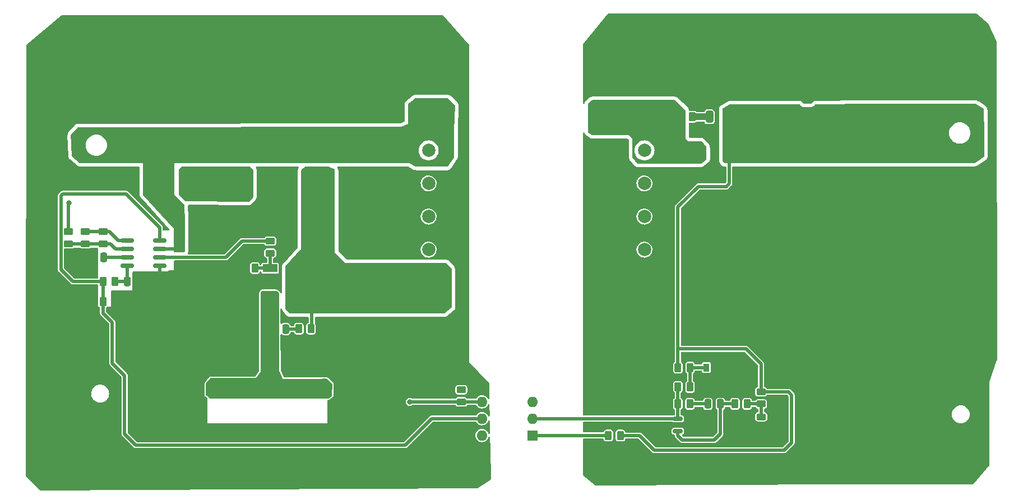
<source format=gbr>
%TF.GenerationSoftware,KiCad,Pcbnew,(6.0.10)*%
%TF.CreationDate,2023-05-29T22:30:10+03:00*%
%TF.ProjectId,flyback,666c7962-6163-46b2-9e6b-696361645f70,rev?*%
%TF.SameCoordinates,Original*%
%TF.FileFunction,Copper,L1,Top*%
%TF.FilePolarity,Positive*%
%FSLAX46Y46*%
G04 Gerber Fmt 4.6, Leading zero omitted, Abs format (unit mm)*
G04 Created by KiCad (PCBNEW (6.0.10)) date 2023-05-29 22:30:10*
%MOMM*%
%LPD*%
G01*
G04 APERTURE LIST*
G04 Aperture macros list*
%AMRoundRect*
0 Rectangle with rounded corners*
0 $1 Rounding radius*
0 $2 $3 $4 $5 $6 $7 $8 $9 X,Y pos of 4 corners*
0 Add a 4 corners polygon primitive as box body*
4,1,4,$2,$3,$4,$5,$6,$7,$8,$9,$2,$3,0*
0 Add four circle primitives for the rounded corners*
1,1,$1+$1,$2,$3*
1,1,$1+$1,$4,$5*
1,1,$1+$1,$6,$7*
1,1,$1+$1,$8,$9*
0 Add four rect primitives between the rounded corners*
20,1,$1+$1,$2,$3,$4,$5,0*
20,1,$1+$1,$4,$5,$6,$7,0*
20,1,$1+$1,$6,$7,$8,$9,0*
20,1,$1+$1,$8,$9,$2,$3,0*%
G04 Aperture macros list end*
%TA.AperFunction,ComponentPad*%
%ADD10C,2.000000*%
%TD*%
%TA.AperFunction,SMDPad,CuDef*%
%ADD11RoundRect,0.250000X-2.450000X0.650000X-2.450000X-0.650000X2.450000X-0.650000X2.450000X0.650000X0*%
%TD*%
%TA.AperFunction,SMDPad,CuDef*%
%ADD12RoundRect,0.250000X-0.325000X-0.650000X0.325000X-0.650000X0.325000X0.650000X-0.325000X0.650000X0*%
%TD*%
%TA.AperFunction,SMDPad,CuDef*%
%ADD13RoundRect,0.250000X-0.250000X-0.475000X0.250000X-0.475000X0.250000X0.475000X-0.250000X0.475000X0*%
%TD*%
%TA.AperFunction,SMDPad,CuDef*%
%ADD14RoundRect,0.250000X-0.650000X0.325000X-0.650000X-0.325000X0.650000X-0.325000X0.650000X0.325000X0*%
%TD*%
%TA.AperFunction,SMDPad,CuDef*%
%ADD15RoundRect,0.250000X-0.450000X0.262500X-0.450000X-0.262500X0.450000X-0.262500X0.450000X0.262500X0*%
%TD*%
%TA.AperFunction,SMDPad,CuDef*%
%ADD16RoundRect,0.250000X0.475000X-0.250000X0.475000X0.250000X-0.475000X0.250000X-0.475000X-0.250000X0*%
%TD*%
%TA.AperFunction,SMDPad,CuDef*%
%ADD17RoundRect,0.250000X0.250000X0.475000X-0.250000X0.475000X-0.250000X-0.475000X0.250000X-0.475000X0*%
%TD*%
%TA.AperFunction,SMDPad,CuDef*%
%ADD18RoundRect,0.250000X-0.475000X0.250000X-0.475000X-0.250000X0.475000X-0.250000X0.475000X0.250000X0*%
%TD*%
%TA.AperFunction,SMDPad,CuDef*%
%ADD19RoundRect,0.250000X0.325000X0.650000X-0.325000X0.650000X-0.325000X-0.650000X0.325000X-0.650000X0*%
%TD*%
%TA.AperFunction,SMDPad,CuDef*%
%ADD20RoundRect,0.250000X0.262500X0.450000X-0.262500X0.450000X-0.262500X-0.450000X0.262500X-0.450000X0*%
%TD*%
%TA.AperFunction,SMDPad,CuDef*%
%ADD21RoundRect,0.150000X-0.825000X-0.150000X0.825000X-0.150000X0.825000X0.150000X-0.825000X0.150000X0*%
%TD*%
%TA.AperFunction,SMDPad,CuDef*%
%ADD22RoundRect,0.250000X2.450000X-0.650000X2.450000X0.650000X-2.450000X0.650000X-2.450000X-0.650000X0*%
%TD*%
%TA.AperFunction,SMDPad,CuDef*%
%ADD23RoundRect,0.250000X-1.425000X0.362500X-1.425000X-0.362500X1.425000X-0.362500X1.425000X0.362500X0*%
%TD*%
%TA.AperFunction,SMDPad,CuDef*%
%ADD24R,0.900000X1.200000*%
%TD*%
%TA.AperFunction,SMDPad,CuDef*%
%ADD25RoundRect,0.250000X0.450000X-0.262500X0.450000X0.262500X-0.450000X0.262500X-0.450000X-0.262500X0*%
%TD*%
%TA.AperFunction,ComponentPad*%
%ADD26R,1.600000X1.600000*%
%TD*%
%TA.AperFunction,ComponentPad*%
%ADD27O,1.600000X1.600000*%
%TD*%
%TA.AperFunction,SMDPad,CuDef*%
%ADD28RoundRect,0.250000X-0.262500X-0.450000X0.262500X-0.450000X0.262500X0.450000X-0.262500X0.450000X0*%
%TD*%
%TA.AperFunction,ComponentPad*%
%ADD29R,2.200000X2.200000*%
%TD*%
%TA.AperFunction,ComponentPad*%
%ADD30O,2.200000X2.200000*%
%TD*%
%TA.AperFunction,SMDPad,CuDef*%
%ADD31RoundRect,0.150000X-0.587500X-0.150000X0.587500X-0.150000X0.587500X0.150000X-0.587500X0.150000X0*%
%TD*%
%TA.AperFunction,SMDPad,CuDef*%
%ADD32R,2.200000X1.200000*%
%TD*%
%TA.AperFunction,SMDPad,CuDef*%
%ADD33R,6.400000X5.800000*%
%TD*%
%TA.AperFunction,ComponentPad*%
%ADD34R,2.000000X2.000000*%
%TD*%
%TA.AperFunction,ComponentPad*%
%ADD35O,2.000000X2.000000*%
%TD*%
%TA.AperFunction,ViaPad*%
%ADD36C,0.800000*%
%TD*%
%TA.AperFunction,Conductor*%
%ADD37C,0.500000*%
%TD*%
%TA.AperFunction,Conductor*%
%ADD38C,0.250000*%
%TD*%
%TA.AperFunction,Conductor*%
%ADD39C,1.000000*%
%TD*%
G04 APERTURE END LIST*
D10*
%TO.P,T1,12,SA*%
%TO.N,GND2*%
X188229800Y-96186000D03*
%TO.P,T1,10*%
%TO.N,N/C*%
X188229800Y-86186000D03*
%TO.P,T1,6,AA*%
%TO.N,/Vin*%
X155629800Y-71186000D03*
%TO.P,T1,2*%
%TO.N,N/C*%
X155629800Y-91186000D03*
%TO.P,T1,1,AB*%
%TO.N,Net-(D1-Pad2)*%
X155629800Y-96186000D03*
%TO.P,T1,8*%
%TO.N,N/C*%
X188229800Y-76186000D03*
%TO.P,T1,5*%
X155629800Y-76186000D03*
%TO.P,T1,9*%
X188229800Y-81186000D03*
%TO.P,T1,7,SB*%
%TO.N,Net-(D2-Pad2)*%
X188229800Y-71186000D03*
%TO.P,T1,11*%
%TO.N,N/C*%
X188229800Y-91186000D03*
%TO.P,T1,3*%
X155629800Y-86186000D03*
%TO.P,T1,4*%
X155629800Y-81186000D03*
%TD*%
D11*
%TO.P,C13,1*%
%TO.N,GND2*%
X220853000Y-65395000D03*
%TO.P,C13,2*%
%TO.N,/Vout*%
X220853000Y-70495000D03*
%TD*%
D12*
%TO.P,C12,1*%
%TO.N,Net-(C12-Pad1)*%
X198042000Y-71120000D03*
%TO.P,C12,2*%
%TO.N,/Vout*%
X200992000Y-71120000D03*
%TD*%
D13*
%TO.P,C3,1*%
%TO.N,Net-(C3-Pad1)*%
X110097250Y-95993000D03*
%TO.P,C3,2*%
%TO.N,GND1*%
X111997250Y-95993000D03*
%TD*%
D14*
%TO.P,C8,1*%
%TO.N,GND1*%
X118795800Y-70584800D03*
%TO.P,C8,2*%
%TO.N,/Vin*%
X118795800Y-73534800D03*
%TD*%
D15*
%TO.P,R6,1*%
%TO.N,Net-(R6-Pad1)*%
X131699000Y-89891500D03*
%TO.P,R6,2*%
%TO.N,Net-(Q1-Pad1)*%
X131699000Y-91716500D03*
%TD*%
%TO.P,R4,1*%
%TO.N,/Vin*%
X121691400Y-77421100D03*
%TO.P,R4,2*%
%TO.N,Net-(C10-Pad2)*%
X121691400Y-79246100D03*
%TD*%
D16*
%TO.P,C2,1*%
%TO.N,Net-(C2-Pad1)*%
X106459000Y-90339000D03*
%TO.P,C2,2*%
%TO.N,Net-(C2-Pad2)*%
X106459000Y-88439000D03*
%TD*%
D15*
%TO.P,R5,1*%
%TO.N,/Vin*%
X124129800Y-77421100D03*
%TO.P,R5,2*%
%TO.N,Net-(C10-Pad2)*%
X124129800Y-79246100D03*
%TD*%
D17*
%TO.P,C5,1*%
%TO.N,GND1*%
X119898200Y-90703400D03*
%TO.P,C5,2*%
%TO.N,/Vin*%
X117998200Y-90703400D03*
%TD*%
D18*
%TO.P,C4,1*%
%TO.N,GND1*%
X115773200Y-71643200D03*
%TO.P,C4,2*%
%TO.N,/Vin*%
X115773200Y-73543200D03*
%TD*%
D19*
%TO.P,C7,1*%
%TO.N,GND1*%
X120956600Y-88341200D03*
%TO.P,C7,2*%
%TO.N,/Vin*%
X118006600Y-88341200D03*
%TD*%
D18*
%TO.P,C19,1*%
%TO.N,GND2*%
X212852000Y-68646000D03*
%TO.P,C19,2*%
%TO.N,/Vout*%
X212852000Y-70546000D03*
%TD*%
%TO.P,C10,1*%
%TO.N,/Vin*%
X119608600Y-77358200D03*
%TO.P,C10,2*%
%TO.N,Net-(C10-Pad2)*%
X119608600Y-79258200D03*
%TD*%
D20*
%TO.P,R16,1*%
%TO.N,Net-(D3-Pad1)*%
X195120900Y-111912400D03*
%TO.P,R16,2*%
%TO.N,Net-(R14-Pad1)*%
X193295900Y-111912400D03*
%TD*%
D21*
%TO.P,U1,1,COMP*%
%TO.N,Net-(C2-Pad2)*%
X110072400Y-89789000D03*
%TO.P,U1,2,FB*%
%TO.N,Net-(C2-Pad1)*%
X110072400Y-91059000D03*
%TO.P,U1,3,CS*%
%TO.N,Net-(C9-Pad2)*%
X110072400Y-92329000D03*
%TO.P,U1,4,RC*%
%TO.N,Net-(C3-Pad1)*%
X110072400Y-93599000D03*
%TO.P,U1,5,GND*%
%TO.N,GND1*%
X115022400Y-93599000D03*
%TO.P,U1,6,OUT*%
%TO.N,Net-(R6-Pad1)*%
X115022400Y-92329000D03*
%TO.P,U1,7,VCC*%
%TO.N,/Vin*%
X115022400Y-91059000D03*
%TO.P,U1,8,VREF*%
%TO.N,/Vref*%
X115022400Y-89789000D03*
%TD*%
D20*
%TO.P,R10,1*%
%TO.N,Net-(D1-Pad2)*%
X137859100Y-103124000D03*
%TO.P,R10,2*%
%TO.N,Net-(C11-Pad2)*%
X136034100Y-103124000D03*
%TD*%
D15*
%TO.P,R1,1*%
%TO.N,/Vfb*%
X101252000Y-88476500D03*
%TO.P,R1,2*%
%TO.N,Net-(C2-Pad1)*%
X101252000Y-90301500D03*
%TD*%
%TO.P,R19,1*%
%TO.N,Net-(R17-Pad2)*%
X205867000Y-116435500D03*
%TO.P,R19,2*%
%TO.N,GND2*%
X205867000Y-118260500D03*
%TD*%
D22*
%TO.P,C15,1*%
%TO.N,GND2*%
X211963000Y-80782000D03*
%TO.P,C15,2*%
%TO.N,/Vout*%
X211963000Y-75682000D03*
%TD*%
D20*
%TO.P,R13,1*%
%TO.N,/Vout*%
X184603400Y-119253000D03*
%TO.P,R13,2*%
%TO.N,Net-(R13-Pad2)*%
X182778400Y-119253000D03*
%TD*%
D23*
%TO.P,R9,1*%
%TO.N,Net-(C11-Pad1)*%
X138049000Y-112480500D03*
%TO.P,R9,2*%
%TO.N,GND1*%
X138049000Y-118405500D03*
%TD*%
D24*
%TO.P,D3,1,K*%
%TO.N,Net-(D3-Pad1)*%
X197587600Y-108991400D03*
%TO.P,D3,2,A*%
%TO.N,GND2*%
X200887600Y-108991400D03*
%TD*%
D25*
%TO.P,R11,1*%
%TO.N,/Vfb*%
X160578800Y-114171100D03*
%TO.P,R11,2*%
%TO.N,GNDA*%
X160578800Y-112346100D03*
%TD*%
D26*
%TO.P,U2,1*%
%TO.N,Net-(R13-Pad2)*%
X171313000Y-119238000D03*
D27*
%TO.P,U2,2*%
%TO.N,Net-(R14-Pad1)*%
X171313000Y-116698000D03*
%TO.P,U2,3,NC*%
%TO.N,unconnected-(U2-Pad3)*%
X171313000Y-114158000D03*
%TO.P,U2,4*%
%TO.N,/Vfb*%
X163693000Y-114158000D03*
%TO.P,U2,5*%
%TO.N,/Vref*%
X163693000Y-116698000D03*
%TO.P,U2,6*%
%TO.N,unconnected-(U2-Pad6)*%
X163693000Y-119238000D03*
%TD*%
D28*
%TO.P,R20,1*%
%TO.N,GND1*%
X127576500Y-93979000D03*
%TO.P,R20,2*%
%TO.N,Net-(Q1-Pad1)*%
X129401500Y-93979000D03*
%TD*%
D29*
%TO.P,D1,1,K*%
%TO.N,Net-(C10-Pad2)*%
X127733000Y-80626000D03*
D30*
%TO.P,D1,2,A*%
%TO.N,Net-(D1-Pad2)*%
X137893000Y-80626000D03*
%TD*%
D14*
%TO.P,C20,1*%
%TO.N,GND2*%
X207645000Y-67486000D03*
%TO.P,C20,2*%
%TO.N,/Vout*%
X207645000Y-70436000D03*
%TD*%
D28*
%TO.P,R15,1*%
%TO.N,/Vout*%
X193295900Y-108991400D03*
%TO.P,R15,2*%
%TO.N,Net-(D3-Pad1)*%
X195120900Y-108991400D03*
%TD*%
D31*
%TO.P,U3,1,K*%
%TO.N,Net-(R14-Pad1)*%
X193269000Y-116702800D03*
%TO.P,U3,2,REF*%
%TO.N,Net-(C14-Pad2)*%
X193269000Y-118602800D03*
%TO.P,U3,3,A*%
%TO.N,GND2*%
X195144000Y-117652800D03*
%TD*%
D13*
%TO.P,C14,1*%
%TO.N,Net-(C14-Pad1)*%
X197805000Y-114477800D03*
%TO.P,C14,2*%
%TO.N,Net-(C14-Pad2)*%
X199705000Y-114477800D03*
%TD*%
D28*
%TO.P,R12,1*%
%TO.N,Net-(D2-Pad2)*%
X193651500Y-71120000D03*
%TO.P,R12,2*%
%TO.N,Net-(C12-Pad1)*%
X195476500Y-71120000D03*
%TD*%
D23*
%TO.P,R8,1*%
%TO.N,Net-(C11-Pad1)*%
X124587000Y-112480500D03*
%TO.P,R8,2*%
%TO.N,GND1*%
X124587000Y-118405500D03*
%TD*%
D32*
%TO.P,Q1,1,G*%
%TO.N,Net-(Q1-Pad1)*%
X131690000Y-93986000D03*
D33*
%TO.P,Q1,2,D*%
%TO.N,Net-(D1-Pad2)*%
X137990000Y-96266000D03*
D32*
%TO.P,Q1,3,S*%
%TO.N,Net-(C11-Pad1)*%
X131690000Y-98546000D03*
%TD*%
D18*
%TO.P,C6,1*%
%TO.N,GND1*%
X122326400Y-71643200D03*
%TO.P,C6,2*%
%TO.N,/Vin*%
X122326400Y-73543200D03*
%TD*%
D28*
%TO.P,R17,1*%
%TO.N,Net-(C14-Pad2)*%
X201906500Y-114477800D03*
%TO.P,R17,2*%
%TO.N,Net-(R17-Pad2)*%
X203731500Y-114477800D03*
%TD*%
D15*
%TO.P,R18,1*%
%TO.N,/Vout*%
X205841600Y-112650900D03*
%TO.P,R18,2*%
%TO.N,Net-(R17-Pad2)*%
X205841600Y-114475900D03*
%TD*%
D22*
%TO.P,C17,1*%
%TO.N,GND2*%
X229870000Y-80782000D03*
%TO.P,C17,2*%
%TO.N,/Vout*%
X229870000Y-75682000D03*
%TD*%
D13*
%TO.P,C11,1*%
%TO.N,Net-(C11-Pad1)*%
X132146000Y-103174800D03*
%TO.P,C11,2*%
%TO.N,Net-(C11-Pad2)*%
X134046000Y-103174800D03*
%TD*%
D28*
%TO.P,R3,1*%
%TO.N,/Vref*%
X106451750Y-95993000D03*
%TO.P,R3,2*%
%TO.N,Net-(C3-Pad1)*%
X108276750Y-95993000D03*
%TD*%
D13*
%TO.P,C9,1*%
%TO.N,GND1*%
X104620000Y-92310000D03*
%TO.P,C9,2*%
%TO.N,Net-(C9-Pad2)*%
X106520000Y-92310000D03*
%TD*%
D11*
%TO.P,C16,1*%
%TO.N,GND2*%
X229870000Y-65268000D03*
%TO.P,C16,2*%
%TO.N,/Vout*%
X229870000Y-70368000D03*
%TD*%
D25*
%TO.P,R2,1*%
%TO.N,Net-(C2-Pad1)*%
X103792000Y-90301500D03*
%TO.P,R2,2*%
%TO.N,Net-(C2-Pad2)*%
X103792000Y-88476500D03*
%TD*%
D23*
%TO.P,R7,1*%
%TO.N,Net-(C11-Pad1)*%
X131876800Y-112480500D03*
%TO.P,R7,2*%
%TO.N,GND1*%
X131876800Y-118405500D03*
%TD*%
D28*
%TO.P,R14,1*%
%TO.N,Net-(R14-Pad1)*%
X193270500Y-114477800D03*
%TO.P,R14,2*%
%TO.N,Net-(C14-Pad1)*%
X195095500Y-114477800D03*
%TD*%
D22*
%TO.P,C18,1*%
%TO.N,GND2*%
X220853000Y-80782000D03*
%TO.P,C18,2*%
%TO.N,/Vout*%
X220853000Y-75682000D03*
%TD*%
D13*
%TO.P,C1,1*%
%TO.N,/Vref*%
X106459000Y-99041000D03*
%TO.P,C1,2*%
%TO.N,GND1*%
X108359000Y-99041000D03*
%TD*%
D34*
%TO.P,D2,1,K*%
%TO.N,/Vout*%
X201041000Y-76510000D03*
D35*
%TO.P,D2,2,A*%
%TO.N,Net-(D2-Pad2)*%
X195961000Y-76510000D03*
%TD*%
D36*
%TO.N,/Vfb*%
X101269800Y-84150200D03*
X152781000Y-114173000D03*
%TO.N,GND1*%
X118795800Y-67995800D03*
X103555800Y-94335600D03*
%TD*%
D37*
%TO.N,/Vref*%
X109728000Y-110185200D02*
X109728000Y-119049800D01*
X100102000Y-83032000D02*
X100102000Y-94209200D01*
X109728000Y-119049800D02*
X111379000Y-120700800D01*
X106451750Y-95993000D02*
X106451750Y-99033750D01*
D38*
X106451750Y-99033750D02*
X106459000Y-99041000D01*
D37*
X106451400Y-99048600D02*
X106459000Y-99041000D01*
X115022400Y-87819000D02*
X109956600Y-82753200D01*
X101885800Y-95993000D02*
X106451750Y-95993000D01*
X100102000Y-94209200D02*
X101885800Y-95993000D01*
X107859600Y-102195400D02*
X106451400Y-100787200D01*
X107859600Y-108316800D02*
X109728000Y-110185200D01*
X115022400Y-89789000D02*
X115022400Y-87819000D01*
X156072600Y-116698000D02*
X163693000Y-116698000D01*
X109956600Y-82753200D02*
X100380800Y-82753200D01*
X100380800Y-82753200D02*
X100102000Y-83032000D01*
X111379000Y-120700800D02*
X152069800Y-120700800D01*
X107859600Y-102195400D02*
X107859600Y-108316800D01*
X152069800Y-120700800D02*
X156072600Y-116698000D01*
X106451400Y-100787200D02*
X106451400Y-99048600D01*
%TO.N,Net-(C2-Pad2)*%
X107424900Y-88476500D02*
X103792000Y-88476500D01*
X108737400Y-89789000D02*
X107424900Y-88476500D01*
X110072400Y-89789000D02*
X108737400Y-89789000D01*
%TO.N,Net-(C3-Pad1)*%
X110072400Y-95968150D02*
X110097250Y-95993000D01*
X110072400Y-93599000D02*
X110072400Y-95968150D01*
X108276750Y-95993000D02*
X110097250Y-95993000D01*
%TO.N,Net-(C9-Pad2)*%
X110072400Y-92329000D02*
X106539000Y-92329000D01*
X106539000Y-92329000D02*
X106520000Y-92310000D01*
%TO.N,Net-(C11-Pad1)*%
X131690000Y-102718800D02*
X132146000Y-103174800D01*
X131690000Y-98546000D02*
X131690000Y-102718800D01*
%TO.N,Net-(C11-Pad2)*%
X134046000Y-103174800D02*
X135983300Y-103174800D01*
X135983300Y-103174800D02*
X136034100Y-103124000D01*
D39*
%TO.N,Net-(C12-Pad1)*%
X198042000Y-71120000D02*
X195476500Y-71120000D01*
D37*
%TO.N,/Vout*%
X193295900Y-108991400D02*
X193295900Y-106576500D01*
X193295900Y-106576500D02*
X193295900Y-84732500D01*
X193295900Y-84732500D02*
X196392800Y-81635600D01*
X193295900Y-106576500D02*
X193295900Y-106170100D01*
X205841600Y-108458000D02*
X205841600Y-112650900D01*
X210464400Y-120345200D02*
X210464400Y-113131600D01*
X193295900Y-106170100D02*
X203553700Y-106170100D01*
X203553700Y-106170100D02*
X205841600Y-108458000D01*
X189738000Y-121462800D02*
X209346800Y-121462800D01*
X209346800Y-121462800D02*
X210464400Y-120345200D01*
X196392800Y-81635600D02*
X200609200Y-81635600D01*
X209983700Y-112650900D02*
X205841600Y-112650900D01*
X210464400Y-113131600D02*
X209983700Y-112650900D01*
X201041000Y-81203800D02*
X201041000Y-76510000D01*
X200609200Y-81635600D02*
X201041000Y-81203800D01*
X184603400Y-119253000D02*
X187528200Y-119253000D01*
X187528200Y-119253000D02*
X189738000Y-121462800D01*
%TO.N,Net-(C14-Pad1)*%
X195095500Y-114477800D02*
X197805000Y-114477800D01*
%TO.N,Net-(C14-Pad2)*%
X199705000Y-118988800D02*
X198780400Y-119913400D01*
X193929000Y-119913400D02*
X193269000Y-119253400D01*
X193269000Y-119253400D02*
X193269000Y-118602800D01*
X199705000Y-114477800D02*
X199705000Y-118988800D01*
X199705000Y-114477800D02*
X201906500Y-114477800D01*
X198780400Y-119913400D02*
X193929000Y-119913400D01*
%TO.N,Net-(D1-Pad2)*%
X137859100Y-103124000D02*
X137990000Y-102993100D01*
X137990000Y-102993100D02*
X137990000Y-96266000D01*
%TO.N,Net-(D3-Pad1)*%
X195120900Y-108991400D02*
X197587600Y-108991400D01*
X195120900Y-108991400D02*
X195120900Y-111912400D01*
%TO.N,Net-(Q1-Pad1)*%
X131699000Y-91716500D02*
X131699000Y-93977000D01*
X131690000Y-93986000D02*
X129408500Y-93986000D01*
X131699000Y-93977000D02*
X131690000Y-93986000D01*
X129408500Y-93986000D02*
X129401500Y-93979000D01*
%TO.N,/Vfb*%
X160578800Y-114171100D02*
X152732100Y-114171100D01*
X152779100Y-114171100D02*
X152781000Y-114173000D01*
X160591900Y-114158000D02*
X160578800Y-114171100D01*
X101252000Y-84168000D02*
X101269800Y-84150200D01*
X163693000Y-114158000D02*
X160591900Y-114158000D01*
X101252000Y-88476500D02*
X101252000Y-84168000D01*
X101243700Y-88468200D02*
X101252000Y-88476500D01*
X152732100Y-114171100D02*
X152779100Y-114171100D01*
%TO.N,Net-(R6-Pad1)*%
X124993400Y-92354400D02*
X127456300Y-89891500D01*
X115022400Y-92329000D02*
X115047800Y-92354400D01*
X127456300Y-89891500D02*
X131699000Y-89891500D01*
X115047800Y-92354400D02*
X124993400Y-92354400D01*
%TO.N,Net-(R13-Pad2)*%
X171313000Y-119238000D02*
X182763400Y-119238000D01*
X182763400Y-119238000D02*
X182778400Y-119253000D01*
%TO.N,Net-(R14-Pad1)*%
X191810600Y-116702800D02*
X193269000Y-116702800D01*
X171313000Y-116698000D02*
X191856600Y-116698000D01*
X193269000Y-114479300D02*
X193270500Y-114477800D01*
X193269000Y-116702800D02*
X193269000Y-114479300D01*
X193270500Y-111937800D02*
X193295900Y-111912400D01*
X193270500Y-114477800D02*
X193270500Y-111937800D01*
%TO.N,Net-(R17-Pad2)*%
X205867000Y-116435500D02*
X205867000Y-114501300D01*
X203731500Y-114477800D02*
X205839700Y-114477800D01*
X205839700Y-114477800D02*
X205841600Y-114475900D01*
X205867000Y-114501300D02*
X205841600Y-114475900D01*
%TO.N,Net-(C2-Pad1)*%
X107585600Y-90339000D02*
X108305600Y-91059000D01*
X106421500Y-90301500D02*
X106459000Y-90339000D01*
X106459000Y-90339000D02*
X107585600Y-90339000D01*
X101252000Y-90301500D02*
X106421500Y-90301500D01*
X108305600Y-91059000D02*
X110072400Y-91059000D01*
%TO.N,GND1*%
X104620000Y-92310000D02*
X104620000Y-93271400D01*
X114674600Y-95993000D02*
X115022400Y-95645200D01*
X104620000Y-93271400D02*
X103555800Y-94335600D01*
X115022400Y-95645200D02*
X115022400Y-93599000D01*
X111997250Y-95993000D02*
X114674600Y-95993000D01*
D38*
X118795800Y-70584800D02*
X118795800Y-67995800D01*
D37*
%TO.N,/Vin*%
X115022400Y-91059000D02*
X117642600Y-91059000D01*
X118006600Y-90695000D02*
X117998200Y-90703400D01*
X115022400Y-91059000D02*
X115047800Y-91033600D01*
X117642600Y-91059000D02*
X117998200Y-90703400D01*
%TD*%
%TA.AperFunction,Conductor*%
%TO.N,GND1*%
G36*
X157847166Y-55823802D02*
G01*
X157873188Y-55846056D01*
X161690073Y-60136933D01*
X161720404Y-60201125D01*
X161721930Y-60220334D01*
X161747200Y-69494400D01*
X161747200Y-108178600D01*
X161754837Y-108186494D01*
X164735239Y-111267078D01*
X164768229Y-111329944D01*
X164770664Y-111352498D01*
X164810103Y-113620242D01*
X164791288Y-113688700D01*
X164738449Y-113736119D01*
X164668362Y-113747443D01*
X164603278Y-113719078D01*
X164572871Y-113681586D01*
X164555260Y-113648464D01*
X164530370Y-113601653D01*
X164406361Y-113449602D01*
X164255180Y-113324535D01*
X164082585Y-113231213D01*
X163988868Y-113202203D01*
X163901039Y-113175015D01*
X163901036Y-113175014D01*
X163895152Y-113173193D01*
X163889027Y-113172549D01*
X163889026Y-113172549D01*
X163706147Y-113153327D01*
X163706146Y-113153327D01*
X163700019Y-113152683D01*
X163577777Y-113163808D01*
X163510759Y-113169907D01*
X163510758Y-113169907D01*
X163504618Y-113170466D01*
X163498704Y-113172207D01*
X163498702Y-113172207D01*
X163488890Y-113175095D01*
X163316393Y-113225864D01*
X163310928Y-113228721D01*
X163147972Y-113313912D01*
X163147968Y-113313915D01*
X163142512Y-113316767D01*
X163137712Y-113320627D01*
X163137711Y-113320627D01*
X163107392Y-113345004D01*
X162989600Y-113439711D01*
X162863480Y-113590016D01*
X162834789Y-113642204D01*
X162784446Y-113692260D01*
X162724377Y-113707500D01*
X161503938Y-113707500D01*
X161435817Y-113687498D01*
X161402587Y-113656360D01*
X161356542Y-113594021D01*
X161350950Y-113586450D01*
X161326507Y-113568396D01*
X161249557Y-113511559D01*
X161249554Y-113511558D01*
X161241984Y-113505966D01*
X161114169Y-113461081D01*
X161106523Y-113460358D01*
X161106522Y-113460358D01*
X161100552Y-113459794D01*
X161082634Y-113458100D01*
X160074966Y-113458100D01*
X160057048Y-113459794D01*
X160051078Y-113460358D01*
X160051077Y-113460358D01*
X160043431Y-113461081D01*
X159915616Y-113505966D01*
X159908046Y-113511558D01*
X159908043Y-113511559D01*
X159831093Y-113568396D01*
X159806650Y-113586450D01*
X159801058Y-113594021D01*
X159801055Y-113594024D01*
X159745338Y-113669459D01*
X159688777Y-113712370D01*
X159643987Y-113720600D01*
X153220623Y-113720600D01*
X153152502Y-113700598D01*
X153143920Y-113694563D01*
X153090396Y-113653493D01*
X153090392Y-113653491D01*
X153083841Y-113648464D01*
X152937762Y-113587956D01*
X152781000Y-113567318D01*
X152624238Y-113587956D01*
X152478159Y-113648464D01*
X152352718Y-113744718D01*
X152256464Y-113870159D01*
X152195956Y-114016238D01*
X152175318Y-114173000D01*
X152195956Y-114329762D01*
X152256464Y-114475841D01*
X152352718Y-114601282D01*
X152359264Y-114606305D01*
X152388192Y-114628502D01*
X152478159Y-114697536D01*
X152624238Y-114758044D01*
X152781000Y-114778682D01*
X152789188Y-114777604D01*
X152929574Y-114759122D01*
X152937762Y-114758044D01*
X153083841Y-114697536D01*
X153148871Y-114647637D01*
X153215092Y-114622037D01*
X153225575Y-114621600D01*
X159643987Y-114621600D01*
X159712108Y-114641602D01*
X159745338Y-114672741D01*
X159801055Y-114748176D01*
X159801058Y-114748179D01*
X159806650Y-114755750D01*
X159814221Y-114761342D01*
X159908043Y-114830641D01*
X159908046Y-114830642D01*
X159915616Y-114836234D01*
X160043431Y-114881119D01*
X160051077Y-114881842D01*
X160051078Y-114881842D01*
X160057048Y-114882406D01*
X160074966Y-114884100D01*
X161082634Y-114884100D01*
X161100552Y-114882406D01*
X161106522Y-114881842D01*
X161106523Y-114881842D01*
X161114169Y-114881119D01*
X161241984Y-114836234D01*
X161249554Y-114830642D01*
X161249557Y-114830641D01*
X161343379Y-114761342D01*
X161350950Y-114755750D01*
X161356542Y-114748179D01*
X161356545Y-114748176D01*
X161421938Y-114659641D01*
X161478499Y-114616730D01*
X161523289Y-114608500D01*
X162722672Y-114608500D01*
X162790793Y-114628502D01*
X162834739Y-114676907D01*
X162847944Y-114702601D01*
X162851769Y-114707427D01*
X162851771Y-114707430D01*
X162929835Y-114805922D01*
X162969818Y-114856369D01*
X163119238Y-114983535D01*
X163124616Y-114986541D01*
X163124618Y-114986542D01*
X163160932Y-115006837D01*
X163290513Y-115079257D01*
X163477118Y-115139889D01*
X163671946Y-115163121D01*
X163678081Y-115162649D01*
X163678083Y-115162649D01*
X163861434Y-115148541D01*
X163861438Y-115148540D01*
X163867576Y-115148068D01*
X164056556Y-115095303D01*
X164231689Y-115006837D01*
X164261515Y-114983535D01*
X164381453Y-114889829D01*
X164386303Y-114886040D01*
X164392748Y-114878574D01*
X164510485Y-114742173D01*
X164510485Y-114742172D01*
X164514509Y-114737511D01*
X164531598Y-114707430D01*
X164581176Y-114620156D01*
X164592650Y-114599959D01*
X164643688Y-114550609D01*
X164713306Y-114536687D01*
X164779400Y-114562613D01*
X164820985Y-114620156D01*
X164828186Y-114660006D01*
X164855771Y-116246130D01*
X164836956Y-116314588D01*
X164784117Y-116362007D01*
X164714030Y-116373331D01*
X164648946Y-116344966D01*
X164618539Y-116307475D01*
X164611864Y-116294920D01*
X164530370Y-116141653D01*
X164406361Y-115989602D01*
X164255180Y-115864535D01*
X164082585Y-115771213D01*
X163988868Y-115742203D01*
X163901039Y-115715015D01*
X163901036Y-115715014D01*
X163895152Y-115713193D01*
X163889027Y-115712549D01*
X163889026Y-115712549D01*
X163706147Y-115693327D01*
X163706146Y-115693327D01*
X163700019Y-115692683D01*
X163577383Y-115703844D01*
X163510759Y-115709907D01*
X163510758Y-115709907D01*
X163504618Y-115710466D01*
X163498704Y-115712207D01*
X163498702Y-115712207D01*
X163369734Y-115750165D01*
X163316393Y-115765864D01*
X163310928Y-115768721D01*
X163147972Y-115853912D01*
X163147968Y-115853915D01*
X163142512Y-115856767D01*
X163137712Y-115860627D01*
X163137711Y-115860627D01*
X163103326Y-115888273D01*
X162989600Y-115979711D01*
X162863480Y-116130016D01*
X162834789Y-116182204D01*
X162784446Y-116232260D01*
X162724377Y-116247500D01*
X156106820Y-116247500D01*
X156092011Y-116246627D01*
X156067643Y-116243743D01*
X156058290Y-116242636D01*
X156049026Y-116244328D01*
X156049025Y-116244328D01*
X156000599Y-116253172D01*
X155996696Y-116253822D01*
X155947955Y-116261150D01*
X155947954Y-116261150D01*
X155938638Y-116262551D01*
X155932125Y-116265679D01*
X155925027Y-116266975D01*
X155872953Y-116294025D01*
X155869463Y-116295768D01*
X155816521Y-116321191D01*
X155811235Y-116326077D01*
X155811187Y-116326110D01*
X155804812Y-116329421D01*
X155799772Y-116333725D01*
X155762545Y-116370952D01*
X155758980Y-116374381D01*
X155717044Y-116413146D01*
X155713351Y-116419505D01*
X155707834Y-116425663D01*
X151920102Y-120213395D01*
X151857790Y-120247421D01*
X151831007Y-120250300D01*
X111617794Y-120250300D01*
X111549673Y-120230298D01*
X111528699Y-120213395D01*
X110215405Y-118900102D01*
X110181380Y-118837790D01*
X110178500Y-118811007D01*
X110178500Y-110219420D01*
X110179373Y-110204611D01*
X110182257Y-110180243D01*
X110183364Y-110170890D01*
X110181672Y-110161626D01*
X110181672Y-110161622D01*
X110172827Y-110113189D01*
X110172178Y-110109288D01*
X110164851Y-110060555D01*
X110164849Y-110060547D01*
X110163449Y-110051238D01*
X110160323Y-110044728D01*
X110159026Y-110037627D01*
X110131982Y-109985563D01*
X110130214Y-109982025D01*
X110108886Y-109937611D01*
X110104809Y-109929121D01*
X110099926Y-109923840D01*
X110099891Y-109923788D01*
X110096580Y-109917412D01*
X110092276Y-109912372D01*
X110055036Y-109875132D01*
X110051606Y-109871566D01*
X110019247Y-109836560D01*
X110012854Y-109829644D01*
X110006497Y-109825952D01*
X110000343Y-109820439D01*
X108347005Y-108167102D01*
X108312980Y-108104790D01*
X108310100Y-108078007D01*
X108310100Y-102229620D01*
X108310973Y-102214811D01*
X108313857Y-102190443D01*
X108314964Y-102181090D01*
X108313272Y-102171826D01*
X108313272Y-102171822D01*
X108304427Y-102123389D01*
X108303778Y-102119488D01*
X108296451Y-102070755D01*
X108296449Y-102070747D01*
X108295049Y-102061438D01*
X108291923Y-102054928D01*
X108290626Y-102047827D01*
X108263582Y-101995763D01*
X108261814Y-101992225D01*
X108240486Y-101947811D01*
X108236409Y-101939321D01*
X108231526Y-101934040D01*
X108231491Y-101933988D01*
X108228180Y-101927612D01*
X108223876Y-101922572D01*
X108186637Y-101885333D01*
X108183207Y-101881767D01*
X108150847Y-101846760D01*
X108144454Y-101839844D01*
X108138097Y-101836152D01*
X108131943Y-101830639D01*
X107547120Y-101245816D01*
X106938805Y-100637502D01*
X106904780Y-100575190D01*
X106901900Y-100548407D01*
X106901900Y-99997194D01*
X106921902Y-99929073D01*
X106953041Y-99895843D01*
X107023571Y-99843748D01*
X107031150Y-99838150D01*
X107037505Y-99829546D01*
X107038615Y-99828704D01*
X107043404Y-99823915D01*
X107044061Y-99824572D01*
X107094066Y-99786637D01*
X107137242Y-99778418D01*
X107360670Y-99775563D01*
X107677474Y-99771514D01*
X107677476Y-99771514D01*
X107695589Y-99771282D01*
X107694508Y-97758555D01*
X107694350Y-97464546D01*
X107714315Y-97396414D01*
X107767946Y-97349892D01*
X107820138Y-97338478D01*
X110895785Y-97333328D01*
X110917438Y-94786500D01*
X110919346Y-94562129D01*
X110939926Y-94494181D01*
X110953248Y-94482834D01*
X128688500Y-94482834D01*
X128691481Y-94514369D01*
X128736366Y-94642184D01*
X128741958Y-94649754D01*
X128741959Y-94649757D01*
X128794019Y-94720239D01*
X128816850Y-94751150D01*
X128824421Y-94756742D01*
X128918243Y-94826041D01*
X128918246Y-94826042D01*
X128925816Y-94831634D01*
X129053631Y-94876519D01*
X129061277Y-94877242D01*
X129061278Y-94877242D01*
X129067248Y-94877806D01*
X129085166Y-94879500D01*
X129717834Y-94879500D01*
X129735752Y-94877806D01*
X129741722Y-94877242D01*
X129741723Y-94877242D01*
X129749369Y-94876519D01*
X129877184Y-94831634D01*
X129884754Y-94826042D01*
X129884757Y-94826041D01*
X129978579Y-94756742D01*
X129986150Y-94751150D01*
X130008981Y-94720239D01*
X130061041Y-94649757D01*
X130061042Y-94649754D01*
X130066634Y-94642184D01*
X130109278Y-94520751D01*
X130150720Y-94463107D01*
X130216749Y-94437018D01*
X130228160Y-94436500D01*
X130263500Y-94436500D01*
X130331621Y-94456502D01*
X130378114Y-94510158D01*
X130389500Y-94562500D01*
X130389500Y-94605748D01*
X130390707Y-94611816D01*
X130396748Y-94642184D01*
X130401133Y-94664231D01*
X130445448Y-94730552D01*
X130511769Y-94774867D01*
X130523938Y-94777288D01*
X130523939Y-94777288D01*
X130564184Y-94785293D01*
X130570252Y-94786500D01*
X132809748Y-94786500D01*
X132815816Y-94785293D01*
X132856061Y-94777288D01*
X132856062Y-94777288D01*
X132868231Y-94774867D01*
X132934552Y-94730552D01*
X132978867Y-94664231D01*
X132983253Y-94642184D01*
X132989293Y-94611816D01*
X132990500Y-94605748D01*
X132990500Y-93366252D01*
X132986371Y-93345492D01*
X132981288Y-93319939D01*
X132981288Y-93319938D01*
X132978867Y-93307769D01*
X132934552Y-93241448D01*
X132868231Y-93197133D01*
X132856062Y-93194712D01*
X132856061Y-93194712D01*
X132815816Y-93186707D01*
X132809748Y-93185500D01*
X132275500Y-93185500D01*
X132207379Y-93165498D01*
X132160886Y-93111842D01*
X132149500Y-93059500D01*
X132149500Y-92545537D01*
X132169502Y-92477416D01*
X132223158Y-92430923D01*
X132234578Y-92427114D01*
X132234369Y-92426519D01*
X132362184Y-92381634D01*
X132369754Y-92376042D01*
X132369757Y-92376041D01*
X132463579Y-92306742D01*
X132471150Y-92301150D01*
X132483665Y-92284206D01*
X132546041Y-92199757D01*
X132546042Y-92199754D01*
X132551634Y-92192184D01*
X132596519Y-92064369D01*
X132599500Y-92032834D01*
X132599500Y-91400166D01*
X132596519Y-91368631D01*
X132551634Y-91240816D01*
X132546042Y-91233246D01*
X132546041Y-91233243D01*
X132476742Y-91139421D01*
X132471150Y-91131850D01*
X132378037Y-91063075D01*
X132369757Y-91056959D01*
X132369754Y-91056958D01*
X132362184Y-91051366D01*
X132234369Y-91006481D01*
X132226723Y-91005758D01*
X132226722Y-91005758D01*
X132220752Y-91005194D01*
X132202834Y-91003500D01*
X131195166Y-91003500D01*
X131177248Y-91005194D01*
X131171278Y-91005758D01*
X131171277Y-91005758D01*
X131163631Y-91006481D01*
X131035816Y-91051366D01*
X131028246Y-91056958D01*
X131028243Y-91056959D01*
X131019963Y-91063075D01*
X130926850Y-91131850D01*
X130921258Y-91139421D01*
X130851959Y-91233243D01*
X130851958Y-91233246D01*
X130846366Y-91240816D01*
X130801481Y-91368631D01*
X130798500Y-91400166D01*
X130798500Y-92032834D01*
X130801481Y-92064369D01*
X130846366Y-92192184D01*
X130851958Y-92199754D01*
X130851959Y-92199757D01*
X130914335Y-92284206D01*
X130926850Y-92301150D01*
X130934421Y-92306742D01*
X131028243Y-92376041D01*
X131028246Y-92376042D01*
X131035816Y-92381634D01*
X131163631Y-92426519D01*
X131162540Y-92429627D01*
X131211703Y-92456549D01*
X131245653Y-92518902D01*
X131248500Y-92545537D01*
X131248500Y-93059500D01*
X131228498Y-93127621D01*
X131174842Y-93174114D01*
X131122500Y-93185500D01*
X130570252Y-93185500D01*
X130564184Y-93186707D01*
X130523939Y-93194712D01*
X130523938Y-93194712D01*
X130511769Y-93197133D01*
X130445448Y-93241448D01*
X130401133Y-93307769D01*
X130398712Y-93319938D01*
X130398712Y-93319939D01*
X130393629Y-93345492D01*
X130389500Y-93366252D01*
X130389500Y-93409500D01*
X130369498Y-93477621D01*
X130315842Y-93524114D01*
X130263500Y-93535500D01*
X130232073Y-93535500D01*
X130163952Y-93515498D01*
X130117459Y-93461842D01*
X130111574Y-93444211D01*
X130111519Y-93443631D01*
X130066634Y-93315816D01*
X130061042Y-93308246D01*
X130061041Y-93308243D01*
X129991742Y-93214421D01*
X129986150Y-93206850D01*
X129941829Y-93174114D01*
X129884757Y-93131959D01*
X129884754Y-93131958D01*
X129877184Y-93126366D01*
X129749369Y-93081481D01*
X129741723Y-93080758D01*
X129741722Y-93080758D01*
X129735752Y-93080194D01*
X129717834Y-93078500D01*
X129085166Y-93078500D01*
X129067248Y-93080194D01*
X129061278Y-93080758D01*
X129061277Y-93080758D01*
X129053631Y-93081481D01*
X128925816Y-93126366D01*
X128918246Y-93131958D01*
X128918243Y-93131959D01*
X128861171Y-93174114D01*
X128816850Y-93206850D01*
X128811258Y-93214421D01*
X128741959Y-93308243D01*
X128741958Y-93308246D01*
X128736366Y-93315816D01*
X128691481Y-93443631D01*
X128688500Y-93475166D01*
X128688500Y-94482834D01*
X110953248Y-94482834D01*
X110993975Y-94448146D01*
X111045341Y-94437200D01*
X116281200Y-94437200D01*
X116281065Y-94408112D01*
X116300751Y-94339900D01*
X116354190Y-94293159D01*
X116407603Y-94281529D01*
X117170200Y-94284800D01*
X117170200Y-92930900D01*
X117190202Y-92862779D01*
X117243858Y-92816286D01*
X117296200Y-92804900D01*
X124959180Y-92804900D01*
X124973989Y-92805773D01*
X125007710Y-92809764D01*
X125016974Y-92808072D01*
X125016975Y-92808072D01*
X125065401Y-92799228D01*
X125069304Y-92798578D01*
X125118045Y-92791250D01*
X125118046Y-92791250D01*
X125127362Y-92789849D01*
X125133875Y-92786721D01*
X125140973Y-92785425D01*
X125193047Y-92758375D01*
X125196537Y-92756632D01*
X125249479Y-92731209D01*
X125254765Y-92726323D01*
X125254813Y-92726290D01*
X125261188Y-92722979D01*
X125266228Y-92718675D01*
X125303455Y-92681448D01*
X125307021Y-92678018D01*
X125342041Y-92645646D01*
X125348956Y-92639254D01*
X125352649Y-92632895D01*
X125358166Y-92626737D01*
X127605998Y-90378905D01*
X127668310Y-90344879D01*
X127695093Y-90342000D01*
X130764187Y-90342000D01*
X130832308Y-90362002D01*
X130865538Y-90393141D01*
X130921255Y-90468576D01*
X130921258Y-90468579D01*
X130926850Y-90476150D01*
X130934421Y-90481742D01*
X131028243Y-90551041D01*
X131028246Y-90551042D01*
X131035816Y-90556634D01*
X131163631Y-90601519D01*
X131171277Y-90602242D01*
X131171278Y-90602242D01*
X131177248Y-90602806D01*
X131195166Y-90604500D01*
X132202834Y-90604500D01*
X132220752Y-90602806D01*
X132226722Y-90602242D01*
X132226723Y-90602242D01*
X132234369Y-90601519D01*
X132362184Y-90556634D01*
X132369754Y-90551042D01*
X132369757Y-90551041D01*
X132463579Y-90481742D01*
X132471150Y-90476150D01*
X132539294Y-90383891D01*
X132546041Y-90374757D01*
X132546042Y-90374754D01*
X132551634Y-90367184D01*
X132596519Y-90239369D01*
X132599500Y-90207834D01*
X132599500Y-89575166D01*
X132596519Y-89543631D01*
X132551634Y-89415816D01*
X132546042Y-89408246D01*
X132546041Y-89408243D01*
X132476742Y-89314421D01*
X132471150Y-89306850D01*
X132454206Y-89294335D01*
X132369757Y-89231959D01*
X132369754Y-89231958D01*
X132362184Y-89226366D01*
X132234369Y-89181481D01*
X132226723Y-89180758D01*
X132226722Y-89180758D01*
X132220752Y-89180194D01*
X132202834Y-89178500D01*
X131195166Y-89178500D01*
X131177248Y-89180194D01*
X131171278Y-89180758D01*
X131171277Y-89180758D01*
X131163631Y-89181481D01*
X131035816Y-89226366D01*
X131028246Y-89231958D01*
X131028243Y-89231959D01*
X130943794Y-89294335D01*
X130926850Y-89306850D01*
X130921258Y-89314421D01*
X130921255Y-89314424D01*
X130865538Y-89389859D01*
X130808977Y-89432770D01*
X130764187Y-89441000D01*
X127490520Y-89441000D01*
X127475711Y-89440127D01*
X127451343Y-89437243D01*
X127441990Y-89436136D01*
X127432726Y-89437828D01*
X127432722Y-89437828D01*
X127384289Y-89446673D01*
X127380388Y-89447322D01*
X127331655Y-89454649D01*
X127331647Y-89454651D01*
X127322338Y-89456051D01*
X127315828Y-89459177D01*
X127308727Y-89460474D01*
X127300372Y-89464814D01*
X127256663Y-89487518D01*
X127253125Y-89489286D01*
X127208711Y-89510614D01*
X127200221Y-89514691D01*
X127194940Y-89519574D01*
X127194888Y-89519609D01*
X127188512Y-89522920D01*
X127183472Y-89527224D01*
X127146232Y-89564464D01*
X127142667Y-89567893D01*
X127100744Y-89606646D01*
X127097052Y-89613003D01*
X127091539Y-89619157D01*
X125956761Y-90753936D01*
X124843702Y-91866995D01*
X124781390Y-91901020D01*
X124754607Y-91903900D01*
X119363535Y-91903900D01*
X119295414Y-91883898D01*
X119248921Y-91830242D01*
X119238817Y-91759968D01*
X119248921Y-91725558D01*
X119266629Y-91686782D01*
X119268498Y-91682690D01*
X119288500Y-91614569D01*
X119291502Y-91593695D01*
X119308661Y-91474347D01*
X119308661Y-91474342D01*
X119309300Y-91469900D01*
X119309300Y-86995641D01*
X119309294Y-86993170D01*
X119309288Y-86991923D01*
X119309269Y-86989310D01*
X119301352Y-86189704D01*
X119285003Y-84538411D01*
X119304330Y-84470096D01*
X119357523Y-84423074D01*
X119411418Y-84411165D01*
X128440849Y-84441322D01*
X128496589Y-84438475D01*
X128523792Y-84435597D01*
X128525467Y-84435327D01*
X128525482Y-84435325D01*
X128551127Y-84431191D01*
X128578926Y-84426710D01*
X128671605Y-84392142D01*
X128711653Y-84377204D01*
X128711655Y-84377203D01*
X128715867Y-84375632D01*
X128778179Y-84341606D01*
X128835395Y-84298774D01*
X128891576Y-84256717D01*
X128891580Y-84256713D01*
X128895178Y-84254020D01*
X129456194Y-83693004D01*
X129492917Y-83652123D01*
X129509820Y-83631149D01*
X129516054Y-83622504D01*
X129538362Y-83591570D01*
X129538365Y-83591565D01*
X129541982Y-83586549D01*
X129602698Y-83453600D01*
X129622700Y-83385479D01*
X129640886Y-83258996D01*
X129642861Y-83245257D01*
X129642861Y-83245252D01*
X129643500Y-83240810D01*
X129643500Y-79162559D01*
X129636742Y-79079522D01*
X129630152Y-79039306D01*
X129610052Y-78958446D01*
X129606869Y-78952143D01*
X129546193Y-78831999D01*
X129546191Y-78831996D01*
X129544164Y-78827982D01*
X129541581Y-78824291D01*
X129539577Y-78820940D01*
X129521771Y-78752212D01*
X129543948Y-78684768D01*
X129599068Y-78640021D01*
X129647641Y-78630255D01*
X133674071Y-78628198D01*
X135890614Y-78627065D01*
X135958745Y-78647032D01*
X136005265Y-78700664D01*
X136015405Y-78770933D01*
X135993245Y-78823732D01*
X135993941Y-78824149D01*
X135991043Y-78828979D01*
X135990798Y-78829563D01*
X135990308Y-78830204D01*
X135990305Y-78830208D01*
X135986018Y-78835820D01*
X135925302Y-78968769D01*
X135924034Y-78973088D01*
X135916716Y-78998012D01*
X135905300Y-79036890D01*
X135904660Y-79041339D01*
X135904659Y-79041345D01*
X135885160Y-79176966D01*
X135884500Y-79181559D01*
X135884500Y-90812637D01*
X135864498Y-90880758D01*
X135851934Y-90897172D01*
X133636787Y-93345492D01*
X133635947Y-93346500D01*
X133624553Y-93360184D01*
X133609809Y-93377890D01*
X133609034Y-93378902D01*
X133609016Y-93378925D01*
X133598044Y-93393260D01*
X133597245Y-93394304D01*
X133573018Y-93428802D01*
X133512302Y-93561751D01*
X133492300Y-93629872D01*
X133471500Y-93774541D01*
X133471500Y-97643941D01*
X133451498Y-97712062D01*
X133397842Y-97758555D01*
X133327568Y-97768659D01*
X133262988Y-97739165D01*
X133222854Y-97672819D01*
X133213141Y-97631568D01*
X133213141Y-97631567D01*
X133212914Y-97630604D01*
X133212658Y-97629652D01*
X133211608Y-97625754D01*
X133211606Y-97625750D01*
X133209506Y-97617953D01*
X133188927Y-97581961D01*
X133167621Y-97544700D01*
X133164110Y-97538559D01*
X133116038Y-97486313D01*
X133112550Y-97483468D01*
X133074190Y-97452182D01*
X133074186Y-97452179D01*
X133070711Y-97449345D01*
X132698465Y-97225507D01*
X132647518Y-97203602D01*
X132618618Y-97195582D01*
X132586686Y-97186720D01*
X132586679Y-97186719D01*
X132582587Y-97185583D01*
X132527635Y-97178100D01*
X130539509Y-97178100D01*
X130537045Y-97178294D01*
X130537039Y-97178294D01*
X130509866Y-97180431D01*
X130509861Y-97180432D01*
X130507389Y-97180626D01*
X130468488Y-97186782D01*
X130462015Y-97189354D01*
X130462011Y-97189355D01*
X130429027Y-97202461D01*
X130384666Y-97220087D01*
X130378904Y-97224025D01*
X130378903Y-97224025D01*
X130329763Y-97257604D01*
X130329759Y-97257607D01*
X130326048Y-97260143D01*
X130322737Y-97263180D01*
X130322732Y-97263184D01*
X130301594Y-97282574D01*
X130282942Y-97299682D01*
X130280094Y-97303163D01*
X130280093Y-97303164D01*
X130127534Y-97489626D01*
X130120633Y-97498060D01*
X130120088Y-97498766D01*
X130120066Y-97498794D01*
X130114012Y-97506640D01*
X130113990Y-97506669D01*
X130113444Y-97507377D01*
X130104965Y-97519044D01*
X130074026Y-97581961D01*
X130054024Y-97650082D01*
X130053384Y-97654530D01*
X130053383Y-97654537D01*
X130046339Y-97703530D01*
X130046338Y-97703537D01*
X130045700Y-97707978D01*
X130045700Y-109495220D01*
X130022413Y-109568200D01*
X129496993Y-110307680D01*
X129441231Y-110351625D01*
X129394280Y-110360700D01*
X122715372Y-110360700D01*
X122684490Y-110363034D01*
X122682143Y-110363391D01*
X122682132Y-110363392D01*
X122653852Y-110367691D01*
X122647050Y-110368725D01*
X122640636Y-110371206D01*
X122640632Y-110371207D01*
X122570482Y-110398341D01*
X122570479Y-110398342D01*
X122564061Y-110400825D01*
X122504961Y-110440165D01*
X122461380Y-110479174D01*
X121868208Y-111186418D01*
X121860166Y-111196647D01*
X121850708Y-111209495D01*
X121848269Y-111214417D01*
X121848267Y-111214420D01*
X121822172Y-111267078D01*
X121819026Y-111273427D01*
X121799024Y-111341548D01*
X121798384Y-111345996D01*
X121798383Y-111346003D01*
X121791339Y-111394996D01*
X121791338Y-111395003D01*
X121790700Y-111399444D01*
X121790700Y-113097135D01*
X121793258Y-113129456D01*
X121799492Y-113168599D01*
X121833001Y-113252565D01*
X121873176Y-113311101D01*
X121912800Y-113354125D01*
X122208453Y-113595028D01*
X122248627Y-113653563D01*
X122250777Y-113724527D01*
X122228623Y-113766600D01*
X122224800Y-113766600D01*
X122224800Y-117424200D01*
X140335000Y-117424200D01*
X140335000Y-114038792D01*
X140355002Y-113970671D01*
X140408658Y-113924178D01*
X140441664Y-113914285D01*
X140442917Y-113914090D01*
X140458823Y-113911620D01*
X140488027Y-113902325D01*
X140527020Y-113889914D01*
X140527024Y-113889912D01*
X140531653Y-113888439D01*
X140568344Y-113870159D01*
X140583758Y-113862480D01*
X140583761Y-113862478D01*
X140588109Y-113860312D01*
X140592069Y-113857507D01*
X140592074Y-113857504D01*
X141111321Y-113489704D01*
X141111330Y-113489697D01*
X141113610Y-113488082D01*
X141115745Y-113486265D01*
X141139255Y-113466254D01*
X141139262Y-113466247D01*
X141141389Y-113464437D01*
X141143350Y-113462442D01*
X141167507Y-113437864D01*
X141167510Y-113437861D01*
X141172625Y-113432656D01*
X141221556Y-113351955D01*
X141243441Y-113284416D01*
X141247934Y-113258334D01*
X141252607Y-113231200D01*
X141252607Y-113231198D01*
X141253369Y-113226775D01*
X141254807Y-113175015D01*
X141269045Y-112662434D01*
X159678300Y-112662434D01*
X159681281Y-112693969D01*
X159726166Y-112821784D01*
X159731758Y-112829354D01*
X159731759Y-112829357D01*
X159794135Y-112913806D01*
X159806650Y-112930750D01*
X159814221Y-112936342D01*
X159908043Y-113005641D01*
X159908046Y-113005642D01*
X159915616Y-113011234D01*
X160043431Y-113056119D01*
X160051077Y-113056842D01*
X160051078Y-113056842D01*
X160057048Y-113057406D01*
X160074966Y-113059100D01*
X161082634Y-113059100D01*
X161100552Y-113057406D01*
X161106522Y-113056842D01*
X161106523Y-113056842D01*
X161114169Y-113056119D01*
X161241984Y-113011234D01*
X161249554Y-113005642D01*
X161249557Y-113005641D01*
X161343379Y-112936342D01*
X161350950Y-112930750D01*
X161363465Y-112913806D01*
X161425841Y-112829357D01*
X161425842Y-112829354D01*
X161431434Y-112821784D01*
X161476319Y-112693969D01*
X161479300Y-112662434D01*
X161479300Y-112029766D01*
X161476319Y-111998231D01*
X161431434Y-111870416D01*
X161425842Y-111862846D01*
X161425841Y-111862843D01*
X161356542Y-111769021D01*
X161350950Y-111761450D01*
X161334006Y-111748935D01*
X161249557Y-111686559D01*
X161249554Y-111686558D01*
X161241984Y-111680966D01*
X161114169Y-111636081D01*
X161106523Y-111635358D01*
X161106522Y-111635358D01*
X161100552Y-111634794D01*
X161082634Y-111633100D01*
X160074966Y-111633100D01*
X160057048Y-111634794D01*
X160051078Y-111635358D01*
X160051077Y-111635358D01*
X160043431Y-111636081D01*
X159915616Y-111680966D01*
X159908046Y-111686558D01*
X159908043Y-111686559D01*
X159823594Y-111748935D01*
X159806650Y-111761450D01*
X159801058Y-111769021D01*
X159731759Y-111862843D01*
X159731758Y-111862846D01*
X159726166Y-111870416D01*
X159681281Y-111998231D01*
X159678300Y-112029766D01*
X159678300Y-112662434D01*
X141269045Y-112662434D01*
X141300755Y-111520896D01*
X141300755Y-111520887D01*
X141300818Y-111518616D01*
X141299510Y-111489073D01*
X141295314Y-111453143D01*
X141266831Y-111370283D01*
X141256027Y-111352498D01*
X141246748Y-111337225D01*
X141229969Y-111309606D01*
X141204531Y-111278704D01*
X141195655Y-111267922D01*
X141195653Y-111267920D01*
X141192795Y-111264448D01*
X140408136Y-110549024D01*
X140407123Y-110548177D01*
X140407108Y-110548164D01*
X140395610Y-110538551D01*
X140395589Y-110538534D01*
X140394590Y-110537699D01*
X140377411Y-110524549D01*
X140309641Y-110490333D01*
X140260724Y-110476173D01*
X140245777Y-110471846D01*
X140245773Y-110471845D01*
X140241444Y-110470592D01*
X140236977Y-110469967D01*
X140236976Y-110469967D01*
X140187973Y-110463113D01*
X140187970Y-110463113D01*
X140183517Y-110462490D01*
X140179023Y-110462507D01*
X140179020Y-110462507D01*
X133820111Y-110486871D01*
X133751914Y-110467130D01*
X133704366Y-110411771D01*
X133701218Y-110404641D01*
X133292314Y-109478678D01*
X133281577Y-109428320D01*
X133278352Y-108676939D01*
X133258534Y-104059384D01*
X133278244Y-103991179D01*
X133331699Y-103944456D01*
X133401929Y-103934051D01*
X133466636Y-103963266D01*
X133469174Y-103965619D01*
X133473850Y-103971950D01*
X133481421Y-103977542D01*
X133575243Y-104046841D01*
X133575246Y-104046842D01*
X133582816Y-104052434D01*
X133710631Y-104097319D01*
X133718277Y-104098042D01*
X133718278Y-104098042D01*
X133724248Y-104098606D01*
X133742166Y-104100300D01*
X134349834Y-104100300D01*
X134367752Y-104098606D01*
X134373722Y-104098042D01*
X134373723Y-104098042D01*
X134381369Y-104097319D01*
X134509184Y-104052434D01*
X134516754Y-104046842D01*
X134516757Y-104046841D01*
X134610579Y-103977542D01*
X134618150Y-103971950D01*
X134674137Y-103896150D01*
X134693041Y-103870557D01*
X134693042Y-103870554D01*
X134698634Y-103862984D01*
X134728372Y-103778301D01*
X134740976Y-103742412D01*
X134740977Y-103742408D01*
X134743519Y-103735169D01*
X134744242Y-103727525D01*
X134744949Y-103724300D01*
X134779084Y-103662047D01*
X134841456Y-103628132D01*
X134868022Y-103625300D01*
X135222821Y-103625300D01*
X135290942Y-103645302D01*
X135337435Y-103698958D01*
X135341703Y-103709549D01*
X135368966Y-103787184D01*
X135374558Y-103794754D01*
X135374559Y-103794757D01*
X135418392Y-103854101D01*
X135449450Y-103896150D01*
X135457021Y-103901742D01*
X135550843Y-103971041D01*
X135550846Y-103971042D01*
X135558416Y-103976634D01*
X135686231Y-104021519D01*
X135693877Y-104022242D01*
X135693878Y-104022242D01*
X135699848Y-104022806D01*
X135717766Y-104024500D01*
X136350434Y-104024500D01*
X136368352Y-104022806D01*
X136374322Y-104022242D01*
X136374323Y-104022242D01*
X136381969Y-104021519D01*
X136509784Y-103976634D01*
X136517354Y-103971042D01*
X136517357Y-103971041D01*
X136611179Y-103901742D01*
X136618750Y-103896150D01*
X136649808Y-103854101D01*
X136693641Y-103794757D01*
X136693642Y-103794754D01*
X136699234Y-103787184D01*
X136744119Y-103659369D01*
X136747100Y-103627834D01*
X136747100Y-102620166D01*
X136744119Y-102588631D01*
X136699234Y-102460816D01*
X136693642Y-102453246D01*
X136693641Y-102453243D01*
X136624342Y-102359421D01*
X136618750Y-102351850D01*
X136556623Y-102305962D01*
X136517357Y-102276959D01*
X136517354Y-102276958D01*
X136509784Y-102271366D01*
X136381969Y-102226481D01*
X136374323Y-102225758D01*
X136374322Y-102225758D01*
X136368352Y-102225194D01*
X136350434Y-102223500D01*
X135717766Y-102223500D01*
X135699848Y-102225194D01*
X135693878Y-102225758D01*
X135693877Y-102225758D01*
X135686231Y-102226481D01*
X135558416Y-102271366D01*
X135550846Y-102276958D01*
X135550843Y-102276959D01*
X135511577Y-102305962D01*
X135449450Y-102351850D01*
X135443858Y-102359421D01*
X135374559Y-102453243D01*
X135374558Y-102453246D01*
X135368966Y-102460816D01*
X135324081Y-102588631D01*
X135323358Y-102596277D01*
X135323358Y-102596278D01*
X135322046Y-102610158D01*
X135295721Y-102676094D01*
X135237928Y-102717331D01*
X135196605Y-102724300D01*
X134868022Y-102724300D01*
X134799901Y-102704298D01*
X134753408Y-102650642D01*
X134744949Y-102625300D01*
X134744242Y-102622075D01*
X134743519Y-102614431D01*
X134740977Y-102607192D01*
X134740976Y-102607188D01*
X134701753Y-102495499D01*
X134698634Y-102486616D01*
X134693042Y-102479046D01*
X134693041Y-102479043D01*
X134623742Y-102385221D01*
X134618150Y-102377650D01*
X134575649Y-102346258D01*
X134516757Y-102302759D01*
X134516754Y-102302758D01*
X134509184Y-102297166D01*
X134381369Y-102252281D01*
X134373723Y-102251558D01*
X134373722Y-102251558D01*
X134367752Y-102250994D01*
X134349834Y-102249300D01*
X133742166Y-102249300D01*
X133724248Y-102250994D01*
X133718278Y-102251558D01*
X133718277Y-102251558D01*
X133710631Y-102252281D01*
X133582816Y-102297166D01*
X133575246Y-102302758D01*
X133575243Y-102302759D01*
X133516351Y-102346258D01*
X133473850Y-102377650D01*
X133468258Y-102385221D01*
X133466072Y-102387407D01*
X133403760Y-102421433D01*
X133332945Y-102416368D01*
X133276109Y-102373821D01*
X133251298Y-102307301D01*
X133250978Y-102298853D01*
X133250971Y-102297166D01*
X133241931Y-100190954D01*
X133261641Y-100122750D01*
X133315096Y-100076027D01*
X133385326Y-100065622D01*
X133450033Y-100094837D01*
X133489487Y-100157251D01*
X133514843Y-100250189D01*
X133543087Y-100315326D01*
X133619722Y-100439780D01*
X134187737Y-101121398D01*
X134189401Y-101123111D01*
X134189412Y-101123123D01*
X134240548Y-101175757D01*
X134242223Y-101177481D01*
X134244014Y-101179063D01*
X134244023Y-101179072D01*
X134262359Y-101195272D01*
X134270898Y-101202816D01*
X134333276Y-101249982D01*
X134466225Y-101310698D01*
X134476013Y-101313572D01*
X134530023Y-101329431D01*
X134530027Y-101329432D01*
X134534346Y-101330700D01*
X134538795Y-101331340D01*
X134538801Y-101331341D01*
X134674568Y-101350861D01*
X134674573Y-101350861D01*
X134679015Y-101351500D01*
X137413500Y-101351500D01*
X137481621Y-101371502D01*
X137528114Y-101425158D01*
X137539500Y-101477500D01*
X137539500Y-102127258D01*
X137519498Y-102195379D01*
X137465842Y-102241872D01*
X137455255Y-102246138D01*
X137383416Y-102271366D01*
X137375846Y-102276958D01*
X137375843Y-102276959D01*
X137336577Y-102305962D01*
X137274450Y-102351850D01*
X137268858Y-102359421D01*
X137199559Y-102453243D01*
X137199558Y-102453246D01*
X137193966Y-102460816D01*
X137149081Y-102588631D01*
X137146100Y-102620166D01*
X137146100Y-103627834D01*
X137149081Y-103659369D01*
X137193966Y-103787184D01*
X137199558Y-103794754D01*
X137199559Y-103794757D01*
X137243392Y-103854101D01*
X137274450Y-103896150D01*
X137282021Y-103901742D01*
X137375843Y-103971041D01*
X137375846Y-103971042D01*
X137383416Y-103976634D01*
X137511231Y-104021519D01*
X137518877Y-104022242D01*
X137518878Y-104022242D01*
X137524848Y-104022806D01*
X137542766Y-104024500D01*
X138175434Y-104024500D01*
X138193352Y-104022806D01*
X138199322Y-104022242D01*
X138199323Y-104022242D01*
X138206969Y-104021519D01*
X138334784Y-103976634D01*
X138342354Y-103971042D01*
X138342357Y-103971041D01*
X138436179Y-103901742D01*
X138443750Y-103896150D01*
X138474808Y-103854101D01*
X138518641Y-103794757D01*
X138518642Y-103794754D01*
X138524234Y-103787184D01*
X138569119Y-103659369D01*
X138572100Y-103627834D01*
X138572100Y-102620166D01*
X138569119Y-102588631D01*
X138524234Y-102460816D01*
X138518642Y-102453246D01*
X138518641Y-102453243D01*
X138465149Y-102380822D01*
X138440766Y-102314143D01*
X138440500Y-102305962D01*
X138440500Y-101477500D01*
X138460502Y-101409379D01*
X138514158Y-101362886D01*
X138566500Y-101351500D01*
X157944768Y-101351500D01*
X157945467Y-101351484D01*
X157945493Y-101351484D01*
X157967083Y-101350999D01*
X157967122Y-101350998D01*
X157967819Y-101350982D01*
X157979124Y-101350474D01*
X157979828Y-101350427D01*
X157979873Y-101350424D01*
X157996946Y-101349272D01*
X157996947Y-101349272D01*
X158002148Y-101348921D01*
X158007219Y-101347719D01*
X158007222Y-101347719D01*
X158084404Y-101329431D01*
X158144368Y-101315223D01*
X158169590Y-101305282D01*
X158206225Y-101290843D01*
X158206232Y-101290840D01*
X158210420Y-101289189D01*
X158337384Y-101216790D01*
X158340933Y-101214030D01*
X158340937Y-101214027D01*
X159395514Y-100393800D01*
X159395516Y-100393799D01*
X159397616Y-100392165D01*
X159461395Y-100333261D01*
X159477787Y-100315326D01*
X159488236Y-100303894D01*
X159488242Y-100303887D01*
X159490036Y-100301924D01*
X159533187Y-100245844D01*
X159538609Y-100238798D01*
X159538611Y-100238795D01*
X159542982Y-100233114D01*
X159603698Y-100100165D01*
X159623700Y-100032044D01*
X159644500Y-99887375D01*
X159644500Y-94153610D01*
X159643288Y-94118351D01*
X159642100Y-94101090D01*
X159638471Y-94066002D01*
X159598047Y-93925546D01*
X159596203Y-93921450D01*
X159596200Y-93921442D01*
X159570750Y-93864914D01*
X159568901Y-93860807D01*
X159490544Y-93737428D01*
X158796592Y-92927818D01*
X158744028Y-92874829D01*
X158742302Y-92873325D01*
X158742290Y-92873314D01*
X158718222Y-92852346D01*
X158718221Y-92852345D01*
X158716483Y-92850831D01*
X158662219Y-92810095D01*
X158662214Y-92810092D01*
X158656787Y-92806018D01*
X158523838Y-92745302D01*
X158489723Y-92735285D01*
X158460040Y-92726569D01*
X158460036Y-92726568D01*
X158455717Y-92725300D01*
X158451268Y-92724660D01*
X158451262Y-92724659D01*
X158315495Y-92705139D01*
X158315490Y-92705139D01*
X158311048Y-92704500D01*
X143281993Y-92704500D01*
X143213872Y-92684498D01*
X143189408Y-92663963D01*
X142923634Y-92376041D01*
X142024915Y-91402428D01*
X141993407Y-91338807D01*
X141991500Y-91316966D01*
X141991500Y-91154440D01*
X154424570Y-91154440D01*
X154431015Y-91252772D01*
X154438609Y-91368631D01*
X154439000Y-91374604D01*
X154440421Y-91380200D01*
X154440422Y-91380205D01*
X154491890Y-91582857D01*
X154493311Y-91588452D01*
X154495728Y-91593694D01*
X154495728Y-91593695D01*
X154536171Y-91681422D01*
X154585683Y-91788821D01*
X154713022Y-91969002D01*
X154871064Y-92122961D01*
X154875860Y-92126166D01*
X154875863Y-92126168D01*
X154960061Y-92182427D01*
X155054517Y-92245540D01*
X155059820Y-92247818D01*
X155059823Y-92247820D01*
X155196968Y-92306742D01*
X155257236Y-92332635D01*
X155336888Y-92350658D01*
X155466795Y-92380054D01*
X155466801Y-92380055D01*
X155472432Y-92381329D01*
X155478203Y-92381556D01*
X155478205Y-92381556D01*
X155546011Y-92384220D01*
X155692898Y-92389991D01*
X155802075Y-92374161D01*
X155905538Y-92359160D01*
X155905543Y-92359159D01*
X155911252Y-92358331D01*
X155916716Y-92356476D01*
X155916721Y-92356475D01*
X156114707Y-92289268D01*
X156114712Y-92289266D01*
X156120179Y-92287410D01*
X156312684Y-92179602D01*
X156482318Y-92038518D01*
X156544056Y-91964287D01*
X156619708Y-91873326D01*
X156619710Y-91873323D01*
X156623402Y-91868884D01*
X156688406Y-91752812D01*
X156728386Y-91681422D01*
X156728387Y-91681420D01*
X156731210Y-91676379D01*
X156733066Y-91670912D01*
X156733068Y-91670907D01*
X156800275Y-91472921D01*
X156800276Y-91472916D01*
X156802131Y-91467452D01*
X156802959Y-91461743D01*
X156802960Y-91461738D01*
X156833258Y-91252772D01*
X156833791Y-91249098D01*
X156835443Y-91186000D01*
X156815254Y-90966289D01*
X156810734Y-90950260D01*
X156756934Y-90759500D01*
X156755365Y-90753936D01*
X156657780Y-90556053D01*
X156654038Y-90551041D01*
X156529220Y-90383891D01*
X156529220Y-90383890D01*
X156525767Y-90379267D01*
X156382266Y-90246616D01*
X156367989Y-90233418D01*
X156367986Y-90233416D01*
X156363749Y-90229499D01*
X156177150Y-90111764D01*
X155972221Y-90030006D01*
X155966561Y-90028880D01*
X155966557Y-90028879D01*
X155761491Y-89988089D01*
X155761488Y-89988089D01*
X155755824Y-89986962D01*
X155750049Y-89986886D01*
X155750045Y-89986886D01*
X155639304Y-89985437D01*
X155535206Y-89984074D01*
X155529509Y-89985053D01*
X155529508Y-89985053D01*
X155323454Y-90020459D01*
X155323453Y-90020459D01*
X155317757Y-90021438D01*
X155110757Y-90097804D01*
X154921141Y-90210614D01*
X154755257Y-90356090D01*
X154618663Y-90529360D01*
X154515931Y-90724620D01*
X154450503Y-90935333D01*
X154424570Y-91154440D01*
X141991500Y-91154440D01*
X141991500Y-86154440D01*
X154424570Y-86154440D01*
X154439000Y-86374604D01*
X154440421Y-86380200D01*
X154440422Y-86380205D01*
X154491890Y-86582857D01*
X154493311Y-86588452D01*
X154495728Y-86593694D01*
X154495728Y-86593695D01*
X154533846Y-86676379D01*
X154585683Y-86788821D01*
X154713022Y-86969002D01*
X154871064Y-87122961D01*
X154875860Y-87126166D01*
X154875863Y-87126168D01*
X154960061Y-87182427D01*
X155054517Y-87245540D01*
X155059820Y-87247818D01*
X155059823Y-87247820D01*
X155163854Y-87292515D01*
X155257236Y-87332635D01*
X155336888Y-87350658D01*
X155466795Y-87380054D01*
X155466801Y-87380055D01*
X155472432Y-87381329D01*
X155478203Y-87381556D01*
X155478205Y-87381556D01*
X155546011Y-87384220D01*
X155692898Y-87389991D01*
X155802075Y-87374161D01*
X155905538Y-87359160D01*
X155905543Y-87359159D01*
X155911252Y-87358331D01*
X155916716Y-87356476D01*
X155916721Y-87356475D01*
X156114707Y-87289268D01*
X156114712Y-87289266D01*
X156120179Y-87287410D01*
X156140427Y-87276071D01*
X156200675Y-87242330D01*
X156312684Y-87179602D01*
X156482318Y-87038518D01*
X156623402Y-86868884D01*
X156731210Y-86676379D01*
X156733066Y-86670912D01*
X156733068Y-86670907D01*
X156800275Y-86472921D01*
X156800276Y-86472916D01*
X156802131Y-86467452D01*
X156802959Y-86461743D01*
X156802960Y-86461738D01*
X156833258Y-86252772D01*
X156833791Y-86249098D01*
X156835443Y-86186000D01*
X156815254Y-85966289D01*
X156755365Y-85753936D01*
X156657780Y-85556053D01*
X156525767Y-85379267D01*
X156363749Y-85229499D01*
X156177150Y-85111764D01*
X155972221Y-85030006D01*
X155966561Y-85028880D01*
X155966557Y-85028879D01*
X155761491Y-84988089D01*
X155761488Y-84988089D01*
X155755824Y-84986962D01*
X155750049Y-84986886D01*
X155750045Y-84986886D01*
X155639304Y-84985437D01*
X155535206Y-84984074D01*
X155529509Y-84985053D01*
X155529508Y-84985053D01*
X155323454Y-85020459D01*
X155323453Y-85020459D01*
X155317757Y-85021438D01*
X155110757Y-85097804D01*
X154921141Y-85210614D01*
X154755257Y-85356090D01*
X154618663Y-85529360D01*
X154515931Y-85724620D01*
X154450503Y-85935333D01*
X154424570Y-86154440D01*
X141991500Y-86154440D01*
X141991500Y-81154440D01*
X154424570Y-81154440D01*
X154439000Y-81374604D01*
X154440421Y-81380200D01*
X154440422Y-81380205D01*
X154491890Y-81582857D01*
X154493311Y-81588452D01*
X154495728Y-81593694D01*
X154495728Y-81593695D01*
X154533846Y-81676379D01*
X154585683Y-81788821D01*
X154713022Y-81969002D01*
X154871064Y-82122961D01*
X154875860Y-82126166D01*
X154875863Y-82126168D01*
X154960061Y-82182427D01*
X155054517Y-82245540D01*
X155059820Y-82247818D01*
X155059823Y-82247820D01*
X155231919Y-82321758D01*
X155257236Y-82332635D01*
X155307767Y-82344069D01*
X155466795Y-82380054D01*
X155466801Y-82380055D01*
X155472432Y-82381329D01*
X155478203Y-82381556D01*
X155478205Y-82381556D01*
X155546011Y-82384220D01*
X155692898Y-82389991D01*
X155802075Y-82374161D01*
X155905538Y-82359160D01*
X155905543Y-82359159D01*
X155911252Y-82358331D01*
X155916716Y-82356476D01*
X155916721Y-82356475D01*
X156114707Y-82289268D01*
X156114712Y-82289266D01*
X156120179Y-82287410D01*
X156312684Y-82179602D01*
X156482318Y-82038518D01*
X156623402Y-81868884D01*
X156731210Y-81676379D01*
X156733066Y-81670912D01*
X156733068Y-81670907D01*
X156800275Y-81472921D01*
X156800276Y-81472916D01*
X156802131Y-81467452D01*
X156802959Y-81461743D01*
X156802960Y-81461738D01*
X156833258Y-81252772D01*
X156833791Y-81249098D01*
X156835443Y-81186000D01*
X156815254Y-80966289D01*
X156755365Y-80753936D01*
X156657780Y-80556053D01*
X156525767Y-80379267D01*
X156363749Y-80229499D01*
X156177150Y-80111764D01*
X155972221Y-80030006D01*
X155966561Y-80028880D01*
X155966557Y-80028879D01*
X155761491Y-79988089D01*
X155761488Y-79988089D01*
X155755824Y-79986962D01*
X155750049Y-79986886D01*
X155750045Y-79986886D01*
X155639304Y-79985437D01*
X155535206Y-79984074D01*
X155529509Y-79985053D01*
X155529508Y-79985053D01*
X155323454Y-80020459D01*
X155323453Y-80020459D01*
X155317757Y-80021438D01*
X155110757Y-80097804D01*
X154921141Y-80210614D01*
X154755257Y-80356090D01*
X154618663Y-80529360D01*
X154515931Y-80724620D01*
X154450503Y-80935333D01*
X154424570Y-81154440D01*
X141991500Y-81154440D01*
X141991500Y-79198873D01*
X141989773Y-79186055D01*
X141973736Y-79067088D01*
X141973173Y-79062911D01*
X141955506Y-78998568D01*
X141901832Y-78872307D01*
X141896351Y-78865511D01*
X141896348Y-78865507D01*
X141866955Y-78829066D01*
X141839756Y-78763486D01*
X141852330Y-78693612D01*
X141900685Y-78641628D01*
X141964964Y-78623961D01*
X143675014Y-78623087D01*
X152488004Y-78618584D01*
X152548692Y-78634127D01*
X153391148Y-79096511D01*
X153394612Y-79098412D01*
X153398290Y-79099866D01*
X153465016Y-79126244D01*
X153514153Y-79145669D01*
X153517991Y-79146653D01*
X153517994Y-79146654D01*
X153570942Y-79160229D01*
X153570946Y-79160230D01*
X153574777Y-79161212D01*
X153619065Y-79166799D01*
X153698379Y-79176805D01*
X153698383Y-79176805D01*
X153702305Y-79177300D01*
X158479367Y-79177300D01*
X158525549Y-79172531D01*
X158581058Y-79166799D01*
X158581064Y-79166798D01*
X158584299Y-79166464D01*
X158587480Y-79165800D01*
X158587486Y-79165799D01*
X158631533Y-79156604D01*
X158631537Y-79156603D01*
X158634708Y-79155941D01*
X158735215Y-79123890D01*
X158741803Y-79119811D01*
X158741805Y-79119810D01*
X158855647Y-79049322D01*
X158855648Y-79049321D01*
X158859481Y-79046948D01*
X158913910Y-79001363D01*
X159011463Y-78892531D01*
X159918096Y-77532582D01*
X159976496Y-77408856D01*
X159980325Y-77400743D01*
X159980326Y-77400742D01*
X159982304Y-77396550D01*
X160003466Y-77326658D01*
X160025500Y-77177851D01*
X160025500Y-73162655D01*
X160025570Y-73158457D01*
X160150329Y-69415701D01*
X160150329Y-69415691D01*
X160150394Y-69413742D01*
X160148581Y-69350264D01*
X160145772Y-69319285D01*
X160136133Y-69256497D01*
X160100287Y-69160393D01*
X160086627Y-69123770D01*
X160086626Y-69123768D01*
X160085055Y-69119556D01*
X160051029Y-69057244D01*
X160044873Y-69049020D01*
X159966140Y-68943847D01*
X159966136Y-68943843D01*
X159963443Y-68940245D01*
X159023004Y-67999806D01*
X158982123Y-67963083D01*
X158961149Y-67946180D01*
X158955306Y-67941966D01*
X158921570Y-67917638D01*
X158921565Y-67917635D01*
X158916549Y-67914018D01*
X158783600Y-67853302D01*
X158759846Y-67846327D01*
X158719802Y-67834569D01*
X158719798Y-67834568D01*
X158715479Y-67833300D01*
X158711030Y-67832660D01*
X158711024Y-67832659D01*
X158575257Y-67813139D01*
X158575252Y-67813139D01*
X158570810Y-67812500D01*
X153590343Y-67812500D01*
X153589212Y-67812542D01*
X153589199Y-67812542D01*
X153553650Y-67813855D01*
X153553643Y-67813855D01*
X153552462Y-67813899D01*
X153544265Y-67814505D01*
X153535073Y-67815185D01*
X153535057Y-67815186D01*
X153533928Y-67815270D01*
X153496279Y-67819456D01*
X153356242Y-67861310D01*
X153291805Y-67891114D01*
X153288034Y-67893563D01*
X153288029Y-67893566D01*
X153179279Y-67964200D01*
X153169230Y-67970727D01*
X152231886Y-68790903D01*
X152230349Y-68792451D01*
X152230346Y-68792454D01*
X152182695Y-68840451D01*
X152182686Y-68840461D01*
X152181136Y-68842022D01*
X152158110Y-68868726D01*
X152156799Y-68870482D01*
X152156790Y-68870493D01*
X152119034Y-68921058D01*
X152115018Y-68926437D01*
X152054302Y-69059386D01*
X152053034Y-69063705D01*
X152036635Y-69119556D01*
X152034300Y-69127507D01*
X152033660Y-69131956D01*
X152033659Y-69131962D01*
X152015754Y-69256497D01*
X152013500Y-69272176D01*
X152013500Y-71757352D01*
X151993498Y-71825473D01*
X151935178Y-71873983D01*
X151428865Y-72080959D01*
X151381449Y-72090328D01*
X102645402Y-72191545D01*
X102645391Y-72191545D01*
X102643186Y-72191550D01*
X102571365Y-72196748D01*
X102536475Y-72201751D01*
X102534316Y-72202217D01*
X102534305Y-72202219D01*
X102500610Y-72209493D01*
X102466092Y-72216944D01*
X102332971Y-72277282D01*
X102329185Y-72279700D01*
X102329183Y-72279701D01*
X102276926Y-72313075D01*
X102276921Y-72313078D01*
X102273136Y-72315496D01*
X102162408Y-72410892D01*
X101245749Y-73462712D01*
X101244850Y-73463846D01*
X101244846Y-73463850D01*
X101217186Y-73498714D01*
X101217173Y-73498732D01*
X101216287Y-73499848D01*
X101202700Y-73518700D01*
X101176791Y-73558390D01*
X101121310Y-73693608D01*
X101103982Y-73762457D01*
X101088844Y-73907830D01*
X101147623Y-75412600D01*
X101148406Y-75432643D01*
X101211739Y-77053958D01*
X101218396Y-77118702D01*
X101223659Y-77150139D01*
X101238450Y-77213512D01*
X101300107Y-77346028D01*
X101338913Y-77405480D01*
X101341877Y-77408852D01*
X101341880Y-77408856D01*
X101432439Y-77511881D01*
X101435406Y-77515256D01*
X102577313Y-78490635D01*
X102604644Y-78512416D01*
X102618412Y-78522642D01*
X102647195Y-78542535D01*
X102738038Y-78583966D01*
X102776073Y-78601312D01*
X102776076Y-78601313D01*
X102780176Y-78603183D01*
X102784496Y-78604449D01*
X102784504Y-78604452D01*
X102827031Y-78616915D01*
X102848307Y-78623150D01*
X102948349Y-78637482D01*
X102988530Y-78643238D01*
X102988533Y-78643238D01*
X102992985Y-78643876D01*
X102997483Y-78643874D01*
X102997487Y-78643874D01*
X106686656Y-78641989D01*
X111831637Y-78639359D01*
X111899767Y-78659326D01*
X111946287Y-78712958D01*
X111957700Y-78765359D01*
X111957700Y-82831967D01*
X111957751Y-82833234D01*
X111957751Y-82833249D01*
X111959292Y-82871749D01*
X111959342Y-82872996D01*
X111959442Y-82874238D01*
X111960851Y-82891828D01*
X111960854Y-82891854D01*
X111960951Y-82893069D01*
X111965867Y-82933847D01*
X112009450Y-83073355D01*
X112011387Y-83077410D01*
X112011388Y-83077413D01*
X112017788Y-83090812D01*
X112040049Y-83137419D01*
X112042545Y-83141159D01*
X112042545Y-83141160D01*
X112118670Y-83255253D01*
X112118674Y-83255258D01*
X112121168Y-83258996D01*
X112124172Y-83262345D01*
X112124173Y-83262346D01*
X112398646Y-83568316D01*
X116444291Y-88078214D01*
X116474889Y-88142277D01*
X116465994Y-88212715D01*
X116420431Y-88267161D01*
X116350125Y-88288349D01*
X116001856Y-88287319D01*
X115598526Y-88286126D01*
X115530466Y-88265923D01*
X115484132Y-88212130D01*
X115472900Y-88160127D01*
X115472900Y-87853220D01*
X115473773Y-87838411D01*
X115476657Y-87814043D01*
X115477764Y-87804690D01*
X115467228Y-87746999D01*
X115466578Y-87743096D01*
X115459250Y-87694355D01*
X115459250Y-87694354D01*
X115457849Y-87685038D01*
X115454721Y-87678525D01*
X115453425Y-87671427D01*
X115426375Y-87619353D01*
X115424625Y-87615850D01*
X115403285Y-87571410D01*
X115399209Y-87562921D01*
X115394323Y-87557635D01*
X115394290Y-87557587D01*
X115390979Y-87551212D01*
X115386675Y-87546172D01*
X115349448Y-87508945D01*
X115346018Y-87505379D01*
X115313646Y-87470359D01*
X115307254Y-87463444D01*
X115300895Y-87459751D01*
X115294737Y-87454234D01*
X110299353Y-82458850D01*
X110289499Y-82447761D01*
X110274307Y-82428491D01*
X110274305Y-82428489D01*
X110268472Y-82421090D01*
X110260725Y-82415735D01*
X110260723Y-82415734D01*
X110223475Y-82389991D01*
X110220215Y-82387738D01*
X110217003Y-82385443D01*
X110177358Y-82356160D01*
X110177357Y-82356159D01*
X110169784Y-82350566D01*
X110162968Y-82348173D01*
X110157031Y-82344069D01*
X110148051Y-82341229D01*
X110148049Y-82341228D01*
X110124909Y-82333910D01*
X110101081Y-82326374D01*
X110097350Y-82325129D01*
X110050863Y-82308804D01*
X110050861Y-82308804D01*
X110041969Y-82305681D01*
X110034781Y-82305399D01*
X110034722Y-82305388D01*
X110027870Y-82303220D01*
X110021263Y-82302700D01*
X109968584Y-82302700D01*
X109963637Y-82302603D01*
X109906606Y-82300362D01*
X109899500Y-82302246D01*
X109891253Y-82302700D01*
X100415020Y-82302700D01*
X100400211Y-82301827D01*
X100375843Y-82298943D01*
X100366490Y-82297836D01*
X100357226Y-82299528D01*
X100357222Y-82299528D01*
X100308789Y-82308373D01*
X100304888Y-82309022D01*
X100256155Y-82316349D01*
X100256147Y-82316351D01*
X100246838Y-82317751D01*
X100240328Y-82320877D01*
X100233227Y-82322174D01*
X100224872Y-82326514D01*
X100181163Y-82349218D01*
X100177625Y-82350986D01*
X100133211Y-82372314D01*
X100124721Y-82376391D01*
X100119435Y-82381278D01*
X100119395Y-82381305D01*
X100113012Y-82384620D01*
X100107972Y-82388925D01*
X100070745Y-82426152D01*
X100067180Y-82429581D01*
X100025244Y-82468346D01*
X100021551Y-82474705D01*
X100016034Y-82480863D01*
X99807650Y-82689247D01*
X99796561Y-82699101D01*
X99777291Y-82714293D01*
X99777289Y-82714295D01*
X99769890Y-82720128D01*
X99764535Y-82727875D01*
X99764534Y-82727877D01*
X99736545Y-82768375D01*
X99734250Y-82771587D01*
X99699366Y-82818816D01*
X99696973Y-82825632D01*
X99692869Y-82831569D01*
X99679375Y-82874238D01*
X99675182Y-82887495D01*
X99673929Y-82891250D01*
X99654481Y-82946631D01*
X99654199Y-82953819D01*
X99654188Y-82953878D01*
X99652020Y-82960730D01*
X99651500Y-82967337D01*
X99651500Y-83020016D01*
X99651403Y-83024962D01*
X99649162Y-83081994D01*
X99651046Y-83089100D01*
X99651500Y-83097347D01*
X99651500Y-94174980D01*
X99650627Y-94189789D01*
X99646636Y-94223510D01*
X99648328Y-94232774D01*
X99648328Y-94232775D01*
X99657172Y-94281201D01*
X99657822Y-94285104D01*
X99666551Y-94343162D01*
X99669679Y-94349675D01*
X99670975Y-94356773D01*
X99698025Y-94408847D01*
X99699768Y-94412337D01*
X99725191Y-94465279D01*
X99730077Y-94470565D01*
X99730110Y-94470613D01*
X99733421Y-94476988D01*
X99737725Y-94482028D01*
X99774952Y-94519255D01*
X99778381Y-94522820D01*
X99817146Y-94564756D01*
X99823505Y-94568449D01*
X99829663Y-94573966D01*
X101543047Y-96287350D01*
X101552901Y-96298439D01*
X101568093Y-96317709D01*
X101573928Y-96325110D01*
X101581675Y-96330465D01*
X101581677Y-96330466D01*
X101622175Y-96358455D01*
X101625387Y-96360750D01*
X101672616Y-96395634D01*
X101679432Y-96398027D01*
X101685369Y-96402131D01*
X101694349Y-96404971D01*
X101694351Y-96404972D01*
X101714517Y-96411350D01*
X101741319Y-96419826D01*
X101745050Y-96421071D01*
X101791537Y-96437396D01*
X101791539Y-96437396D01*
X101800431Y-96440519D01*
X101807619Y-96440801D01*
X101807678Y-96440812D01*
X101814530Y-96442980D01*
X101821137Y-96443500D01*
X101873816Y-96443500D01*
X101878762Y-96443597D01*
X101935794Y-96445838D01*
X101942900Y-96443954D01*
X101951144Y-96443500D01*
X105588800Y-96443500D01*
X105656921Y-96463502D01*
X105703414Y-96517158D01*
X105714800Y-96569500D01*
X105714800Y-99796600D01*
X105728749Y-99796422D01*
X105728750Y-99796422D01*
X105772835Y-99795858D01*
X105792475Y-99795607D01*
X105860846Y-99814737D01*
X105881962Y-99831533D01*
X105886850Y-99838150D01*
X105894421Y-99843742D01*
X105894424Y-99843745D01*
X105949759Y-99884616D01*
X105992670Y-99941177D01*
X106000900Y-99985967D01*
X106000900Y-100752980D01*
X106000027Y-100767789D01*
X105996036Y-100801510D01*
X105997728Y-100810774D01*
X105997728Y-100810775D01*
X106006572Y-100859201D01*
X106007222Y-100863104D01*
X106015951Y-100921162D01*
X106019079Y-100927675D01*
X106020375Y-100934773D01*
X106047425Y-100986847D01*
X106049168Y-100990337D01*
X106074591Y-101043279D01*
X106079477Y-101048565D01*
X106079510Y-101048613D01*
X106082821Y-101054988D01*
X106087125Y-101060028D01*
X106124352Y-101097255D01*
X106127781Y-101100820D01*
X106166546Y-101142756D01*
X106172905Y-101146449D01*
X106179063Y-101151966D01*
X107372195Y-102345098D01*
X107406221Y-102407410D01*
X107409100Y-102434193D01*
X107409100Y-108282580D01*
X107408227Y-108297389D01*
X107404236Y-108331110D01*
X107405928Y-108340374D01*
X107405928Y-108340375D01*
X107414772Y-108388801D01*
X107415422Y-108392704D01*
X107424151Y-108450762D01*
X107427279Y-108457275D01*
X107428575Y-108464373D01*
X107455625Y-108516447D01*
X107457368Y-108519937D01*
X107482791Y-108572879D01*
X107487677Y-108578165D01*
X107487710Y-108578213D01*
X107491021Y-108584588D01*
X107495325Y-108589628D01*
X107532552Y-108626855D01*
X107535981Y-108630420D01*
X107574746Y-108672356D01*
X107581105Y-108676049D01*
X107587263Y-108681566D01*
X109240595Y-110334898D01*
X109274621Y-110397210D01*
X109277500Y-110423993D01*
X109277500Y-119015580D01*
X109276627Y-119030389D01*
X109272636Y-119064110D01*
X109274328Y-119073374D01*
X109274328Y-119073375D01*
X109283172Y-119121801D01*
X109283822Y-119125704D01*
X109292551Y-119183762D01*
X109295679Y-119190275D01*
X109296975Y-119197373D01*
X109324025Y-119249447D01*
X109325768Y-119252937D01*
X109351191Y-119305879D01*
X109356077Y-119311165D01*
X109356110Y-119311213D01*
X109359421Y-119317588D01*
X109363725Y-119322628D01*
X109400952Y-119359855D01*
X109404381Y-119363420D01*
X109443146Y-119405356D01*
X109449505Y-119409049D01*
X109455663Y-119414566D01*
X111036247Y-120995150D01*
X111046101Y-121006239D01*
X111061294Y-121025511D01*
X111061298Y-121025515D01*
X111067128Y-121032910D01*
X111074875Y-121038264D01*
X111074879Y-121038268D01*
X111115404Y-121066277D01*
X111118598Y-121068558D01*
X111165817Y-121103435D01*
X111172634Y-121105829D01*
X111178569Y-121109931D01*
X111187544Y-121112769D01*
X111187545Y-121112770D01*
X111209507Y-121119715D01*
X111234475Y-121127612D01*
X111238215Y-121128860D01*
X111284745Y-121145200D01*
X111284748Y-121145201D01*
X111293631Y-121148320D01*
X111300816Y-121148603D01*
X111300889Y-121148617D01*
X111307730Y-121150780D01*
X111314337Y-121151300D01*
X111366991Y-121151300D01*
X111371937Y-121151397D01*
X111428994Y-121153639D01*
X111436103Y-121151754D01*
X111444352Y-121151300D01*
X152035580Y-121151300D01*
X152050389Y-121152173D01*
X152084110Y-121156164D01*
X152093374Y-121154472D01*
X152093375Y-121154472D01*
X152141801Y-121145628D01*
X152145704Y-121144978D01*
X152194445Y-121137650D01*
X152194446Y-121137650D01*
X152203762Y-121136249D01*
X152210275Y-121133121D01*
X152217373Y-121131825D01*
X152269447Y-121104775D01*
X152272937Y-121103032D01*
X152325879Y-121077609D01*
X152331165Y-121072723D01*
X152331213Y-121072690D01*
X152337588Y-121069379D01*
X152342628Y-121065075D01*
X152379855Y-121027848D01*
X152383421Y-121024418D01*
X152418441Y-120992046D01*
X152425356Y-120985654D01*
X152429049Y-120979295D01*
X152434566Y-120973137D01*
X156222298Y-117185405D01*
X156284610Y-117151379D01*
X156311393Y-117148500D01*
X162722672Y-117148500D01*
X162790793Y-117168502D01*
X162834739Y-117216907D01*
X162847944Y-117242601D01*
X162969818Y-117396369D01*
X162974511Y-117400363D01*
X162974512Y-117400364D01*
X162986601Y-117410652D01*
X163119238Y-117523535D01*
X163124616Y-117526541D01*
X163124618Y-117526542D01*
X163160932Y-117546837D01*
X163290513Y-117619257D01*
X163477118Y-117679889D01*
X163671946Y-117703121D01*
X163678081Y-117702649D01*
X163678083Y-117702649D01*
X163861434Y-117688541D01*
X163861438Y-117688540D01*
X163867576Y-117688068D01*
X164056556Y-117635303D01*
X164231689Y-117546837D01*
X164261515Y-117523535D01*
X164381453Y-117429829D01*
X164386303Y-117426040D01*
X164399586Y-117410652D01*
X164510485Y-117282173D01*
X164510485Y-117282172D01*
X164514509Y-117277511D01*
X164531598Y-117247430D01*
X164608378Y-117112272D01*
X164611425Y-117106909D01*
X164625139Y-117065684D01*
X164665621Y-117007359D01*
X164731209Y-116980180D01*
X164801080Y-116992775D01*
X164853049Y-117041145D01*
X164870678Y-117103264D01*
X164901244Y-118860794D01*
X164902388Y-118926582D01*
X164883573Y-118995040D01*
X164830734Y-119042459D01*
X164760647Y-119053783D01*
X164695563Y-119025418D01*
X164655785Y-118965191D01*
X164624265Y-118860794D01*
X164622484Y-118854894D01*
X164530370Y-118681653D01*
X164406361Y-118529602D01*
X164255180Y-118404535D01*
X164082585Y-118311213D01*
X163988868Y-118282203D01*
X163901039Y-118255015D01*
X163901036Y-118255014D01*
X163895152Y-118253193D01*
X163889027Y-118252549D01*
X163889026Y-118252549D01*
X163706147Y-118233327D01*
X163706146Y-118233327D01*
X163700019Y-118232683D01*
X163577383Y-118243844D01*
X163510759Y-118249907D01*
X163510758Y-118249907D01*
X163504618Y-118250466D01*
X163498704Y-118252207D01*
X163498702Y-118252207D01*
X163369734Y-118290165D01*
X163316393Y-118305864D01*
X163310928Y-118308721D01*
X163147972Y-118393912D01*
X163147968Y-118393915D01*
X163142512Y-118396767D01*
X163137712Y-118400627D01*
X163137711Y-118400627D01*
X163103326Y-118428273D01*
X162989600Y-118519711D01*
X162863480Y-118670016D01*
X162860516Y-118675408D01*
X162860513Y-118675412D01*
X162785969Y-118811007D01*
X162768956Y-118841954D01*
X162767095Y-118847821D01*
X162767094Y-118847823D01*
X162762217Y-118863197D01*
X162709628Y-119028978D01*
X162687757Y-119223963D01*
X162704175Y-119419483D01*
X162758258Y-119608091D01*
X162761076Y-119613574D01*
X162845123Y-119777113D01*
X162845126Y-119777117D01*
X162847944Y-119782601D01*
X162969818Y-119936369D01*
X163119238Y-120063535D01*
X163124616Y-120066541D01*
X163124618Y-120066542D01*
X163160932Y-120086837D01*
X163290513Y-120159257D01*
X163477118Y-120219889D01*
X163671946Y-120243121D01*
X163678081Y-120242649D01*
X163678083Y-120242649D01*
X163861434Y-120228541D01*
X163861438Y-120228540D01*
X163867576Y-120228068D01*
X164056556Y-120175303D01*
X164231689Y-120086837D01*
X164261515Y-120063535D01*
X164381453Y-119969829D01*
X164386303Y-119966040D01*
X164416084Y-119931539D01*
X164510485Y-119822173D01*
X164510485Y-119822172D01*
X164514509Y-119817511D01*
X164611425Y-119646909D01*
X164667118Y-119479490D01*
X164707599Y-119421166D01*
X164773187Y-119393986D01*
X164843058Y-119406581D01*
X164895028Y-119454951D01*
X164912657Y-119517071D01*
X164941093Y-121152173D01*
X165022586Y-125838007D01*
X165003771Y-125906465D01*
X164965274Y-125945842D01*
X163022852Y-127208416D01*
X162954766Y-127228771D01*
X127066662Y-127394281D01*
X96953654Y-127533157D01*
X96885442Y-127513469D01*
X96863829Y-127496104D01*
X94860369Y-125485936D01*
X94826448Y-125423567D01*
X94823613Y-125396941D01*
X94828476Y-112928400D01*
X104663941Y-112928400D01*
X104684537Y-113163808D01*
X104685961Y-113169122D01*
X104685961Y-113169123D01*
X104735532Y-113354125D01*
X104745697Y-113392063D01*
X104748019Y-113397043D01*
X104748020Y-113397045D01*
X104839874Y-113594024D01*
X104845565Y-113606229D01*
X104981105Y-113799801D01*
X105148199Y-113966895D01*
X105341771Y-114102435D01*
X105346749Y-114104756D01*
X105346752Y-114104758D01*
X105550955Y-114199980D01*
X105555937Y-114202303D01*
X105561245Y-114203725D01*
X105561247Y-114203726D01*
X105778877Y-114262039D01*
X105784192Y-114263463D01*
X105887282Y-114272482D01*
X105957910Y-114278662D01*
X105957917Y-114278662D01*
X105960634Y-114278900D01*
X106078566Y-114278900D01*
X106081283Y-114278662D01*
X106081290Y-114278662D01*
X106151918Y-114272482D01*
X106255008Y-114263463D01*
X106260323Y-114262039D01*
X106477953Y-114203726D01*
X106477955Y-114203725D01*
X106483263Y-114202303D01*
X106488245Y-114199980D01*
X106692448Y-114104758D01*
X106692451Y-114104756D01*
X106697429Y-114102435D01*
X106891001Y-113966895D01*
X107058095Y-113799801D01*
X107061255Y-113795289D01*
X107190478Y-113610739D01*
X107190481Y-113610734D01*
X107193635Y-113606230D01*
X107195958Y-113601248D01*
X107195961Y-113601243D01*
X107291180Y-113397045D01*
X107291181Y-113397044D01*
X107293503Y-113392063D01*
X107303669Y-113354125D01*
X107353239Y-113169123D01*
X107353239Y-113169122D01*
X107354663Y-113163808D01*
X107375259Y-112928400D01*
X107354663Y-112692992D01*
X107293503Y-112464737D01*
X107193635Y-112250571D01*
X107058095Y-112056999D01*
X106891001Y-111889905D01*
X106697429Y-111754365D01*
X106692451Y-111752044D01*
X106692448Y-111752042D01*
X106488245Y-111656820D01*
X106488243Y-111656819D01*
X106483263Y-111654497D01*
X106477955Y-111653075D01*
X106477953Y-111653074D01*
X106260323Y-111594761D01*
X106260322Y-111594761D01*
X106255008Y-111593337D01*
X106151918Y-111584318D01*
X106081290Y-111578138D01*
X106081283Y-111578138D01*
X106078566Y-111577900D01*
X105960634Y-111577900D01*
X105957917Y-111578138D01*
X105957910Y-111578138D01*
X105887282Y-111584318D01*
X105784192Y-111593337D01*
X105778878Y-111594761D01*
X105778877Y-111594761D01*
X105561247Y-111653074D01*
X105561245Y-111653075D01*
X105555937Y-111654497D01*
X105550957Y-111656819D01*
X105550955Y-111656820D01*
X105346752Y-111752042D01*
X105346749Y-111752044D01*
X105341771Y-111754365D01*
X105148199Y-111889905D01*
X104981105Y-112056999D01*
X104977948Y-112061507D01*
X104977946Y-112061510D01*
X104848722Y-112246061D01*
X104845565Y-112250570D01*
X104843242Y-112255552D01*
X104843239Y-112255557D01*
X104748020Y-112459755D01*
X104745697Y-112464737D01*
X104684537Y-112692992D01*
X104663941Y-112928400D01*
X94828476Y-112928400D01*
X94848970Y-60381575D01*
X94868999Y-60313463D01*
X94893241Y-60285727D01*
X100116879Y-55833902D01*
X100181700Y-55804940D01*
X100198608Y-55803800D01*
X157779045Y-55803800D01*
X157847166Y-55823802D01*
G37*
%TD.AperFunction*%
%TA.AperFunction,Conductor*%
G36*
X102312023Y-90914185D02*
G01*
X103022008Y-90917902D01*
X103090023Y-90938260D01*
X103096206Y-90942548D01*
X103128816Y-90966634D01*
X103137703Y-90969755D01*
X103137705Y-90969756D01*
X103233796Y-91003500D01*
X103256631Y-91011519D01*
X103264277Y-91012242D01*
X103264278Y-91012242D01*
X103270248Y-91012806D01*
X103288166Y-91014500D01*
X104295834Y-91014500D01*
X104313752Y-91012806D01*
X104319722Y-91012242D01*
X104319723Y-91012242D01*
X104327369Y-91011519D01*
X104455184Y-90966634D01*
X104462754Y-90961043D01*
X104462761Y-90961039D01*
X104476946Y-90950561D01*
X104543624Y-90926178D01*
X104552460Y-90925914D01*
X105589460Y-90931344D01*
X105657475Y-90951702D01*
X105703686Y-91005601D01*
X105714800Y-91057342D01*
X105714800Y-95416500D01*
X105694798Y-95484621D01*
X105641142Y-95531114D01*
X105588800Y-95542500D01*
X102124593Y-95542500D01*
X102056472Y-95522498D01*
X102035498Y-95505595D01*
X100589405Y-94059502D01*
X100555379Y-93997190D01*
X100552500Y-93970407D01*
X100552500Y-91131196D01*
X100572502Y-91063075D01*
X100626158Y-91016582D01*
X100696432Y-91006478D01*
X100705501Y-91008123D01*
X100709390Y-91008976D01*
X100716631Y-91011519D01*
X100748166Y-91014500D01*
X101755834Y-91014500D01*
X101773752Y-91012806D01*
X101779722Y-91012242D01*
X101779723Y-91012242D01*
X101787369Y-91011519D01*
X101810204Y-91003500D01*
X101906295Y-90969756D01*
X101906297Y-90969755D01*
X101915184Y-90966634D01*
X101954822Y-90937357D01*
X102021500Y-90912974D01*
X102030338Y-90912710D01*
X102312023Y-90914185D01*
G37*
%TD.AperFunction*%
%TD*%
%TA.AperFunction,Conductor*%
%TO.N,GND2*%
G36*
X238474915Y-55569802D02*
G01*
X238491156Y-55582211D01*
X240238946Y-57157684D01*
X240269467Y-57199525D01*
X241413983Y-59740380D01*
X241425100Y-59791995D01*
X241475849Y-107901635D01*
X241468593Y-107943908D01*
X241282874Y-108467242D01*
X240348207Y-111101016D01*
X240336769Y-121891506D01*
X240334849Y-123702636D01*
X240314775Y-123770735D01*
X240304938Y-123784006D01*
X237959388Y-126549286D01*
X237900070Y-126588297D01*
X237863692Y-126593781D01*
X217526239Y-126657053D01*
X180818603Y-126771254D01*
X180750420Y-126751464D01*
X180736251Y-126740955D01*
X178980496Y-125237286D01*
X178941767Y-125177783D01*
X178936456Y-125141537D01*
X178937733Y-121866649D01*
X178938533Y-119814450D01*
X178958562Y-119746338D01*
X179012235Y-119699866D01*
X179064533Y-119688500D01*
X181946072Y-119688500D01*
X182014193Y-119708502D01*
X182060686Y-119762158D01*
X182067965Y-119783965D01*
X182068381Y-119788369D01*
X182113266Y-119916184D01*
X182118858Y-119923754D01*
X182118859Y-119923757D01*
X182181235Y-120008206D01*
X182193750Y-120025150D01*
X182201321Y-120030742D01*
X182295143Y-120100041D01*
X182295146Y-120100042D01*
X182302716Y-120105634D01*
X182430531Y-120150519D01*
X182438177Y-120151242D01*
X182438178Y-120151242D01*
X182444148Y-120151806D01*
X182462066Y-120153500D01*
X183094734Y-120153500D01*
X183112652Y-120151806D01*
X183118622Y-120151242D01*
X183118623Y-120151242D01*
X183126269Y-120150519D01*
X183254084Y-120105634D01*
X183261654Y-120100042D01*
X183261657Y-120100041D01*
X183355479Y-120030742D01*
X183363050Y-120025150D01*
X183375565Y-120008206D01*
X183437941Y-119923757D01*
X183437942Y-119923754D01*
X183443534Y-119916184D01*
X183488419Y-119788369D01*
X183491400Y-119756834D01*
X183890400Y-119756834D01*
X183893381Y-119788369D01*
X183938266Y-119916184D01*
X183943858Y-119923754D01*
X183943859Y-119923757D01*
X184006235Y-120008206D01*
X184018750Y-120025150D01*
X184026321Y-120030742D01*
X184120143Y-120100041D01*
X184120146Y-120100042D01*
X184127716Y-120105634D01*
X184255531Y-120150519D01*
X184263177Y-120151242D01*
X184263178Y-120151242D01*
X184269148Y-120151806D01*
X184287066Y-120153500D01*
X184919734Y-120153500D01*
X184937652Y-120151806D01*
X184943622Y-120151242D01*
X184943623Y-120151242D01*
X184951269Y-120150519D01*
X185079084Y-120105634D01*
X185086654Y-120100042D01*
X185086657Y-120100041D01*
X185180479Y-120030742D01*
X185188050Y-120025150D01*
X185200565Y-120008206D01*
X185262941Y-119923757D01*
X185262942Y-119923754D01*
X185268534Y-119916184D01*
X185313419Y-119788369D01*
X185316527Y-119789460D01*
X185343449Y-119740297D01*
X185405802Y-119706347D01*
X185432437Y-119703500D01*
X187289407Y-119703500D01*
X187357528Y-119723502D01*
X187378502Y-119740405D01*
X189395247Y-121757150D01*
X189405101Y-121768239D01*
X189419433Y-121786418D01*
X189426128Y-121794910D01*
X189433875Y-121800265D01*
X189433877Y-121800266D01*
X189459386Y-121817896D01*
X189472668Y-121827075D01*
X189474375Y-121828255D01*
X189477587Y-121830550D01*
X189524816Y-121865434D01*
X189531632Y-121867827D01*
X189537569Y-121871931D01*
X189546549Y-121874771D01*
X189546551Y-121874772D01*
X189566717Y-121881150D01*
X189593519Y-121889626D01*
X189597250Y-121890871D01*
X189643737Y-121907196D01*
X189643739Y-121907196D01*
X189652631Y-121910319D01*
X189659819Y-121910601D01*
X189659878Y-121910612D01*
X189666730Y-121912780D01*
X189673337Y-121913300D01*
X189726016Y-121913300D01*
X189730962Y-121913397D01*
X189787994Y-121915638D01*
X189795100Y-121913754D01*
X189803347Y-121913300D01*
X209312580Y-121913300D01*
X209327389Y-121914173D01*
X209361110Y-121918164D01*
X209370374Y-121916472D01*
X209370375Y-121916472D01*
X209418801Y-121907628D01*
X209422704Y-121906978D01*
X209471445Y-121899650D01*
X209471446Y-121899650D01*
X209480762Y-121898249D01*
X209487275Y-121895121D01*
X209494373Y-121893825D01*
X209546447Y-121866775D01*
X209549937Y-121865032D01*
X209602879Y-121839609D01*
X209608165Y-121834723D01*
X209608213Y-121834690D01*
X209614588Y-121831379D01*
X209619628Y-121827075D01*
X209656855Y-121789848D01*
X209660421Y-121786418D01*
X209695441Y-121754046D01*
X209702356Y-121747654D01*
X209706049Y-121741295D01*
X209711566Y-121735137D01*
X210758750Y-120687953D01*
X210769839Y-120678099D01*
X210789109Y-120662907D01*
X210789111Y-120662905D01*
X210796510Y-120657072D01*
X210829862Y-120608815D01*
X210832157Y-120605603D01*
X210861440Y-120565958D01*
X210861441Y-120565957D01*
X210867034Y-120558384D01*
X210869427Y-120551568D01*
X210873531Y-120545631D01*
X210891226Y-120489681D01*
X210892471Y-120485950D01*
X210908796Y-120439463D01*
X210908796Y-120439461D01*
X210911919Y-120430569D01*
X210912201Y-120423381D01*
X210912212Y-120423322D01*
X210914380Y-120416470D01*
X210914900Y-120409863D01*
X210914900Y-120357184D01*
X210914997Y-120352237D01*
X210915148Y-120348406D01*
X210917238Y-120295206D01*
X210915354Y-120288100D01*
X210914900Y-120279853D01*
X210914900Y-116052600D01*
X234661141Y-116052600D01*
X234681737Y-116288008D01*
X234742897Y-116516263D01*
X234745219Y-116521243D01*
X234745220Y-116521245D01*
X234810975Y-116662255D01*
X234842765Y-116730429D01*
X234978305Y-116924001D01*
X235145399Y-117091095D01*
X235338971Y-117226635D01*
X235343949Y-117228956D01*
X235343952Y-117228958D01*
X235548155Y-117324180D01*
X235553137Y-117326503D01*
X235558445Y-117327925D01*
X235558447Y-117327926D01*
X235776077Y-117386239D01*
X235781392Y-117387663D01*
X235884482Y-117396682D01*
X235955110Y-117402862D01*
X235955117Y-117402862D01*
X235957834Y-117403100D01*
X236075766Y-117403100D01*
X236078483Y-117402862D01*
X236078490Y-117402862D01*
X236149118Y-117396682D01*
X236252208Y-117387663D01*
X236257523Y-117386239D01*
X236475153Y-117327926D01*
X236475155Y-117327925D01*
X236480463Y-117326503D01*
X236485445Y-117324180D01*
X236689648Y-117228958D01*
X236689651Y-117228956D01*
X236694629Y-117226635D01*
X236888201Y-117091095D01*
X237055295Y-116924001D01*
X237058455Y-116919489D01*
X237187678Y-116734939D01*
X237187681Y-116734934D01*
X237190835Y-116730430D01*
X237193158Y-116725448D01*
X237193161Y-116725443D01*
X237288380Y-116521245D01*
X237288381Y-116521244D01*
X237290703Y-116516263D01*
X237351863Y-116288008D01*
X237372459Y-116052600D01*
X237351863Y-115817192D01*
X237339316Y-115770366D01*
X237292126Y-115594247D01*
X237292125Y-115594245D01*
X237290703Y-115588937D01*
X237207965Y-115411506D01*
X237193158Y-115379752D01*
X237193156Y-115379749D01*
X237190835Y-115374771D01*
X237055295Y-115181199D01*
X236888201Y-115014105D01*
X236694629Y-114878565D01*
X236689651Y-114876244D01*
X236689648Y-114876242D01*
X236485445Y-114781020D01*
X236485443Y-114781019D01*
X236480463Y-114778697D01*
X236475155Y-114777275D01*
X236475153Y-114777274D01*
X236257523Y-114718961D01*
X236257522Y-114718961D01*
X236252208Y-114717537D01*
X236149118Y-114708518D01*
X236078490Y-114702338D01*
X236078483Y-114702338D01*
X236075766Y-114702100D01*
X235957834Y-114702100D01*
X235955117Y-114702338D01*
X235955110Y-114702338D01*
X235884482Y-114708518D01*
X235781392Y-114717537D01*
X235776078Y-114718961D01*
X235776077Y-114718961D01*
X235558447Y-114777274D01*
X235558445Y-114777275D01*
X235553137Y-114778697D01*
X235548157Y-114781019D01*
X235548155Y-114781020D01*
X235343952Y-114876242D01*
X235343949Y-114876244D01*
X235338971Y-114878565D01*
X235145399Y-115014105D01*
X234978305Y-115181199D01*
X234975148Y-115185707D01*
X234975146Y-115185710D01*
X234876193Y-115327030D01*
X234842765Y-115374770D01*
X234840442Y-115379752D01*
X234840439Y-115379757D01*
X234745220Y-115583955D01*
X234742897Y-115588937D01*
X234741475Y-115594245D01*
X234741474Y-115594247D01*
X234694284Y-115770366D01*
X234681737Y-115817192D01*
X234661141Y-116052600D01*
X210914900Y-116052600D01*
X210914900Y-113165819D01*
X210915773Y-113151010D01*
X210918657Y-113126642D01*
X210919764Y-113117289D01*
X210909226Y-113059588D01*
X210908576Y-113055684D01*
X210901249Y-113006948D01*
X210901248Y-113006946D01*
X210899849Y-112997638D01*
X210896722Y-112991125D01*
X210895425Y-112984026D01*
X210888234Y-112970182D01*
X210868382Y-112931963D01*
X210866614Y-112928425D01*
X210845287Y-112884013D01*
X210845287Y-112884012D01*
X210841209Y-112875521D01*
X210836324Y-112870236D01*
X210836292Y-112870189D01*
X210832979Y-112863811D01*
X210828675Y-112858772D01*
X210791448Y-112821545D01*
X210788018Y-112817979D01*
X210781236Y-112810642D01*
X210749254Y-112776044D01*
X210742895Y-112772351D01*
X210736737Y-112766834D01*
X210326453Y-112356550D01*
X210316599Y-112345461D01*
X210301407Y-112326191D01*
X210301405Y-112326189D01*
X210295572Y-112318790D01*
X210287825Y-112313435D01*
X210287823Y-112313434D01*
X210247325Y-112285445D01*
X210244103Y-112283143D01*
X210204458Y-112253860D01*
X210204457Y-112253859D01*
X210196884Y-112248266D01*
X210190068Y-112245873D01*
X210184131Y-112241769D01*
X210175151Y-112238929D01*
X210175149Y-112238928D01*
X210154983Y-112232550D01*
X210128181Y-112224074D01*
X210124450Y-112222829D01*
X210077963Y-112206504D01*
X210077961Y-112206504D01*
X210069069Y-112203381D01*
X210061881Y-112203099D01*
X210061822Y-112203088D01*
X210054970Y-112200920D01*
X210048363Y-112200400D01*
X209995684Y-112200400D01*
X209990737Y-112200303D01*
X209933706Y-112198062D01*
X209926600Y-112199946D01*
X209918353Y-112200400D01*
X206776413Y-112200400D01*
X206708292Y-112180398D01*
X206675062Y-112149259D01*
X206619345Y-112073824D01*
X206619342Y-112073821D01*
X206613750Y-112066250D01*
X206596806Y-112053735D01*
X206512357Y-111991359D01*
X206512354Y-111991358D01*
X206504784Y-111985766D01*
X206376969Y-111940881D01*
X206378060Y-111937773D01*
X206328897Y-111910851D01*
X206294947Y-111848498D01*
X206292100Y-111821863D01*
X206292100Y-108492219D01*
X206292973Y-108477410D01*
X206295857Y-108453041D01*
X206296964Y-108443689D01*
X206295272Y-108434426D01*
X206295272Y-108434419D01*
X206286425Y-108385982D01*
X206285774Y-108382075D01*
X206278450Y-108333356D01*
X206278450Y-108333355D01*
X206277049Y-108324038D01*
X206273921Y-108317525D01*
X206272625Y-108310427D01*
X206245572Y-108258347D01*
X206243823Y-108254845D01*
X206222487Y-108210413D01*
X206222486Y-108210412D01*
X206218409Y-108201921D01*
X206213523Y-108196636D01*
X206213492Y-108196589D01*
X206210179Y-108190211D01*
X206205875Y-108185172D01*
X206168648Y-108147945D01*
X206165218Y-108144379D01*
X206132846Y-108109359D01*
X206126454Y-108102444D01*
X206120095Y-108098751D01*
X206113937Y-108093234D01*
X203896453Y-105875750D01*
X203886599Y-105864661D01*
X203871407Y-105845391D01*
X203871405Y-105845389D01*
X203865572Y-105837990D01*
X203857825Y-105832635D01*
X203857823Y-105832634D01*
X203817325Y-105804645D01*
X203814103Y-105802343D01*
X203774458Y-105773060D01*
X203774457Y-105773059D01*
X203766884Y-105767466D01*
X203760068Y-105765073D01*
X203754131Y-105760969D01*
X203745151Y-105758129D01*
X203745149Y-105758128D01*
X203724983Y-105751750D01*
X203698181Y-105743274D01*
X203694450Y-105742029D01*
X203647963Y-105725704D01*
X203647961Y-105725704D01*
X203639069Y-105722581D01*
X203631881Y-105722299D01*
X203631822Y-105722288D01*
X203624970Y-105720120D01*
X203618363Y-105719600D01*
X203565684Y-105719600D01*
X203560737Y-105719503D01*
X203503706Y-105717262D01*
X203496600Y-105719146D01*
X203488353Y-105719600D01*
X193872400Y-105719600D01*
X193804279Y-105699598D01*
X193757786Y-105645942D01*
X193746400Y-105593600D01*
X193746400Y-84971293D01*
X193766402Y-84903172D01*
X193783305Y-84882198D01*
X196542498Y-82123005D01*
X196604810Y-82088979D01*
X196631593Y-82086100D01*
X200574980Y-82086100D01*
X200589789Y-82086973D01*
X200623510Y-82090964D01*
X200632774Y-82089272D01*
X200632775Y-82089272D01*
X200681201Y-82080428D01*
X200685104Y-82079778D01*
X200733845Y-82072450D01*
X200733846Y-82072450D01*
X200743162Y-82071049D01*
X200749675Y-82067921D01*
X200756773Y-82066625D01*
X200808847Y-82039575D01*
X200812337Y-82037832D01*
X200865279Y-82012409D01*
X200870565Y-82007523D01*
X200870613Y-82007490D01*
X200876988Y-82004179D01*
X200882028Y-81999875D01*
X200919255Y-81962648D01*
X200922821Y-81959218D01*
X200957841Y-81926846D01*
X200964756Y-81920454D01*
X200968449Y-81914095D01*
X200973966Y-81907937D01*
X201335350Y-81546553D01*
X201346439Y-81536699D01*
X201365709Y-81521507D01*
X201365711Y-81521505D01*
X201373110Y-81515672D01*
X201406462Y-81467415D01*
X201408757Y-81464203D01*
X201438040Y-81424558D01*
X201438041Y-81424557D01*
X201443634Y-81416984D01*
X201446027Y-81410168D01*
X201450131Y-81404231D01*
X201467826Y-81348281D01*
X201469071Y-81344550D01*
X201485396Y-81298063D01*
X201485396Y-81298061D01*
X201488519Y-81289169D01*
X201488801Y-81281981D01*
X201488812Y-81281922D01*
X201490980Y-81275070D01*
X201491500Y-81268463D01*
X201491500Y-81215784D01*
X201491597Y-81210837D01*
X201491908Y-81202934D01*
X201493838Y-81153806D01*
X201491954Y-81146700D01*
X201491500Y-81138456D01*
X201491500Y-78743604D01*
X201511502Y-78675483D01*
X201565158Y-78628990D01*
X201617416Y-78617604D01*
X221546832Y-78604255D01*
X238161087Y-78593127D01*
X238218817Y-78584047D01*
X238313212Y-78569200D01*
X238313216Y-78569199D01*
X238318048Y-78568439D01*
X238391383Y-78544839D01*
X238533288Y-78473346D01*
X239793801Y-77569582D01*
X239867432Y-77505352D01*
X239900251Y-77470697D01*
X239960380Y-77393686D01*
X240003903Y-77297479D01*
X240018768Y-77264620D01*
X240018769Y-77264616D01*
X240020622Y-77260521D01*
X240040381Y-77192330D01*
X240060666Y-77047590D01*
X240051645Y-74512818D01*
X240035741Y-70043777D01*
X240035741Y-70043774D01*
X240035730Y-70040725D01*
X240033815Y-70021758D01*
X240026041Y-69944750D01*
X240026040Y-69944740D01*
X240025733Y-69941704D01*
X240016186Y-69894039D01*
X240003477Y-69852175D01*
X239989474Y-69806047D01*
X239989473Y-69806044D01*
X239987276Y-69798808D01*
X239912810Y-69673043D01*
X239868312Y-69617722D01*
X239761430Y-69518031D01*
X238769558Y-68828033D01*
X238683304Y-68768030D01*
X238679358Y-68765285D01*
X238582753Y-68717961D01*
X238543751Y-68698855D01*
X238543747Y-68698853D01*
X238539445Y-68696746D01*
X238467319Y-68674180D01*
X238462580Y-68673459D01*
X238462579Y-68673459D01*
X238318029Y-68651475D01*
X238318028Y-68651475D01*
X238313288Y-68650754D01*
X221540341Y-68673668D01*
X214105299Y-68683825D01*
X214105295Y-68683825D01*
X214101784Y-68683830D01*
X214059323Y-68688641D01*
X213991766Y-68696296D01*
X213991757Y-68696298D01*
X213988276Y-68696692D01*
X213971430Y-68700535D01*
X213937390Y-68708300D01*
X213937381Y-68708303D01*
X213933960Y-68709083D01*
X213826112Y-68746717D01*
X213819450Y-68751177D01*
X213819447Y-68751179D01*
X213742320Y-68802820D01*
X213704664Y-68828033D01*
X213651892Y-68875526D01*
X213649011Y-68878980D01*
X213649009Y-68878982D01*
X213561155Y-68984307D01*
X213561152Y-68984312D01*
X213558272Y-68987764D01*
X213555915Y-68991588D01*
X213555912Y-68991592D01*
X213528303Y-69036383D01*
X213510216Y-69059285D01*
X213490605Y-69078930D01*
X213467738Y-69097055D01*
X213444134Y-69111662D01*
X213417710Y-69124040D01*
X213387228Y-69134209D01*
X213360369Y-69140010D01*
X213357326Y-69140326D01*
X213344312Y-69141000D01*
X212359280Y-69141000D01*
X212346421Y-69140342D01*
X212345256Y-69140223D01*
X212344127Y-69140107D01*
X212317325Y-69134359D01*
X212302211Y-69129346D01*
X212286689Y-69124198D01*
X212260240Y-69111864D01*
X212236615Y-69097301D01*
X212213714Y-69079215D01*
X212194070Y-69059605D01*
X212175944Y-69036736D01*
X212149013Y-68993217D01*
X212147164Y-68990229D01*
X212142512Y-68984307D01*
X212078625Y-68902975D01*
X212078622Y-68902971D01*
X212076448Y-68900204D01*
X212073981Y-68897698D01*
X212073974Y-68897690D01*
X212039753Y-68862928D01*
X212039752Y-68862927D01*
X212037281Y-68860417D01*
X211948371Y-68788292D01*
X211815339Y-68727757D01*
X211747191Y-68707848D01*
X211602493Y-68687245D01*
X211597999Y-68687251D01*
X211597997Y-68687251D01*
X209073361Y-68690700D01*
X201199857Y-68701456D01*
X201195905Y-68701964D01*
X201195902Y-68701964D01*
X201075371Y-68717452D01*
X201075367Y-68717453D01*
X201071412Y-68717961D01*
X201067553Y-68718964D01*
X201067552Y-68718964D01*
X201014256Y-68732813D01*
X201014253Y-68732814D01*
X201010393Y-68733817D01*
X200890161Y-68781932D01*
X200886685Y-68783863D01*
X200886679Y-68783866D01*
X199843818Y-69363233D01*
X199843814Y-69363236D01*
X199840431Y-69365115D01*
X199738532Y-69439446D01*
X199735714Y-69442088D01*
X199735709Y-69442093D01*
X199696555Y-69478814D01*
X199696548Y-69478821D01*
X199693725Y-69481469D01*
X199691243Y-69484450D01*
X199691242Y-69484451D01*
X199618386Y-69571952D01*
X199618384Y-69571956D01*
X199613018Y-69578400D01*
X199552302Y-69711349D01*
X199532300Y-69779470D01*
X199531660Y-69783919D01*
X199531659Y-69783925D01*
X199515396Y-69897038D01*
X199511500Y-69924139D01*
X199511500Y-77685851D01*
X199512179Y-77690436D01*
X199512179Y-77690437D01*
X199520857Y-77749041D01*
X199533534Y-77834658D01*
X199554696Y-77904550D01*
X199618904Y-78040582D01*
X199814307Y-78333686D01*
X199881645Y-78415098D01*
X199918433Y-78451250D01*
X199920969Y-78453274D01*
X199920970Y-78453275D01*
X199994963Y-78512332D01*
X199994966Y-78512334D01*
X200001024Y-78517169D01*
X200056883Y-78542634D01*
X200129929Y-78575934D01*
X200129932Y-78575935D01*
X200134014Y-78577796D01*
X200138326Y-78579059D01*
X200197827Y-78596487D01*
X200197831Y-78596488D01*
X200202147Y-78597752D01*
X200256026Y-78605462D01*
X200342383Y-78617819D01*
X200342388Y-78617819D01*
X200346830Y-78618455D01*
X200351325Y-78618452D01*
X200353547Y-78618451D01*
X200464416Y-78618376D01*
X200532550Y-78638332D01*
X200579078Y-78691957D01*
X200590500Y-78744376D01*
X200590500Y-80965007D01*
X200570498Y-81033128D01*
X200553595Y-81054102D01*
X200459502Y-81148195D01*
X200397190Y-81182221D01*
X200370407Y-81185100D01*
X196427020Y-81185100D01*
X196412211Y-81184227D01*
X196387843Y-81181343D01*
X196378490Y-81180236D01*
X196369226Y-81181928D01*
X196369225Y-81181928D01*
X196320799Y-81190772D01*
X196316896Y-81191422D01*
X196268155Y-81198750D01*
X196268154Y-81198750D01*
X196258838Y-81200151D01*
X196252325Y-81203279D01*
X196245227Y-81204575D01*
X196193153Y-81231625D01*
X196189663Y-81233368D01*
X196136721Y-81258791D01*
X196131435Y-81263677D01*
X196131387Y-81263710D01*
X196125012Y-81267021D01*
X196119972Y-81271325D01*
X196082745Y-81308552D01*
X196079180Y-81311981D01*
X196037244Y-81350746D01*
X196033551Y-81357105D01*
X196028034Y-81363263D01*
X193001550Y-84389747D01*
X192990461Y-84399601D01*
X192971191Y-84414793D01*
X192971189Y-84414795D01*
X192963790Y-84420628D01*
X192958435Y-84428375D01*
X192958434Y-84428377D01*
X192930445Y-84468875D01*
X192928150Y-84472087D01*
X192893266Y-84519316D01*
X192890873Y-84526132D01*
X192886769Y-84532069D01*
X192883929Y-84541049D01*
X192883928Y-84541051D01*
X192869082Y-84587995D01*
X192867829Y-84591750D01*
X192848381Y-84647131D01*
X192848099Y-84654319D01*
X192848088Y-84654378D01*
X192845920Y-84661230D01*
X192845400Y-84667837D01*
X192845400Y-84720516D01*
X192845303Y-84725462D01*
X192843062Y-84782494D01*
X192844946Y-84789600D01*
X192845400Y-84797847D01*
X192845400Y-106104045D01*
X192844061Y-106115747D01*
X192844581Y-106115788D01*
X192843842Y-106125179D01*
X192841715Y-106134355D01*
X192842380Y-106143750D01*
X192842380Y-106143753D01*
X192845085Y-106181949D01*
X192845400Y-106190848D01*
X192845400Y-108056587D01*
X192825398Y-108124708D01*
X192794259Y-108157938D01*
X192718824Y-108213655D01*
X192718821Y-108213658D01*
X192711250Y-108219250D01*
X192705658Y-108226821D01*
X192636359Y-108320643D01*
X192636358Y-108320646D01*
X192630766Y-108328216D01*
X192585881Y-108456031D01*
X192582900Y-108487566D01*
X192582900Y-109495234D01*
X192585881Y-109526769D01*
X192630766Y-109654584D01*
X192636358Y-109662154D01*
X192636359Y-109662157D01*
X192683248Y-109725639D01*
X192711250Y-109763550D01*
X192718821Y-109769142D01*
X192812643Y-109838441D01*
X192812646Y-109838442D01*
X192820216Y-109844034D01*
X192948031Y-109888919D01*
X192955677Y-109889642D01*
X192955678Y-109889642D01*
X192961648Y-109890206D01*
X192979566Y-109891900D01*
X193612234Y-109891900D01*
X193630152Y-109890206D01*
X193636122Y-109889642D01*
X193636123Y-109889642D01*
X193643769Y-109888919D01*
X193771584Y-109844034D01*
X193779154Y-109838442D01*
X193779157Y-109838441D01*
X193872979Y-109769142D01*
X193880550Y-109763550D01*
X193908552Y-109725639D01*
X193955441Y-109662157D01*
X193955442Y-109662154D01*
X193961034Y-109654584D01*
X194005919Y-109526769D01*
X194008900Y-109495234D01*
X194008900Y-108487566D01*
X194005919Y-108456031D01*
X193961034Y-108328216D01*
X193955442Y-108320646D01*
X193955441Y-108320643D01*
X193886142Y-108226821D01*
X193880550Y-108219250D01*
X193872979Y-108213658D01*
X193872976Y-108213655D01*
X193797541Y-108157938D01*
X193754630Y-108101377D01*
X193746400Y-108056587D01*
X193746400Y-106746600D01*
X193766402Y-106678479D01*
X193820058Y-106631986D01*
X193872400Y-106620600D01*
X203314907Y-106620600D01*
X203383028Y-106640602D01*
X203404002Y-106657505D01*
X205354195Y-108607698D01*
X205388221Y-108670010D01*
X205391100Y-108696793D01*
X205391100Y-111821863D01*
X205371098Y-111889984D01*
X205317442Y-111936477D01*
X205306022Y-111940286D01*
X205306231Y-111940881D01*
X205178416Y-111985766D01*
X205170846Y-111991358D01*
X205170843Y-111991359D01*
X205086394Y-112053735D01*
X205069450Y-112066250D01*
X205063858Y-112073821D01*
X204994559Y-112167643D01*
X204994558Y-112167646D01*
X204988966Y-112175216D01*
X204944081Y-112303031D01*
X204941100Y-112334566D01*
X204941100Y-112967234D01*
X204944081Y-112998769D01*
X204988966Y-113126584D01*
X204994558Y-113134154D01*
X204994559Y-113134157D01*
X205056935Y-113218606D01*
X205069450Y-113235550D01*
X205077021Y-113241142D01*
X205170843Y-113310441D01*
X205170846Y-113310442D01*
X205178416Y-113316034D01*
X205306231Y-113360919D01*
X205313877Y-113361642D01*
X205313878Y-113361642D01*
X205319848Y-113362206D01*
X205337766Y-113363900D01*
X206345434Y-113363900D01*
X206363352Y-113362206D01*
X206369322Y-113361642D01*
X206369323Y-113361642D01*
X206376969Y-113360919D01*
X206504784Y-113316034D01*
X206512354Y-113310442D01*
X206512357Y-113310441D01*
X206606179Y-113241142D01*
X206613750Y-113235550D01*
X206619342Y-113227979D01*
X206619345Y-113227976D01*
X206675062Y-113152541D01*
X206731623Y-113109630D01*
X206776413Y-113101400D01*
X209744907Y-113101400D01*
X209813028Y-113121402D01*
X209834002Y-113138305D01*
X209976995Y-113281298D01*
X210011021Y-113343610D01*
X210013900Y-113370393D01*
X210013900Y-120106407D01*
X209993898Y-120174528D01*
X209976995Y-120195502D01*
X209197102Y-120975395D01*
X209134790Y-121009421D01*
X209108007Y-121012300D01*
X189976793Y-121012300D01*
X189908672Y-120992298D01*
X189887698Y-120975395D01*
X187870953Y-118958650D01*
X187861099Y-118947561D01*
X187845907Y-118928291D01*
X187845905Y-118928289D01*
X187840072Y-118920890D01*
X187832325Y-118915535D01*
X187832323Y-118915534D01*
X187791825Y-118887545D01*
X187788603Y-118885243D01*
X187748958Y-118855960D01*
X187748957Y-118855959D01*
X187741384Y-118850366D01*
X187734568Y-118847973D01*
X187728631Y-118843869D01*
X187719651Y-118841029D01*
X187719649Y-118841028D01*
X187699483Y-118834650D01*
X187672681Y-118826174D01*
X187668950Y-118824929D01*
X187622463Y-118808604D01*
X187622461Y-118808604D01*
X187613569Y-118805481D01*
X187606381Y-118805199D01*
X187606322Y-118805188D01*
X187599470Y-118803020D01*
X187592863Y-118802500D01*
X187540184Y-118802500D01*
X187535237Y-118802403D01*
X187478206Y-118800162D01*
X187471100Y-118802046D01*
X187462853Y-118802500D01*
X185432437Y-118802500D01*
X185376304Y-118786018D01*
X192331000Y-118786018D01*
X192331670Y-118790568D01*
X192331670Y-118790571D01*
X192339705Y-118845149D01*
X192341142Y-118854912D01*
X192345458Y-118863702D01*
X192382332Y-118938806D01*
X192392568Y-118959655D01*
X192475150Y-119042093D01*
X192484506Y-119046666D01*
X192484507Y-119046667D01*
X192498838Y-119053672D01*
X192579982Y-119093336D01*
X192610473Y-119097784D01*
X192643756Y-119102640D01*
X192643760Y-119102640D01*
X192648282Y-119103300D01*
X192691302Y-119103300D01*
X192759423Y-119123302D01*
X192805916Y-119176958D01*
X192816429Y-119244108D01*
X192815448Y-119252400D01*
X192813636Y-119267710D01*
X192815328Y-119276974D01*
X192815328Y-119276975D01*
X192824172Y-119325401D01*
X192824822Y-119329304D01*
X192833551Y-119387362D01*
X192836679Y-119393875D01*
X192837975Y-119400973D01*
X192865025Y-119453047D01*
X192866768Y-119456537D01*
X192892191Y-119509479D01*
X192897077Y-119514765D01*
X192897110Y-119514813D01*
X192900421Y-119521188D01*
X192904725Y-119526228D01*
X192941952Y-119563455D01*
X192945381Y-119567020D01*
X192984146Y-119608956D01*
X192990505Y-119612649D01*
X192996663Y-119618166D01*
X193586247Y-120207750D01*
X193596101Y-120218839D01*
X193610433Y-120237018D01*
X193617128Y-120245510D01*
X193624876Y-120250865D01*
X193624878Y-120250867D01*
X193665400Y-120278874D01*
X193668619Y-120281174D01*
X193681605Y-120290765D01*
X193715817Y-120316034D01*
X193722631Y-120318427D01*
X193728569Y-120322531D01*
X193737546Y-120325370D01*
X193737548Y-120325371D01*
X193784517Y-120340225D01*
X193788266Y-120341476D01*
X193843631Y-120360919D01*
X193850818Y-120361201D01*
X193850880Y-120361213D01*
X193857730Y-120363380D01*
X193864337Y-120363900D01*
X193917016Y-120363900D01*
X193921962Y-120363997D01*
X193978994Y-120366238D01*
X193986100Y-120364354D01*
X193994347Y-120363900D01*
X198746180Y-120363900D01*
X198760989Y-120364773D01*
X198794710Y-120368764D01*
X198803974Y-120367072D01*
X198803975Y-120367072D01*
X198852401Y-120358228D01*
X198856304Y-120357578D01*
X198905045Y-120350250D01*
X198905046Y-120350250D01*
X198914362Y-120348849D01*
X198920875Y-120345721D01*
X198927973Y-120344425D01*
X198980047Y-120317375D01*
X198983537Y-120315632D01*
X199036479Y-120290209D01*
X199041765Y-120285323D01*
X199041813Y-120285290D01*
X199048188Y-120281979D01*
X199053228Y-120277675D01*
X199090455Y-120240448D01*
X199094021Y-120237018D01*
X199129041Y-120204646D01*
X199135956Y-120198254D01*
X199139649Y-120191895D01*
X199145166Y-120185737D01*
X199999350Y-119331553D01*
X200010439Y-119321699D01*
X200029710Y-119306506D01*
X200029711Y-119306505D01*
X200037110Y-119300672D01*
X200042465Y-119292924D01*
X200042467Y-119292922D01*
X200070474Y-119252400D01*
X200072774Y-119249181D01*
X200102038Y-119209560D01*
X200102039Y-119209559D01*
X200107634Y-119201983D01*
X200110027Y-119195169D01*
X200114131Y-119189231D01*
X200118013Y-119176958D01*
X200131825Y-119133283D01*
X200133078Y-119129528D01*
X200135265Y-119123302D01*
X200152519Y-119074169D01*
X200152801Y-119066982D01*
X200152813Y-119066920D01*
X200154980Y-119060070D01*
X200155500Y-119053463D01*
X200155500Y-119000784D01*
X200155597Y-118995837D01*
X200157838Y-118938806D01*
X200155954Y-118931700D01*
X200155500Y-118923453D01*
X200155500Y-115428381D01*
X200175502Y-115360260D01*
X200206640Y-115327030D01*
X200269579Y-115280542D01*
X200277150Y-115274950D01*
X200295615Y-115249950D01*
X200352041Y-115173557D01*
X200352042Y-115173554D01*
X200357634Y-115165984D01*
X200392696Y-115066142D01*
X200399976Y-115045412D01*
X200399977Y-115045408D01*
X200402519Y-115038169D01*
X200403242Y-115030522D01*
X200403949Y-115027300D01*
X200438084Y-114965047D01*
X200500456Y-114931132D01*
X200527022Y-114928300D01*
X201077463Y-114928300D01*
X201145584Y-114948302D01*
X201192077Y-115001958D01*
X201195886Y-115013378D01*
X201196481Y-115013169D01*
X201241366Y-115140984D01*
X201246958Y-115148554D01*
X201246959Y-115148557D01*
X201300890Y-115221573D01*
X201321850Y-115249950D01*
X201329421Y-115255542D01*
X201423243Y-115324841D01*
X201423246Y-115324842D01*
X201430816Y-115330434D01*
X201558631Y-115375319D01*
X201566277Y-115376042D01*
X201566278Y-115376042D01*
X201572248Y-115376606D01*
X201590166Y-115378300D01*
X202222834Y-115378300D01*
X202240752Y-115376606D01*
X202246722Y-115376042D01*
X202246723Y-115376042D01*
X202254369Y-115375319D01*
X202382184Y-115330434D01*
X202389754Y-115324842D01*
X202389757Y-115324841D01*
X202483579Y-115255542D01*
X202491150Y-115249950D01*
X202512110Y-115221573D01*
X202566041Y-115148557D01*
X202566042Y-115148554D01*
X202571634Y-115140984D01*
X202616519Y-115013169D01*
X202619500Y-114981634D01*
X203018500Y-114981634D01*
X203021481Y-115013169D01*
X203066366Y-115140984D01*
X203071958Y-115148554D01*
X203071959Y-115148557D01*
X203125890Y-115221573D01*
X203146850Y-115249950D01*
X203154421Y-115255542D01*
X203248243Y-115324841D01*
X203248246Y-115324842D01*
X203255816Y-115330434D01*
X203383631Y-115375319D01*
X203391277Y-115376042D01*
X203391278Y-115376042D01*
X203397248Y-115376606D01*
X203415166Y-115378300D01*
X204047834Y-115378300D01*
X204065752Y-115376606D01*
X204071722Y-115376042D01*
X204071723Y-115376042D01*
X204079369Y-115375319D01*
X204207184Y-115330434D01*
X204214754Y-115324842D01*
X204214757Y-115324841D01*
X204308579Y-115255542D01*
X204316150Y-115249950D01*
X204337110Y-115221573D01*
X204391041Y-115148557D01*
X204391042Y-115148554D01*
X204396634Y-115140984D01*
X204441519Y-115013169D01*
X204444627Y-115014260D01*
X204471549Y-114965097D01*
X204533902Y-114931147D01*
X204560537Y-114928300D01*
X204908190Y-114928300D01*
X204976311Y-114948302D01*
X205009541Y-114979441D01*
X205063855Y-115052976D01*
X205063858Y-115052979D01*
X205069450Y-115060550D01*
X205077021Y-115066142D01*
X205170843Y-115135441D01*
X205170846Y-115135442D01*
X205178416Y-115141034D01*
X205224169Y-115157101D01*
X205298985Y-115183375D01*
X205298989Y-115183376D01*
X205306231Y-115185919D01*
X205313877Y-115186642D01*
X205317502Y-115187437D01*
X205379753Y-115221573D01*
X205413668Y-115283945D01*
X205416500Y-115310510D01*
X205416500Y-115606463D01*
X205396498Y-115674584D01*
X205342842Y-115721077D01*
X205331422Y-115724886D01*
X205331631Y-115725481D01*
X205203816Y-115770366D01*
X205196246Y-115775958D01*
X205196243Y-115775959D01*
X205147615Y-115811877D01*
X205094850Y-115850850D01*
X205089258Y-115858421D01*
X205019959Y-115952243D01*
X205019958Y-115952246D01*
X205014366Y-115959816D01*
X204969481Y-116087631D01*
X204966500Y-116119166D01*
X204966500Y-116751834D01*
X204969481Y-116783369D01*
X205014366Y-116911184D01*
X205019958Y-116918754D01*
X205019959Y-116918757D01*
X205046225Y-116954318D01*
X205094850Y-117020150D01*
X205102421Y-117025742D01*
X205196243Y-117095041D01*
X205196246Y-117095042D01*
X205203816Y-117100634D01*
X205331631Y-117145519D01*
X205339277Y-117146242D01*
X205339278Y-117146242D01*
X205345248Y-117146806D01*
X205363166Y-117148500D01*
X206370834Y-117148500D01*
X206388752Y-117146806D01*
X206394722Y-117146242D01*
X206394723Y-117146242D01*
X206402369Y-117145519D01*
X206530184Y-117100634D01*
X206537754Y-117095042D01*
X206537757Y-117095041D01*
X206631579Y-117025742D01*
X206639150Y-117020150D01*
X206687775Y-116954318D01*
X206714041Y-116918757D01*
X206714042Y-116918754D01*
X206719634Y-116911184D01*
X206764519Y-116783369D01*
X206767500Y-116751834D01*
X206767500Y-116119166D01*
X206764519Y-116087631D01*
X206719634Y-115959816D01*
X206714042Y-115952246D01*
X206714041Y-115952243D01*
X206644742Y-115858421D01*
X206639150Y-115850850D01*
X206586385Y-115811877D01*
X206537757Y-115775959D01*
X206537754Y-115775958D01*
X206530184Y-115770366D01*
X206402369Y-115725481D01*
X206403460Y-115722373D01*
X206354297Y-115695451D01*
X206320347Y-115633098D01*
X206317500Y-115606463D01*
X206317500Y-115296099D01*
X206337502Y-115227978D01*
X206391158Y-115181485D01*
X206401752Y-115177216D01*
X206459031Y-115157101D01*
X206504784Y-115141034D01*
X206512354Y-115135442D01*
X206512357Y-115135441D01*
X206606179Y-115066142D01*
X206613750Y-115060550D01*
X206648592Y-115013378D01*
X206688641Y-114959157D01*
X206688642Y-114959154D01*
X206694234Y-114951584D01*
X206739119Y-114823769D01*
X206742100Y-114792234D01*
X206742100Y-114159566D01*
X206739119Y-114128031D01*
X206694234Y-114000216D01*
X206688642Y-113992646D01*
X206688641Y-113992643D01*
X206619342Y-113898821D01*
X206613750Y-113891250D01*
X206596806Y-113878735D01*
X206512357Y-113816359D01*
X206512354Y-113816358D01*
X206504784Y-113810766D01*
X206376969Y-113765881D01*
X206369323Y-113765158D01*
X206369322Y-113765158D01*
X206363352Y-113764594D01*
X206345434Y-113762900D01*
X205337766Y-113762900D01*
X205319848Y-113764594D01*
X205313878Y-113765158D01*
X205313877Y-113765158D01*
X205306231Y-113765881D01*
X205178416Y-113810766D01*
X205170846Y-113816358D01*
X205170843Y-113816359D01*
X205086394Y-113878735D01*
X205069450Y-113891250D01*
X205063858Y-113898821D01*
X205006734Y-113976160D01*
X204950173Y-114019070D01*
X204905383Y-114027300D01*
X204560537Y-114027300D01*
X204492416Y-114007298D01*
X204445923Y-113953642D01*
X204442114Y-113942222D01*
X204441519Y-113942431D01*
X204426204Y-113898821D01*
X204396634Y-113814616D01*
X204391042Y-113807046D01*
X204391041Y-113807043D01*
X204321742Y-113713221D01*
X204316150Y-113705650D01*
X204233141Y-113644338D01*
X204214757Y-113630759D01*
X204214754Y-113630758D01*
X204207184Y-113625166D01*
X204079369Y-113580281D01*
X204071723Y-113579558D01*
X204071722Y-113579558D01*
X204065752Y-113578994D01*
X204047834Y-113577300D01*
X203415166Y-113577300D01*
X203397248Y-113578994D01*
X203391278Y-113579558D01*
X203391277Y-113579558D01*
X203383631Y-113580281D01*
X203255816Y-113625166D01*
X203248246Y-113630758D01*
X203248243Y-113630759D01*
X203229859Y-113644338D01*
X203146850Y-113705650D01*
X203141258Y-113713221D01*
X203071959Y-113807043D01*
X203071958Y-113807046D01*
X203066366Y-113814616D01*
X203021481Y-113942431D01*
X203018500Y-113973966D01*
X203018500Y-114981634D01*
X202619500Y-114981634D01*
X202619500Y-113973966D01*
X202616519Y-113942431D01*
X202571634Y-113814616D01*
X202566042Y-113807046D01*
X202566041Y-113807043D01*
X202496742Y-113713221D01*
X202491150Y-113705650D01*
X202408141Y-113644338D01*
X202389757Y-113630759D01*
X202389754Y-113630758D01*
X202382184Y-113625166D01*
X202254369Y-113580281D01*
X202246723Y-113579558D01*
X202246722Y-113579558D01*
X202240752Y-113578994D01*
X202222834Y-113577300D01*
X201590166Y-113577300D01*
X201572248Y-113578994D01*
X201566278Y-113579558D01*
X201566277Y-113579558D01*
X201558631Y-113580281D01*
X201430816Y-113625166D01*
X201423246Y-113630758D01*
X201423243Y-113630759D01*
X201404859Y-113644338D01*
X201321850Y-113705650D01*
X201316258Y-113713221D01*
X201246959Y-113807043D01*
X201246958Y-113807046D01*
X201241366Y-113814616D01*
X201196481Y-113942431D01*
X201193373Y-113941340D01*
X201166451Y-113990503D01*
X201104098Y-114024453D01*
X201077463Y-114027300D01*
X200527022Y-114027300D01*
X200458901Y-114007298D01*
X200412408Y-113953642D01*
X200403949Y-113928300D01*
X200403242Y-113925075D01*
X200402519Y-113917431D01*
X200399977Y-113910192D01*
X200399976Y-113910188D01*
X200363966Y-113807647D01*
X200357634Y-113789616D01*
X200352042Y-113782046D01*
X200352041Y-113782043D01*
X200282742Y-113688221D01*
X200277150Y-113680650D01*
X200227988Y-113644338D01*
X200175757Y-113605759D01*
X200175754Y-113605758D01*
X200168184Y-113600166D01*
X200040369Y-113555281D01*
X200032723Y-113554558D01*
X200032722Y-113554558D01*
X200026752Y-113553994D01*
X200008834Y-113552300D01*
X199401166Y-113552300D01*
X199383248Y-113553994D01*
X199377278Y-113554558D01*
X199377277Y-113554558D01*
X199369631Y-113555281D01*
X199241816Y-113600166D01*
X199234246Y-113605758D01*
X199234243Y-113605759D01*
X199182012Y-113644338D01*
X199132850Y-113680650D01*
X199127258Y-113688221D01*
X199057959Y-113782043D01*
X199057958Y-113782046D01*
X199052366Y-113789616D01*
X199007481Y-113917431D01*
X199006758Y-113925077D01*
X199006758Y-113925078D01*
X199006194Y-113931048D01*
X199004500Y-113948966D01*
X199004500Y-115006634D01*
X199005803Y-115020416D01*
X199006454Y-115027300D01*
X199007481Y-115038169D01*
X199052366Y-115165984D01*
X199057958Y-115173554D01*
X199057959Y-115173557D01*
X199114385Y-115249950D01*
X199132850Y-115274950D01*
X199140421Y-115280542D01*
X199203360Y-115327030D01*
X199246270Y-115383591D01*
X199254500Y-115428381D01*
X199254500Y-118750007D01*
X199234498Y-118818128D01*
X199217595Y-118839102D01*
X198630702Y-119425995D01*
X198568390Y-119460021D01*
X198541607Y-119462900D01*
X194167793Y-119462900D01*
X194099672Y-119442898D01*
X194078698Y-119425995D01*
X193940482Y-119287779D01*
X193906456Y-119225467D01*
X193911521Y-119154652D01*
X193954068Y-119097816D01*
X193974046Y-119085581D01*
X194054007Y-119046322D01*
X194054009Y-119046321D01*
X194063355Y-119041732D01*
X194145793Y-118959150D01*
X194197036Y-118854318D01*
X194207000Y-118786018D01*
X194207000Y-118419582D01*
X194198371Y-118360962D01*
X194198284Y-118360374D01*
X194198284Y-118360373D01*
X194196858Y-118350688D01*
X194145432Y-118245945D01*
X194062850Y-118163507D01*
X193958018Y-118112264D01*
X193927527Y-118107816D01*
X193894244Y-118102960D01*
X193894240Y-118102960D01*
X193889718Y-118102300D01*
X192648282Y-118102300D01*
X192643732Y-118102970D01*
X192643729Y-118102970D01*
X192589074Y-118111016D01*
X192589073Y-118111016D01*
X192579388Y-118112442D01*
X192529492Y-118136940D01*
X192483993Y-118159278D01*
X192483991Y-118159279D01*
X192474645Y-118163868D01*
X192392207Y-118246450D01*
X192340964Y-118351282D01*
X192331000Y-118419582D01*
X192331000Y-118786018D01*
X185376304Y-118786018D01*
X185364316Y-118782498D01*
X185317823Y-118728842D01*
X185314014Y-118717422D01*
X185313419Y-118717631D01*
X185271653Y-118598699D01*
X185268534Y-118589816D01*
X185262942Y-118582246D01*
X185262941Y-118582243D01*
X185193642Y-118488421D01*
X185188050Y-118480850D01*
X185171106Y-118468335D01*
X185086657Y-118405959D01*
X185086654Y-118405958D01*
X185079084Y-118400366D01*
X184951269Y-118355481D01*
X184943623Y-118354758D01*
X184943622Y-118354758D01*
X184937652Y-118354194D01*
X184919734Y-118352500D01*
X184287066Y-118352500D01*
X184269148Y-118354194D01*
X184263178Y-118354758D01*
X184263177Y-118354758D01*
X184255531Y-118355481D01*
X184127716Y-118400366D01*
X184120146Y-118405958D01*
X184120143Y-118405959D01*
X184035694Y-118468335D01*
X184018750Y-118480850D01*
X184013158Y-118488421D01*
X183943859Y-118582243D01*
X183943858Y-118582246D01*
X183938266Y-118589816D01*
X183893381Y-118717631D01*
X183890400Y-118749166D01*
X183890400Y-119756834D01*
X183491400Y-119756834D01*
X183491400Y-118749166D01*
X183488419Y-118717631D01*
X183443534Y-118589816D01*
X183437942Y-118582246D01*
X183437941Y-118582243D01*
X183368642Y-118488421D01*
X183363050Y-118480850D01*
X183346106Y-118468335D01*
X183261657Y-118405959D01*
X183261654Y-118405958D01*
X183254084Y-118400366D01*
X183126269Y-118355481D01*
X183118623Y-118354758D01*
X183118622Y-118354758D01*
X183112652Y-118354194D01*
X183094734Y-118352500D01*
X182462066Y-118352500D01*
X182444148Y-118354194D01*
X182438178Y-118354758D01*
X182438177Y-118354758D01*
X182430531Y-118355481D01*
X182302716Y-118400366D01*
X182295146Y-118405958D01*
X182295143Y-118405959D01*
X182210694Y-118468335D01*
X182193750Y-118480850D01*
X182188158Y-118488421D01*
X182118859Y-118582243D01*
X182118858Y-118582246D01*
X182113266Y-118589816D01*
X182110147Y-118598699D01*
X182073432Y-118703248D01*
X182031989Y-118760894D01*
X181965959Y-118786982D01*
X181954549Y-118787500D01*
X179064983Y-118787500D01*
X178996862Y-118767498D01*
X178950369Y-118713842D01*
X178938983Y-118661451D01*
X178939524Y-117274451D01*
X178959553Y-117206338D01*
X179013226Y-117159866D01*
X179065524Y-117148500D01*
X191709470Y-117148500D01*
X191732969Y-117150768D01*
X191739330Y-117152780D01*
X191745937Y-117153300D01*
X192468930Y-117153300D01*
X192524263Y-117166100D01*
X192579982Y-117193336D01*
X192610473Y-117197784D01*
X192643756Y-117202640D01*
X192643760Y-117202640D01*
X192648282Y-117203300D01*
X193889718Y-117203300D01*
X193894268Y-117202630D01*
X193894271Y-117202630D01*
X193948926Y-117194584D01*
X193948927Y-117194584D01*
X193958612Y-117193158D01*
X194039794Y-117153300D01*
X194054007Y-117146322D01*
X194054009Y-117146321D01*
X194063355Y-117141732D01*
X194145793Y-117059150D01*
X194197036Y-116954318D01*
X194207000Y-116886018D01*
X194207000Y-116519582D01*
X194196858Y-116450688D01*
X194145432Y-116345945D01*
X194062850Y-116263507D01*
X194035165Y-116249974D01*
X193989183Y-116227498D01*
X193958018Y-116212264D01*
X193927527Y-116207816D01*
X193894244Y-116202960D01*
X193894240Y-116202960D01*
X193889718Y-116202300D01*
X193845500Y-116202300D01*
X193777379Y-116182298D01*
X193730886Y-116128642D01*
X193719500Y-116076300D01*
X193719500Y-115413721D01*
X193739502Y-115345600D01*
X193770641Y-115312370D01*
X193847576Y-115255545D01*
X193847579Y-115255542D01*
X193855150Y-115249950D01*
X193876110Y-115221573D01*
X193930041Y-115148557D01*
X193930042Y-115148554D01*
X193935634Y-115140984D01*
X193980519Y-115013169D01*
X193983500Y-114981634D01*
X194382500Y-114981634D01*
X194385481Y-115013169D01*
X194430366Y-115140984D01*
X194435958Y-115148554D01*
X194435959Y-115148557D01*
X194489890Y-115221573D01*
X194510850Y-115249950D01*
X194518421Y-115255542D01*
X194612243Y-115324841D01*
X194612246Y-115324842D01*
X194619816Y-115330434D01*
X194747631Y-115375319D01*
X194755277Y-115376042D01*
X194755278Y-115376042D01*
X194761248Y-115376606D01*
X194779166Y-115378300D01*
X195411834Y-115378300D01*
X195429752Y-115376606D01*
X195435722Y-115376042D01*
X195435723Y-115376042D01*
X195443369Y-115375319D01*
X195571184Y-115330434D01*
X195578754Y-115324842D01*
X195578757Y-115324841D01*
X195672579Y-115255542D01*
X195680150Y-115249950D01*
X195701110Y-115221573D01*
X195755041Y-115148557D01*
X195755042Y-115148554D01*
X195760634Y-115140984D01*
X195805519Y-115013169D01*
X195808627Y-115014260D01*
X195835549Y-114965097D01*
X195897902Y-114931147D01*
X195924537Y-114928300D01*
X196982978Y-114928300D01*
X197051099Y-114948302D01*
X197097592Y-115001958D01*
X197106051Y-115027300D01*
X197106758Y-115030522D01*
X197107481Y-115038169D01*
X197110023Y-115045408D01*
X197110024Y-115045412D01*
X197117304Y-115066142D01*
X197152366Y-115165984D01*
X197157958Y-115173554D01*
X197157959Y-115173557D01*
X197214385Y-115249950D01*
X197232850Y-115274950D01*
X197240421Y-115280542D01*
X197334243Y-115349841D01*
X197334246Y-115349842D01*
X197341816Y-115355434D01*
X197469631Y-115400319D01*
X197477277Y-115401042D01*
X197477278Y-115401042D01*
X197483248Y-115401606D01*
X197501166Y-115403300D01*
X198108834Y-115403300D01*
X198126752Y-115401606D01*
X198132722Y-115401042D01*
X198132723Y-115401042D01*
X198140369Y-115400319D01*
X198268184Y-115355434D01*
X198275754Y-115349842D01*
X198275757Y-115349841D01*
X198369579Y-115280542D01*
X198377150Y-115274950D01*
X198395615Y-115249950D01*
X198452041Y-115173557D01*
X198452042Y-115173554D01*
X198457634Y-115165984D01*
X198502519Y-115038169D01*
X198503547Y-115027300D01*
X198504197Y-115020416D01*
X198505500Y-115006634D01*
X198505500Y-113948966D01*
X198503806Y-113931048D01*
X198503242Y-113925078D01*
X198503242Y-113925077D01*
X198502519Y-113917431D01*
X198457634Y-113789616D01*
X198452042Y-113782046D01*
X198452041Y-113782043D01*
X198382742Y-113688221D01*
X198377150Y-113680650D01*
X198327988Y-113644338D01*
X198275757Y-113605759D01*
X198275754Y-113605758D01*
X198268184Y-113600166D01*
X198140369Y-113555281D01*
X198132723Y-113554558D01*
X198132722Y-113554558D01*
X198126752Y-113553994D01*
X198108834Y-113552300D01*
X197501166Y-113552300D01*
X197483248Y-113553994D01*
X197477278Y-113554558D01*
X197477277Y-113554558D01*
X197469631Y-113555281D01*
X197341816Y-113600166D01*
X197334246Y-113605758D01*
X197334243Y-113605759D01*
X197282012Y-113644338D01*
X197232850Y-113680650D01*
X197227258Y-113688221D01*
X197157959Y-113782043D01*
X197157958Y-113782046D01*
X197152366Y-113789616D01*
X197146034Y-113807647D01*
X197110024Y-113910188D01*
X197110023Y-113910192D01*
X197107481Y-113917431D01*
X197106758Y-113925075D01*
X197106051Y-113928300D01*
X197071916Y-113990553D01*
X197009544Y-114024468D01*
X196982978Y-114027300D01*
X195924537Y-114027300D01*
X195856416Y-114007298D01*
X195809923Y-113953642D01*
X195806114Y-113942222D01*
X195805519Y-113942431D01*
X195790204Y-113898821D01*
X195760634Y-113814616D01*
X195755042Y-113807046D01*
X195755041Y-113807043D01*
X195685742Y-113713221D01*
X195680150Y-113705650D01*
X195597141Y-113644338D01*
X195578757Y-113630759D01*
X195578754Y-113630758D01*
X195571184Y-113625166D01*
X195443369Y-113580281D01*
X195435723Y-113579558D01*
X195435722Y-113579558D01*
X195429752Y-113578994D01*
X195411834Y-113577300D01*
X194779166Y-113577300D01*
X194761248Y-113578994D01*
X194755278Y-113579558D01*
X194755277Y-113579558D01*
X194747631Y-113580281D01*
X194619816Y-113625166D01*
X194612246Y-113630758D01*
X194612243Y-113630759D01*
X194593859Y-113644338D01*
X194510850Y-113705650D01*
X194505258Y-113713221D01*
X194435959Y-113807043D01*
X194435958Y-113807046D01*
X194430366Y-113814616D01*
X194385481Y-113942431D01*
X194382500Y-113973966D01*
X194382500Y-114981634D01*
X193983500Y-114981634D01*
X193983500Y-113973966D01*
X193980519Y-113942431D01*
X193935634Y-113814616D01*
X193930042Y-113807046D01*
X193930041Y-113807043D01*
X193860742Y-113713221D01*
X193855150Y-113705650D01*
X193847579Y-113700058D01*
X193847576Y-113700055D01*
X193772141Y-113644338D01*
X193729230Y-113587777D01*
X193721000Y-113542987D01*
X193721000Y-112865974D01*
X193741002Y-112797853D01*
X193772141Y-112764623D01*
X193872976Y-112690145D01*
X193872979Y-112690142D01*
X193880550Y-112684550D01*
X193893065Y-112667606D01*
X193955441Y-112583157D01*
X193955442Y-112583154D01*
X193961034Y-112575584D01*
X194005919Y-112447769D01*
X194008900Y-112416234D01*
X194407900Y-112416234D01*
X194410881Y-112447769D01*
X194455766Y-112575584D01*
X194461358Y-112583154D01*
X194461359Y-112583157D01*
X194523735Y-112667606D01*
X194536250Y-112684550D01*
X194543821Y-112690142D01*
X194637643Y-112759441D01*
X194637646Y-112759442D01*
X194645216Y-112765034D01*
X194773031Y-112809919D01*
X194780677Y-112810642D01*
X194780678Y-112810642D01*
X194786648Y-112811206D01*
X194804566Y-112812900D01*
X195437234Y-112812900D01*
X195455152Y-112811206D01*
X195461122Y-112810642D01*
X195461123Y-112810642D01*
X195468769Y-112809919D01*
X195596584Y-112765034D01*
X195604154Y-112759442D01*
X195604157Y-112759441D01*
X195697979Y-112690142D01*
X195705550Y-112684550D01*
X195718065Y-112667606D01*
X195780441Y-112583157D01*
X195780442Y-112583154D01*
X195786034Y-112575584D01*
X195830919Y-112447769D01*
X195833900Y-112416234D01*
X195833900Y-111408566D01*
X195830919Y-111377031D01*
X195786034Y-111249216D01*
X195780442Y-111241646D01*
X195780441Y-111241643D01*
X195711142Y-111147821D01*
X195705550Y-111140250D01*
X195697979Y-111134658D01*
X195697976Y-111134655D01*
X195622541Y-111078938D01*
X195579630Y-111022377D01*
X195571400Y-110977587D01*
X195571400Y-109926213D01*
X195591402Y-109858092D01*
X195622541Y-109824862D01*
X195697976Y-109769145D01*
X195697979Y-109769142D01*
X195705550Y-109763550D01*
X195733552Y-109725639D01*
X195780441Y-109662157D01*
X195780442Y-109662154D01*
X195786034Y-109654584D01*
X195830919Y-109526769D01*
X195834027Y-109527860D01*
X195860949Y-109478697D01*
X195923302Y-109444747D01*
X195949937Y-109441900D01*
X196811100Y-109441900D01*
X196879221Y-109461902D01*
X196925714Y-109515558D01*
X196937100Y-109567900D01*
X196937100Y-109611148D01*
X196948733Y-109669631D01*
X196993048Y-109735952D01*
X197003361Y-109742843D01*
X197042720Y-109769142D01*
X197059369Y-109780267D01*
X197071538Y-109782688D01*
X197071539Y-109782688D01*
X197111784Y-109790693D01*
X197117852Y-109791900D01*
X198057348Y-109791900D01*
X198063416Y-109790693D01*
X198103661Y-109782688D01*
X198103662Y-109782688D01*
X198115831Y-109780267D01*
X198132481Y-109769142D01*
X198171839Y-109742843D01*
X198182152Y-109735952D01*
X198226467Y-109669631D01*
X198238100Y-109611148D01*
X198238100Y-108371652D01*
X198231227Y-108337099D01*
X198228888Y-108325339D01*
X198228888Y-108325338D01*
X198226467Y-108313169D01*
X198182152Y-108246848D01*
X198140849Y-108219250D01*
X198126147Y-108209426D01*
X198115831Y-108202533D01*
X198103662Y-108200112D01*
X198103661Y-108200112D01*
X198063416Y-108192107D01*
X198057348Y-108190900D01*
X197117852Y-108190900D01*
X197111784Y-108192107D01*
X197071539Y-108200112D01*
X197071538Y-108200112D01*
X197059369Y-108202533D01*
X197049053Y-108209426D01*
X197034351Y-108219250D01*
X196993048Y-108246848D01*
X196948733Y-108313169D01*
X196946312Y-108325338D01*
X196946312Y-108325339D01*
X196943973Y-108337099D01*
X196937100Y-108371652D01*
X196937100Y-108414900D01*
X196917098Y-108483021D01*
X196863442Y-108529514D01*
X196811100Y-108540900D01*
X195949937Y-108540900D01*
X195881816Y-108520898D01*
X195835323Y-108467242D01*
X195831514Y-108455822D01*
X195830919Y-108456031D01*
X195805639Y-108384043D01*
X195786034Y-108328216D01*
X195780442Y-108320646D01*
X195780441Y-108320643D01*
X195711142Y-108226821D01*
X195705550Y-108219250D01*
X195668802Y-108192107D01*
X195604157Y-108144359D01*
X195604154Y-108144358D01*
X195596584Y-108138766D01*
X195468769Y-108093881D01*
X195461123Y-108093158D01*
X195461122Y-108093158D01*
X195455152Y-108092594D01*
X195437234Y-108090900D01*
X194804566Y-108090900D01*
X194786648Y-108092594D01*
X194780678Y-108093158D01*
X194780677Y-108093158D01*
X194773031Y-108093881D01*
X194645216Y-108138766D01*
X194637646Y-108144358D01*
X194637643Y-108144359D01*
X194572998Y-108192107D01*
X194536250Y-108219250D01*
X194530658Y-108226821D01*
X194461359Y-108320643D01*
X194461358Y-108320646D01*
X194455766Y-108328216D01*
X194410881Y-108456031D01*
X194407900Y-108487566D01*
X194407900Y-109495234D01*
X194410881Y-109526769D01*
X194455766Y-109654584D01*
X194461358Y-109662154D01*
X194461359Y-109662157D01*
X194508248Y-109725639D01*
X194536250Y-109763550D01*
X194543821Y-109769142D01*
X194543824Y-109769145D01*
X194619259Y-109824862D01*
X194662170Y-109881423D01*
X194670400Y-109926213D01*
X194670400Y-110977587D01*
X194650398Y-111045708D01*
X194619259Y-111078938D01*
X194543824Y-111134655D01*
X194543821Y-111134658D01*
X194536250Y-111140250D01*
X194530658Y-111147821D01*
X194461359Y-111241643D01*
X194461358Y-111241646D01*
X194455766Y-111249216D01*
X194410881Y-111377031D01*
X194407900Y-111408566D01*
X194407900Y-112416234D01*
X194008900Y-112416234D01*
X194008900Y-111408566D01*
X194005919Y-111377031D01*
X193961034Y-111249216D01*
X193955442Y-111241646D01*
X193955441Y-111241643D01*
X193886142Y-111147821D01*
X193880550Y-111140250D01*
X193797541Y-111078938D01*
X193779157Y-111065359D01*
X193779154Y-111065358D01*
X193771584Y-111059766D01*
X193643769Y-111014881D01*
X193636123Y-111014158D01*
X193636122Y-111014158D01*
X193630152Y-111013594D01*
X193612234Y-111011900D01*
X192979566Y-111011900D01*
X192961648Y-111013594D01*
X192955678Y-111014158D01*
X192955677Y-111014158D01*
X192948031Y-111014881D01*
X192820216Y-111059766D01*
X192812646Y-111065358D01*
X192812643Y-111065359D01*
X192794259Y-111078938D01*
X192711250Y-111140250D01*
X192705658Y-111147821D01*
X192636359Y-111241643D01*
X192636358Y-111241646D01*
X192630766Y-111249216D01*
X192585881Y-111377031D01*
X192582900Y-111408566D01*
X192582900Y-112416234D01*
X192585881Y-112447769D01*
X192630766Y-112575584D01*
X192636358Y-112583154D01*
X192636359Y-112583157D01*
X192705654Y-112676974D01*
X192711250Y-112684550D01*
X192768861Y-112727102D01*
X192811770Y-112783662D01*
X192820000Y-112828452D01*
X192820000Y-113542987D01*
X192799998Y-113611108D01*
X192768859Y-113644338D01*
X192693424Y-113700055D01*
X192693421Y-113700058D01*
X192685850Y-113705650D01*
X192680258Y-113713221D01*
X192610959Y-113807043D01*
X192610958Y-113807046D01*
X192605366Y-113814616D01*
X192560481Y-113942431D01*
X192557500Y-113973966D01*
X192557500Y-114981634D01*
X192560481Y-115013169D01*
X192605366Y-115140984D01*
X192610958Y-115148554D01*
X192610959Y-115148557D01*
X192664890Y-115221573D01*
X192685850Y-115249950D01*
X192693421Y-115255542D01*
X192767360Y-115310155D01*
X192810271Y-115366717D01*
X192818500Y-115411506D01*
X192818500Y-116076300D01*
X192798498Y-116144421D01*
X192744842Y-116190914D01*
X192692500Y-116202300D01*
X192648282Y-116202300D01*
X192643732Y-116202970D01*
X192643729Y-116202970D01*
X192620075Y-116206452D01*
X192579388Y-116212442D01*
X192570597Y-116216758D01*
X192570594Y-116216759D01*
X192524474Y-116239403D01*
X192468944Y-116252300D01*
X191957730Y-116252300D01*
X191934231Y-116250032D01*
X191927870Y-116248020D01*
X191921263Y-116247500D01*
X179065973Y-116247500D01*
X178997852Y-116227498D01*
X178951359Y-116173842D01*
X178939974Y-116121454D01*
X178949711Y-91154440D01*
X187024570Y-91154440D01*
X187039000Y-91374604D01*
X187040421Y-91380200D01*
X187040422Y-91380205D01*
X187091890Y-91582857D01*
X187093311Y-91588452D01*
X187095728Y-91593694D01*
X187095728Y-91593695D01*
X187133846Y-91676379D01*
X187185683Y-91788821D01*
X187313022Y-91969002D01*
X187471064Y-92122961D01*
X187475860Y-92126166D01*
X187475863Y-92126168D01*
X187560061Y-92182427D01*
X187654517Y-92245540D01*
X187659820Y-92247818D01*
X187659823Y-92247820D01*
X187851929Y-92330355D01*
X187857236Y-92332635D01*
X187936888Y-92350658D01*
X188066795Y-92380054D01*
X188066801Y-92380055D01*
X188072432Y-92381329D01*
X188078203Y-92381556D01*
X188078205Y-92381556D01*
X188146011Y-92384220D01*
X188292898Y-92389991D01*
X188402075Y-92374161D01*
X188505538Y-92359160D01*
X188505543Y-92359159D01*
X188511252Y-92358331D01*
X188516716Y-92356476D01*
X188516721Y-92356475D01*
X188714707Y-92289268D01*
X188714712Y-92289266D01*
X188720179Y-92287410D01*
X188912684Y-92179602D01*
X189082318Y-92038518D01*
X189223402Y-91868884D01*
X189331210Y-91676379D01*
X189333066Y-91670912D01*
X189333068Y-91670907D01*
X189400275Y-91472921D01*
X189400276Y-91472916D01*
X189402131Y-91467452D01*
X189402959Y-91461743D01*
X189402960Y-91461738D01*
X189433258Y-91252772D01*
X189433791Y-91249098D01*
X189435443Y-91186000D01*
X189415254Y-90966289D01*
X189355365Y-90753936D01*
X189257780Y-90556053D01*
X189125767Y-90379267D01*
X188963749Y-90229499D01*
X188777150Y-90111764D01*
X188572221Y-90030006D01*
X188566561Y-90028880D01*
X188566557Y-90028879D01*
X188361491Y-89988089D01*
X188361488Y-89988089D01*
X188355824Y-89986962D01*
X188350049Y-89986886D01*
X188350045Y-89986886D01*
X188239304Y-89985437D01*
X188135206Y-89984074D01*
X188129509Y-89985053D01*
X188129508Y-89985053D01*
X187923454Y-90020459D01*
X187923453Y-90020459D01*
X187917757Y-90021438D01*
X187710757Y-90097804D01*
X187521141Y-90210614D01*
X187355257Y-90356090D01*
X187218663Y-90529360D01*
X187115931Y-90724620D01*
X187050503Y-90935333D01*
X187024570Y-91154440D01*
X178949711Y-91154440D01*
X178951661Y-86154440D01*
X187024570Y-86154440D01*
X187039000Y-86374604D01*
X187040421Y-86380200D01*
X187040422Y-86380205D01*
X187091890Y-86582857D01*
X187093311Y-86588452D01*
X187095728Y-86593694D01*
X187095728Y-86593695D01*
X187133846Y-86676379D01*
X187185683Y-86788821D01*
X187313022Y-86969002D01*
X187471064Y-87122961D01*
X187475860Y-87126166D01*
X187475863Y-87126168D01*
X187560061Y-87182427D01*
X187654517Y-87245540D01*
X187659820Y-87247818D01*
X187659823Y-87247820D01*
X187851929Y-87330355D01*
X187857236Y-87332635D01*
X187936888Y-87350658D01*
X188066795Y-87380054D01*
X188066801Y-87380055D01*
X188072432Y-87381329D01*
X188078203Y-87381556D01*
X188078205Y-87381556D01*
X188146011Y-87384220D01*
X188292898Y-87389991D01*
X188402075Y-87374161D01*
X188505538Y-87359160D01*
X188505543Y-87359159D01*
X188511252Y-87358331D01*
X188516716Y-87356476D01*
X188516721Y-87356475D01*
X188714707Y-87289268D01*
X188714712Y-87289266D01*
X188720179Y-87287410D01*
X188912684Y-87179602D01*
X189082318Y-87038518D01*
X189223402Y-86868884D01*
X189331210Y-86676379D01*
X189333066Y-86670912D01*
X189333068Y-86670907D01*
X189400275Y-86472921D01*
X189400276Y-86472916D01*
X189402131Y-86467452D01*
X189402959Y-86461743D01*
X189402960Y-86461738D01*
X189433258Y-86252772D01*
X189433791Y-86249098D01*
X189435443Y-86186000D01*
X189415254Y-85966289D01*
X189355365Y-85753936D01*
X189257780Y-85556053D01*
X189125767Y-85379267D01*
X188963749Y-85229499D01*
X188777150Y-85111764D01*
X188572221Y-85030006D01*
X188566561Y-85028880D01*
X188566557Y-85028879D01*
X188361491Y-84988089D01*
X188361488Y-84988089D01*
X188355824Y-84986962D01*
X188350049Y-84986886D01*
X188350045Y-84986886D01*
X188239304Y-84985437D01*
X188135206Y-84984074D01*
X188129509Y-84985053D01*
X188129508Y-84985053D01*
X187923454Y-85020459D01*
X187923453Y-85020459D01*
X187917757Y-85021438D01*
X187710757Y-85097804D01*
X187521141Y-85210614D01*
X187355257Y-85356090D01*
X187218663Y-85529360D01*
X187115931Y-85724620D01*
X187050503Y-85935333D01*
X187024570Y-86154440D01*
X178951661Y-86154440D01*
X178953611Y-81154440D01*
X187024570Y-81154440D01*
X187039000Y-81374604D01*
X187040421Y-81380200D01*
X187040422Y-81380205D01*
X187072859Y-81507923D01*
X187093311Y-81588452D01*
X187095728Y-81593694D01*
X187095728Y-81593695D01*
X187133846Y-81676379D01*
X187185683Y-81788821D01*
X187313022Y-81969002D01*
X187471064Y-82122961D01*
X187475860Y-82126166D01*
X187475863Y-82126168D01*
X187560061Y-82182427D01*
X187654517Y-82245540D01*
X187659820Y-82247818D01*
X187659823Y-82247820D01*
X187851929Y-82330355D01*
X187857236Y-82332635D01*
X187936888Y-82350658D01*
X188066795Y-82380054D01*
X188066801Y-82380055D01*
X188072432Y-82381329D01*
X188078203Y-82381556D01*
X188078205Y-82381556D01*
X188146011Y-82384220D01*
X188292898Y-82389991D01*
X188402075Y-82374161D01*
X188505538Y-82359160D01*
X188505543Y-82359159D01*
X188511252Y-82358331D01*
X188516716Y-82356476D01*
X188516721Y-82356475D01*
X188714707Y-82289268D01*
X188714712Y-82289266D01*
X188720179Y-82287410D01*
X188912684Y-82179602D01*
X189082318Y-82038518D01*
X189145419Y-81962648D01*
X189219708Y-81873326D01*
X189219710Y-81873323D01*
X189223402Y-81868884D01*
X189331210Y-81676379D01*
X189333066Y-81670912D01*
X189333068Y-81670907D01*
X189400275Y-81472921D01*
X189400276Y-81472916D01*
X189402131Y-81467452D01*
X189402959Y-81461743D01*
X189402960Y-81461738D01*
X189424914Y-81310319D01*
X189433791Y-81249098D01*
X189435443Y-81186000D01*
X189415254Y-80966289D01*
X189355365Y-80753936D01*
X189257780Y-80556053D01*
X189125767Y-80379267D01*
X188963749Y-80229499D01*
X188777150Y-80111764D01*
X188572221Y-80030006D01*
X188566561Y-80028880D01*
X188566557Y-80028879D01*
X188361491Y-79988089D01*
X188361488Y-79988089D01*
X188355824Y-79986962D01*
X188350049Y-79986886D01*
X188350045Y-79986886D01*
X188239304Y-79985437D01*
X188135206Y-79984074D01*
X188129509Y-79985053D01*
X188129508Y-79985053D01*
X187923454Y-80020459D01*
X187923453Y-80020459D01*
X187917757Y-80021438D01*
X187710757Y-80097804D01*
X187521141Y-80210614D01*
X187355257Y-80356090D01*
X187218663Y-80529360D01*
X187115931Y-80724620D01*
X187050503Y-80935333D01*
X187024570Y-81154440D01*
X178953611Y-81154440D01*
X178956554Y-73608318D01*
X178976583Y-73540206D01*
X179030256Y-73493734D01*
X179100534Y-73483658D01*
X179165104Y-73513176D01*
X179205248Y-73579694D01*
X179218024Y-73634361D01*
X179257742Y-73745096D01*
X179340507Y-73865561D01*
X179388629Y-73917760D01*
X179501979Y-74010026D01*
X180045880Y-74336367D01*
X180049800Y-74338049D01*
X180049802Y-74338050D01*
X180169091Y-74389234D01*
X180169094Y-74389235D01*
X180173007Y-74390914D01*
X180205420Y-74399892D01*
X180233725Y-74407732D01*
X180233733Y-74407734D01*
X180237832Y-74408869D01*
X180242043Y-74409441D01*
X180242051Y-74409443D01*
X180346915Y-74423696D01*
X180374899Y-74427500D01*
X185663112Y-74427500D01*
X185731233Y-74447502D01*
X185752207Y-74464405D01*
X185885595Y-74597793D01*
X185919621Y-74660105D01*
X185922500Y-74686888D01*
X185922500Y-77296390D01*
X185923712Y-77331649D01*
X185924900Y-77348910D01*
X185928529Y-77383998D01*
X185968953Y-77524454D01*
X185970797Y-77528550D01*
X185970800Y-77528558D01*
X185989270Y-77569582D01*
X185998099Y-77589193D01*
X186076456Y-77712572D01*
X186770408Y-78522182D01*
X186822972Y-78575171D01*
X186824698Y-78576675D01*
X186824710Y-78576686D01*
X186848778Y-78597654D01*
X186850517Y-78599169D01*
X186852358Y-78600551D01*
X186904781Y-78639905D01*
X186904786Y-78639908D01*
X186910213Y-78643982D01*
X187043162Y-78704698D01*
X187066916Y-78711673D01*
X187106960Y-78723431D01*
X187106964Y-78723432D01*
X187111283Y-78724700D01*
X187115732Y-78725340D01*
X187115738Y-78725341D01*
X187251505Y-78744861D01*
X187251510Y-78744861D01*
X187255952Y-78745500D01*
X196682622Y-78745500D01*
X196687443Y-78744746D01*
X196687448Y-78744746D01*
X196834504Y-78721758D01*
X196834506Y-78721758D01*
X196839333Y-78721003D01*
X196886255Y-78705966D01*
X196907917Y-78699024D01*
X196907919Y-78699023D01*
X196912569Y-78697533D01*
X196916929Y-78695345D01*
X196916933Y-78695343D01*
X197019259Y-78643982D01*
X197054324Y-78626382D01*
X197857703Y-78052540D01*
X197859964Y-78050576D01*
X197859971Y-78050571D01*
X197892763Y-78022094D01*
X197931128Y-77988778D01*
X197963889Y-77954370D01*
X197992266Y-77918259D01*
X198019350Y-77883793D01*
X198019351Y-77883791D01*
X198023982Y-77877898D01*
X198084698Y-77744949D01*
X198104700Y-77676828D01*
X198117891Y-77585086D01*
X198124861Y-77536606D01*
X198124861Y-77536601D01*
X198125500Y-77532159D01*
X198125500Y-75738610D01*
X198124288Y-75703351D01*
X198123100Y-75686090D01*
X198119471Y-75651002D01*
X198079047Y-75510546D01*
X198077203Y-75506450D01*
X198077200Y-75506442D01*
X198051750Y-75449914D01*
X198049901Y-75445807D01*
X197971544Y-75322428D01*
X197277592Y-74512818D01*
X197225028Y-74459829D01*
X197223302Y-74458325D01*
X197223290Y-74458314D01*
X197199222Y-74437346D01*
X197199221Y-74437345D01*
X197197483Y-74435831D01*
X197185621Y-74426926D01*
X197143219Y-74395095D01*
X197143214Y-74395092D01*
X197137787Y-74391018D01*
X197004838Y-74330302D01*
X196981084Y-74323327D01*
X196941040Y-74311569D01*
X196941036Y-74311568D01*
X196936717Y-74310300D01*
X196932268Y-74309660D01*
X196932262Y-74309659D01*
X196796495Y-74290139D01*
X196796490Y-74290139D01*
X196792048Y-74289500D01*
X195082888Y-74289500D01*
X195014767Y-74269498D01*
X194993793Y-74252595D01*
X194987405Y-74246207D01*
X194953379Y-74183895D01*
X194950500Y-74157112D01*
X194950500Y-72132756D01*
X194970502Y-72064635D01*
X195024158Y-72018142D01*
X195094432Y-72008038D01*
X195118246Y-72013873D01*
X195121378Y-72014973D01*
X195121386Y-72014975D01*
X195128631Y-72017519D01*
X195136277Y-72018242D01*
X195136278Y-72018242D01*
X195142248Y-72018806D01*
X195160166Y-72020500D01*
X195792834Y-72020500D01*
X195810752Y-72018806D01*
X195816722Y-72018242D01*
X195816723Y-72018242D01*
X195824369Y-72017519D01*
X195952184Y-71972634D01*
X195959754Y-71967042D01*
X195959757Y-71967041D01*
X196053579Y-71897742D01*
X196061150Y-71892150D01*
X196076299Y-71871640D01*
X196132860Y-71828730D01*
X196177650Y-71820500D01*
X197167940Y-71820500D01*
X197236061Y-71840502D01*
X197282554Y-71894158D01*
X197286822Y-71904750D01*
X197314366Y-71983184D01*
X197319958Y-71990754D01*
X197319959Y-71990757D01*
X197340260Y-72018242D01*
X197394850Y-72092150D01*
X197402421Y-72097742D01*
X197496243Y-72167041D01*
X197496246Y-72167042D01*
X197503816Y-72172634D01*
X197631631Y-72217519D01*
X197639277Y-72218242D01*
X197639278Y-72218242D01*
X197645248Y-72218806D01*
X197663166Y-72220500D01*
X198420834Y-72220500D01*
X198438752Y-72218806D01*
X198444722Y-72218242D01*
X198444723Y-72218242D01*
X198452369Y-72217519D01*
X198580184Y-72172634D01*
X198587754Y-72167042D01*
X198587757Y-72167041D01*
X198681579Y-72097742D01*
X198689150Y-72092150D01*
X198743740Y-72018242D01*
X198764041Y-71990757D01*
X198764042Y-71990754D01*
X198769634Y-71983184D01*
X198814519Y-71855369D01*
X198817500Y-71823834D01*
X198817500Y-70416166D01*
X198814519Y-70384631D01*
X198769634Y-70256816D01*
X198764042Y-70249246D01*
X198764041Y-70249243D01*
X198694742Y-70155421D01*
X198689150Y-70147850D01*
X198668628Y-70132692D01*
X198587757Y-70072959D01*
X198587754Y-70072958D01*
X198580184Y-70067366D01*
X198452369Y-70022481D01*
X198444723Y-70021758D01*
X198444722Y-70021758D01*
X198438752Y-70021194D01*
X198420834Y-70019500D01*
X197663166Y-70019500D01*
X197645248Y-70021194D01*
X197639278Y-70021758D01*
X197639277Y-70021758D01*
X197631631Y-70022481D01*
X197503816Y-70067366D01*
X197496246Y-70072958D01*
X197496243Y-70072959D01*
X197415372Y-70132692D01*
X197394850Y-70147850D01*
X197389258Y-70155421D01*
X197319959Y-70249243D01*
X197319958Y-70249246D01*
X197314366Y-70256816D01*
X197308697Y-70272959D01*
X197286823Y-70335248D01*
X197245380Y-70392894D01*
X197179350Y-70418982D01*
X197167940Y-70419500D01*
X196177650Y-70419500D01*
X196109529Y-70399498D01*
X196076299Y-70368360D01*
X196066742Y-70355421D01*
X196061150Y-70347850D01*
X196002500Y-70304530D01*
X195959757Y-70272959D01*
X195959754Y-70272958D01*
X195952184Y-70267366D01*
X195824369Y-70222481D01*
X195816723Y-70221758D01*
X195816722Y-70221758D01*
X195810752Y-70221194D01*
X195792834Y-70219500D01*
X195160166Y-70219500D01*
X195142248Y-70221194D01*
X195136278Y-70221758D01*
X195136277Y-70221758D01*
X195128631Y-70222481D01*
X195121387Y-70225025D01*
X195121382Y-70225026D01*
X195115263Y-70227175D01*
X195044363Y-70230871D01*
X194982719Y-70195650D01*
X194949903Y-70132692D01*
X194947772Y-70116293D01*
X194946486Y-70096084D01*
X194946359Y-70094087D01*
X194942311Y-70062404D01*
X194929952Y-69998358D01*
X194873441Y-69863567D01*
X194836952Y-69802665D01*
X194833817Y-69798808D01*
X194747598Y-69692750D01*
X194744760Y-69689259D01*
X193170494Y-68236091D01*
X193169451Y-68235209D01*
X193169435Y-68235195D01*
X193137404Y-68208114D01*
X193136361Y-68207232D01*
X193130457Y-68202665D01*
X193120092Y-68194648D01*
X193120075Y-68194635D01*
X193119022Y-68193821D01*
X193100673Y-68180866D01*
X193087278Y-68171408D01*
X193087275Y-68171406D01*
X193082476Y-68168018D01*
X192949527Y-68107302D01*
X192925773Y-68100327D01*
X192885729Y-68088569D01*
X192885725Y-68088568D01*
X192881406Y-68087300D01*
X192876957Y-68086660D01*
X192876951Y-68086659D01*
X192741184Y-68067139D01*
X192741179Y-68067139D01*
X192736737Y-68066500D01*
X180384198Y-68066500D01*
X180371950Y-68066817D01*
X180358455Y-68067166D01*
X180358430Y-68067167D01*
X180357618Y-68067188D01*
X180344595Y-68067863D01*
X180343812Y-68067924D01*
X180343780Y-68067926D01*
X180323401Y-68069512D01*
X180323396Y-68069513D01*
X180318100Y-68069925D01*
X180249001Y-68087300D01*
X180180717Y-68104470D01*
X180180715Y-68104471D01*
X180176355Y-68105567D01*
X180143511Y-68119035D01*
X180114823Y-68130798D01*
X180114818Y-68130800D01*
X180110666Y-68132503D01*
X180106797Y-68134780D01*
X180106791Y-68134783D01*
X179988580Y-68204354D01*
X179988576Y-68204357D01*
X179984705Y-68206635D01*
X179431507Y-68649194D01*
X179429644Y-68650950D01*
X179429641Y-68650953D01*
X179372749Y-68704589D01*
X179372742Y-68704596D01*
X179370887Y-68706345D01*
X179369170Y-68708250D01*
X179345314Y-68734712D01*
X179345306Y-68734722D01*
X179343601Y-68736613D01*
X179342058Y-68738632D01*
X179342051Y-68738641D01*
X179300252Y-68793351D01*
X179293018Y-68802820D01*
X179290084Y-68809244D01*
X179290083Y-68809246D01*
X179280131Y-68831038D01*
X179232302Y-68935769D01*
X179212300Y-69003890D01*
X179211660Y-69008344D01*
X179211657Y-69008356D01*
X179209065Y-69026383D01*
X179179571Y-69090964D01*
X179119845Y-69129347D01*
X179048848Y-69129346D01*
X178989123Y-69090961D01*
X178959630Y-69026380D01*
X178958348Y-69008401D01*
X178958352Y-68999567D01*
X178961815Y-60119499D01*
X178981844Y-60051387D01*
X178990973Y-60038941D01*
X179196524Y-59791995D01*
X182689817Y-55595192D01*
X182748771Y-55555631D01*
X182786659Y-55549800D01*
X238406794Y-55549800D01*
X238474915Y-55569802D01*
G37*
%TD.AperFunction*%
%TD*%
%TA.AperFunction,Conductor*%
%TO.N,Net-(C11-Pad1)*%
G36*
X132592566Y-97401619D02*
G01*
X132964812Y-97625457D01*
X133012884Y-97677703D01*
X133025880Y-97732897D01*
X133076376Y-109498395D01*
X133128747Y-109616989D01*
X133567803Y-110611231D01*
X133604000Y-110693200D01*
X133622643Y-110693129D01*
X133622644Y-110693129D01*
X138881279Y-110672981D01*
X140184304Y-110667988D01*
X140252501Y-110687729D01*
X140269680Y-110700879D01*
X141054339Y-111416303D01*
X141091201Y-111476980D01*
X141095397Y-111512910D01*
X141047948Y-113221069D01*
X141026063Y-113288608D01*
X140994827Y-113320389D01*
X140469326Y-113692619D01*
X140396496Y-113715800D01*
X122726835Y-113715800D01*
X122658714Y-113695798D01*
X122647244Y-113687480D01*
X122157719Y-113288608D01*
X122042609Y-113194814D01*
X122002434Y-113136278D01*
X121996200Y-113097135D01*
X121996200Y-111399444D01*
X122016202Y-111331323D01*
X122025660Y-111318475D01*
X122618832Y-110611231D01*
X122677932Y-110571891D01*
X122715372Y-110566200D01*
X129565400Y-110566200D01*
X130251200Y-109601000D01*
X130251200Y-97707978D01*
X130271202Y-97639857D01*
X130279681Y-97628190D01*
X130441990Y-97429812D01*
X130500608Y-97389756D01*
X130539509Y-97383600D01*
X132527635Y-97383600D01*
X132592566Y-97401619D01*
G37*
%TD.AperFunction*%
%TD*%
%TA.AperFunction,Conductor*%
%TO.N,/Vin*%
G36*
X158638931Y-68346002D02*
G01*
X158659905Y-68362905D01*
X159600344Y-69303344D01*
X159634370Y-69365656D01*
X159637179Y-69396635D01*
X159512000Y-73152000D01*
X159512000Y-77177851D01*
X159490838Y-77247743D01*
X158584205Y-78607692D01*
X158529776Y-78653277D01*
X158479367Y-78663800D01*
X153702305Y-78663800D01*
X153641681Y-78648257D01*
X152698154Y-78130400D01*
X152651876Y-78105000D01*
X152635968Y-78105008D01*
X152635967Y-78105008D01*
X102992723Y-78130376D01*
X102924592Y-78110409D01*
X102910824Y-78100183D01*
X101768917Y-77124804D01*
X101730111Y-77065352D01*
X101724848Y-77033915D01*
X101724348Y-77021100D01*
X101661515Y-75412600D01*
X103821926Y-75412600D01*
X103841791Y-75665003D01*
X103842945Y-75669810D01*
X103842946Y-75669816D01*
X103855767Y-75723218D01*
X103900895Y-75911191D01*
X103902788Y-75915762D01*
X103902789Y-75915764D01*
X103916676Y-75949289D01*
X103997784Y-76145102D01*
X104130072Y-76360976D01*
X104294502Y-76553498D01*
X104487024Y-76717928D01*
X104702898Y-76850216D01*
X104707468Y-76852109D01*
X104707472Y-76852111D01*
X104932236Y-76945211D01*
X104936809Y-76947105D01*
X105021432Y-76967421D01*
X105178184Y-77005054D01*
X105178190Y-77005055D01*
X105182997Y-77006209D01*
X105282816Y-77014065D01*
X105369745Y-77020907D01*
X105369752Y-77020907D01*
X105372201Y-77021100D01*
X105498599Y-77021100D01*
X105501048Y-77020907D01*
X105501055Y-77020907D01*
X105587984Y-77014065D01*
X105687803Y-77006209D01*
X105692610Y-77005055D01*
X105692616Y-77005054D01*
X105849368Y-76967421D01*
X105933991Y-76947105D01*
X105938564Y-76945211D01*
X106163328Y-76852111D01*
X106163332Y-76852109D01*
X106167902Y-76850216D01*
X106383776Y-76717928D01*
X106576298Y-76553498D01*
X106740728Y-76360976D01*
X106847954Y-76186000D01*
X154116635Y-76186000D01*
X154135265Y-76422711D01*
X154190695Y-76653594D01*
X154192588Y-76658165D01*
X154192589Y-76658167D01*
X154272923Y-76852111D01*
X154281560Y-76872963D01*
X154284146Y-76877183D01*
X154403041Y-77071202D01*
X154403045Y-77071208D01*
X154405624Y-77075416D01*
X154559831Y-77255969D01*
X154740384Y-77410176D01*
X154744592Y-77412755D01*
X154744598Y-77412759D01*
X154938617Y-77531654D01*
X154942837Y-77534240D01*
X154947407Y-77536133D01*
X154947411Y-77536135D01*
X155157633Y-77623211D01*
X155162206Y-77625105D01*
X155242409Y-77644360D01*
X155388276Y-77679380D01*
X155388282Y-77679381D01*
X155393089Y-77680535D01*
X155629800Y-77699165D01*
X155866511Y-77680535D01*
X155871318Y-77679381D01*
X155871324Y-77679380D01*
X156017191Y-77644360D01*
X156097394Y-77625105D01*
X156101967Y-77623211D01*
X156312189Y-77536135D01*
X156312193Y-77536133D01*
X156316763Y-77534240D01*
X156320983Y-77531654D01*
X156515002Y-77412759D01*
X156515008Y-77412755D01*
X156519216Y-77410176D01*
X156699769Y-77255969D01*
X156853976Y-77075416D01*
X156856555Y-77071208D01*
X156856559Y-77071202D01*
X156975454Y-76877183D01*
X156978040Y-76872963D01*
X156986678Y-76852111D01*
X157067011Y-76658167D01*
X157067012Y-76658165D01*
X157068905Y-76653594D01*
X157124335Y-76422711D01*
X157142965Y-76186000D01*
X157124335Y-75949289D01*
X157116287Y-75915764D01*
X157070060Y-75723218D01*
X157068905Y-75718406D01*
X157067011Y-75713833D01*
X156979935Y-75503611D01*
X156979933Y-75503607D01*
X156978040Y-75499037D01*
X156922050Y-75407670D01*
X156856559Y-75300798D01*
X156856555Y-75300792D01*
X156853976Y-75296584D01*
X156699769Y-75116031D01*
X156519216Y-74961824D01*
X156515008Y-74959245D01*
X156515002Y-74959241D01*
X156320983Y-74840346D01*
X156316763Y-74837760D01*
X156312193Y-74835867D01*
X156312189Y-74835865D01*
X156101967Y-74748789D01*
X156101965Y-74748788D01*
X156097394Y-74746895D01*
X156017191Y-74727640D01*
X155871324Y-74692620D01*
X155871318Y-74692619D01*
X155866511Y-74691465D01*
X155629800Y-74672835D01*
X155393089Y-74691465D01*
X155388282Y-74692619D01*
X155388276Y-74692620D01*
X155242409Y-74727640D01*
X155162206Y-74746895D01*
X155157635Y-74748788D01*
X155157633Y-74748789D01*
X154947411Y-74835865D01*
X154947407Y-74835867D01*
X154942837Y-74837760D01*
X154938617Y-74840346D01*
X154744598Y-74959241D01*
X154744592Y-74959245D01*
X154740384Y-74961824D01*
X154559831Y-75116031D01*
X154405624Y-75296584D01*
X154403045Y-75300792D01*
X154403041Y-75300798D01*
X154337550Y-75407670D01*
X154281560Y-75499037D01*
X154279667Y-75503607D01*
X154279665Y-75503611D01*
X154192589Y-75713833D01*
X154190695Y-75718406D01*
X154189540Y-75723218D01*
X154143314Y-75915764D01*
X154135265Y-75949289D01*
X154116635Y-76186000D01*
X106847954Y-76186000D01*
X106873016Y-76145102D01*
X106954125Y-75949289D01*
X106968011Y-75915764D01*
X106968012Y-75915762D01*
X106969905Y-75911191D01*
X107015033Y-75723218D01*
X107027854Y-75669816D01*
X107027855Y-75669810D01*
X107029009Y-75665003D01*
X107048874Y-75412600D01*
X107029009Y-75160197D01*
X106969905Y-74914009D01*
X106901469Y-74748789D01*
X106874911Y-74684672D01*
X106874909Y-74684668D01*
X106873016Y-74680098D01*
X106740728Y-74464224D01*
X106576298Y-74271702D01*
X106383776Y-74107272D01*
X106167902Y-73974984D01*
X106163332Y-73973091D01*
X106163328Y-73973089D01*
X105938564Y-73879989D01*
X105938562Y-73879988D01*
X105933991Y-73878095D01*
X105849368Y-73857779D01*
X105692616Y-73820146D01*
X105692610Y-73820145D01*
X105687803Y-73818991D01*
X105587984Y-73811135D01*
X105501055Y-73804293D01*
X105501048Y-73804293D01*
X105498599Y-73804100D01*
X105372201Y-73804100D01*
X105369752Y-73804293D01*
X105369745Y-73804293D01*
X105282816Y-73811135D01*
X105182997Y-73818991D01*
X105178190Y-73820145D01*
X105178184Y-73820146D01*
X105021432Y-73857779D01*
X104936809Y-73878095D01*
X104932238Y-73879988D01*
X104932236Y-73879989D01*
X104707472Y-73973089D01*
X104707468Y-73973091D01*
X104702898Y-73974984D01*
X104487024Y-74107272D01*
X104294502Y-74271702D01*
X104130072Y-74464224D01*
X103997784Y-74680098D01*
X103995891Y-74684668D01*
X103995889Y-74684672D01*
X103969331Y-74748789D01*
X103900895Y-74914009D01*
X103841791Y-75160197D01*
X103821926Y-75412600D01*
X101661515Y-75412600D01*
X101643806Y-74959241D01*
X101601953Y-73887787D01*
X101619281Y-73818938D01*
X101632868Y-73800086D01*
X102549527Y-72748266D01*
X102609362Y-72710052D01*
X102644252Y-72705049D01*
X151507487Y-72603568D01*
X152527000Y-72186800D01*
X152527000Y-69272176D01*
X152547002Y-69204055D01*
X152570028Y-69177351D01*
X153105653Y-68708679D01*
X153507372Y-68357175D01*
X153571809Y-68327371D01*
X153590343Y-68326000D01*
X158570810Y-68326000D01*
X158638931Y-68346002D01*
G37*
%TD.AperFunction*%
%TD*%
%TA.AperFunction,Conductor*%
%TO.N,Net-(D2-Pad2)*%
G36*
X192804858Y-68600002D02*
G01*
X192822197Y-68613413D01*
X193401939Y-69148559D01*
X194396463Y-70066581D01*
X194432952Y-70127483D01*
X194437000Y-70159166D01*
X194437000Y-74422000D01*
X194818000Y-74803000D01*
X196792048Y-74803000D01*
X196860169Y-74823002D01*
X196887714Y-74847000D01*
X197581666Y-75656610D01*
X197610812Y-75721349D01*
X197612000Y-75738610D01*
X197612000Y-77532159D01*
X197591998Y-77600280D01*
X197559237Y-77634688D01*
X196784600Y-78188000D01*
X196755858Y-78208530D01*
X196682622Y-78232000D01*
X187255952Y-78232000D01*
X187187831Y-78211998D01*
X187160286Y-78188000D01*
X186466334Y-77378390D01*
X186437188Y-77313651D01*
X186436000Y-77296390D01*
X186436000Y-76186000D01*
X186716635Y-76186000D01*
X186735265Y-76422711D01*
X186790695Y-76653594D01*
X186881560Y-76872963D01*
X186884146Y-76877183D01*
X187003041Y-77071202D01*
X187003045Y-77071208D01*
X187005624Y-77075416D01*
X187159831Y-77255969D01*
X187340384Y-77410176D01*
X187344592Y-77412755D01*
X187344598Y-77412759D01*
X187538617Y-77531654D01*
X187542837Y-77534240D01*
X187547407Y-77536133D01*
X187547411Y-77536135D01*
X187757633Y-77623211D01*
X187762206Y-77625105D01*
X187842409Y-77644360D01*
X187988276Y-77679380D01*
X187988282Y-77679381D01*
X187993089Y-77680535D01*
X188229800Y-77699165D01*
X188466511Y-77680535D01*
X188471318Y-77679381D01*
X188471324Y-77679380D01*
X188617191Y-77644360D01*
X188697394Y-77625105D01*
X188701967Y-77623211D01*
X188912189Y-77536135D01*
X188912193Y-77536133D01*
X188916763Y-77534240D01*
X188920983Y-77531654D01*
X189115002Y-77412759D01*
X189115008Y-77412755D01*
X189119216Y-77410176D01*
X189299769Y-77255969D01*
X189453976Y-77075416D01*
X189456555Y-77071208D01*
X189456559Y-77071202D01*
X189575454Y-76877183D01*
X189578040Y-76872963D01*
X189668905Y-76653594D01*
X189724335Y-76422711D01*
X189742965Y-76186000D01*
X189724335Y-75949289D01*
X189668905Y-75718406D01*
X189667011Y-75713833D01*
X189579935Y-75503611D01*
X189579933Y-75503607D01*
X189578040Y-75499037D01*
X189575454Y-75494817D01*
X189456559Y-75300798D01*
X189456555Y-75300792D01*
X189453976Y-75296584D01*
X189299769Y-75116031D01*
X189119216Y-74961824D01*
X189115008Y-74959245D01*
X189115002Y-74959241D01*
X188920983Y-74840346D01*
X188916763Y-74837760D01*
X188912193Y-74835867D01*
X188912189Y-74835865D01*
X188701967Y-74748789D01*
X188701965Y-74748788D01*
X188697394Y-74746895D01*
X188617191Y-74727640D01*
X188471324Y-74692620D01*
X188471318Y-74692619D01*
X188466511Y-74691465D01*
X188229800Y-74672835D01*
X187993089Y-74691465D01*
X187988282Y-74692619D01*
X187988276Y-74692620D01*
X187842409Y-74727640D01*
X187762206Y-74746895D01*
X187757635Y-74748788D01*
X187757633Y-74748789D01*
X187547411Y-74835865D01*
X187547407Y-74835867D01*
X187542837Y-74837760D01*
X187538617Y-74840346D01*
X187344598Y-74959241D01*
X187344592Y-74959245D01*
X187340384Y-74961824D01*
X187159831Y-75116031D01*
X187005624Y-75296584D01*
X187003045Y-75300792D01*
X187003041Y-75300798D01*
X186884146Y-75494817D01*
X186881560Y-75499037D01*
X186879667Y-75503607D01*
X186879665Y-75503611D01*
X186792589Y-75713833D01*
X186790695Y-75718406D01*
X186735265Y-75949289D01*
X186716635Y-76186000D01*
X186436000Y-76186000D01*
X186436000Y-74422000D01*
X185928000Y-73914000D01*
X180374899Y-73914000D01*
X180310074Y-73896045D01*
X179766173Y-73569704D01*
X179718051Y-73517505D01*
X179705000Y-73461660D01*
X179705000Y-69148559D01*
X179725002Y-69080438D01*
X179752288Y-69050170D01*
X180305486Y-68607611D01*
X180371175Y-68580675D01*
X180384198Y-68580000D01*
X192736737Y-68580000D01*
X192804858Y-68600002D01*
G37*
%TD.AperFunction*%
%TD*%
%TA.AperFunction,Conductor*%
%TO.N,Net-(C10-Pad2)*%
G36*
X128518827Y-78613958D02*
G01*
X128529618Y-78621695D01*
X129082712Y-79064170D01*
X129123410Y-79122343D01*
X129130000Y-79162559D01*
X129130000Y-83240810D01*
X129109998Y-83308931D01*
X129093095Y-83329905D01*
X128532079Y-83890921D01*
X128469767Y-83924947D01*
X128442564Y-83927825D01*
X119023797Y-83896368D01*
X118955745Y-83876139D01*
X118937270Y-83861560D01*
X118379681Y-83329905D01*
X117920451Y-82892034D01*
X117884952Y-82830550D01*
X117881400Y-82800844D01*
X117881400Y-79128152D01*
X117901402Y-79060031D01*
X117925400Y-79032486D01*
X118379513Y-78643246D01*
X118444252Y-78614100D01*
X118461270Y-78612912D01*
X123199668Y-78603981D01*
X128450669Y-78594084D01*
X128518827Y-78613958D01*
G37*
%TD.AperFunction*%
%TD*%
%TA.AperFunction,Conductor*%
%TO.N,Net-(D1-Pad2)*%
G36*
X140488604Y-78626302D02*
G01*
X141408349Y-79086175D01*
X141460333Y-79134530D01*
X141478000Y-79198873D01*
X141478000Y-91567000D01*
X143002000Y-93218000D01*
X158311048Y-93218000D01*
X158379169Y-93238002D01*
X158406714Y-93262000D01*
X159100666Y-94071610D01*
X159129812Y-94136349D01*
X159131000Y-94153610D01*
X159131000Y-99887375D01*
X159110998Y-99955496D01*
X159082357Y-99986833D01*
X158022125Y-100811458D01*
X157956073Y-100837492D01*
X157944768Y-100838000D01*
X134679015Y-100838000D01*
X134610894Y-100817998D01*
X134582219Y-100792663D01*
X134014204Y-100111045D01*
X133985960Y-100045908D01*
X133985000Y-100030382D01*
X133985000Y-93774541D01*
X134005002Y-93706420D01*
X134017566Y-93690006D01*
X136385846Y-91072434D01*
X136385847Y-91072433D01*
X136398000Y-91059000D01*
X136398000Y-79181559D01*
X136418002Y-79113438D01*
X136445288Y-79083170D01*
X136998486Y-78640611D01*
X137064175Y-78613675D01*
X137077198Y-78613000D01*
X140432255Y-78613000D01*
X140488604Y-78626302D01*
G37*
%TD.AperFunction*%
%TD*%
%TA.AperFunction,Conductor*%
%TO.N,/Vin*%
G36*
X117232762Y-78136545D02*
G01*
X117232761Y-78136547D01*
X117221045Y-82811286D01*
X117221000Y-82829400D01*
X117304952Y-82916104D01*
X118735425Y-84393478D01*
X118768440Y-84456331D01*
X118770898Y-84479878D01*
X118795794Y-86994394D01*
X118795800Y-86995641D01*
X118795800Y-91469900D01*
X118775798Y-91538021D01*
X118722142Y-91584514D01*
X118669800Y-91595900D01*
X117245400Y-91595900D01*
X117177279Y-91575898D01*
X117130786Y-91522242D01*
X117119400Y-91469900D01*
X117119400Y-88061800D01*
X117111493Y-88052986D01*
X117111493Y-88052985D01*
X112503408Y-82916104D01*
X112472809Y-82852040D01*
X112471200Y-82831967D01*
X112471200Y-72694800D01*
X117246400Y-72694800D01*
X117232762Y-78136545D01*
G37*
%TD.AperFunction*%
%TD*%
%TA.AperFunction,Conductor*%
%TO.N,/Vout*%
G36*
X238386116Y-69186820D02*
G01*
X239468188Y-69939566D01*
X239512686Y-69994887D01*
X239522233Y-70042552D01*
X239534728Y-73553470D01*
X239540470Y-75166900D01*
X239547169Y-77049417D01*
X239527410Y-77117608D01*
X239494591Y-77152263D01*
X238652895Y-77755743D01*
X238234078Y-78056027D01*
X238160743Y-78079627D01*
X225837346Y-78087881D01*
X200346486Y-78104955D01*
X200278353Y-78084999D01*
X200241565Y-78048847D01*
X200046162Y-77755743D01*
X200025000Y-77685851D01*
X200025000Y-73558400D01*
X234250926Y-73558400D01*
X234270791Y-73810803D01*
X234329895Y-74056991D01*
X234426784Y-74290902D01*
X234559072Y-74506776D01*
X234723502Y-74699298D01*
X234916024Y-74863728D01*
X235131898Y-74996016D01*
X235136468Y-74997909D01*
X235136472Y-74997911D01*
X235361236Y-75091011D01*
X235365809Y-75092905D01*
X235450432Y-75113221D01*
X235607184Y-75150854D01*
X235607190Y-75150855D01*
X235611997Y-75152009D01*
X235711816Y-75159865D01*
X235798745Y-75166707D01*
X235798752Y-75166707D01*
X235801201Y-75166900D01*
X235927599Y-75166900D01*
X235930048Y-75166707D01*
X235930055Y-75166707D01*
X236016984Y-75159865D01*
X236116803Y-75152009D01*
X236121610Y-75150855D01*
X236121616Y-75150854D01*
X236278368Y-75113221D01*
X236362991Y-75092905D01*
X236367564Y-75091011D01*
X236592328Y-74997911D01*
X236592332Y-74997909D01*
X236596902Y-74996016D01*
X236812776Y-74863728D01*
X237005298Y-74699298D01*
X237169728Y-74506776D01*
X237302016Y-74290902D01*
X237398905Y-74056991D01*
X237458009Y-73810803D01*
X237477874Y-73558400D01*
X237458009Y-73305997D01*
X237398905Y-73059809D01*
X237302016Y-72825898D01*
X237169728Y-72610024D01*
X237005298Y-72417502D01*
X236812776Y-72253072D01*
X236596902Y-72120784D01*
X236592332Y-72118891D01*
X236592328Y-72118889D01*
X236367564Y-72025789D01*
X236367562Y-72025788D01*
X236362991Y-72023895D01*
X236278368Y-72003579D01*
X236121616Y-71965946D01*
X236121610Y-71965945D01*
X236116803Y-71964791D01*
X236016984Y-71956935D01*
X235930055Y-71950093D01*
X235930048Y-71950093D01*
X235927599Y-71949900D01*
X235801201Y-71949900D01*
X235798752Y-71950093D01*
X235798745Y-71950093D01*
X235711816Y-71956935D01*
X235611997Y-71964791D01*
X235607190Y-71965945D01*
X235607184Y-71965946D01*
X235450432Y-72003579D01*
X235365809Y-72023895D01*
X235361238Y-72025788D01*
X235361236Y-72025789D01*
X235136472Y-72118889D01*
X235136468Y-72118891D01*
X235131898Y-72120784D01*
X234916024Y-72253072D01*
X234723502Y-72417502D01*
X234559072Y-72610024D01*
X234426784Y-72825898D01*
X234329895Y-73059809D01*
X234270791Y-73305997D01*
X234250926Y-73558400D01*
X200025000Y-73558400D01*
X200025000Y-69924139D01*
X200045002Y-69856018D01*
X200089809Y-69813995D01*
X201139539Y-69230812D01*
X201200558Y-69214956D01*
X211603194Y-69200745D01*
X211671342Y-69220654D01*
X211710509Y-69260441D01*
X211778522Y-69370348D01*
X211903697Y-69495305D01*
X211909927Y-69499145D01*
X211909928Y-69499146D01*
X212047090Y-69583694D01*
X212054262Y-69588115D01*
X212134005Y-69614564D01*
X212215611Y-69641632D01*
X212215613Y-69641632D01*
X212222139Y-69643797D01*
X212228975Y-69644497D01*
X212228978Y-69644498D01*
X212272031Y-69648909D01*
X212326600Y-69654500D01*
X213377400Y-69654500D01*
X213380646Y-69654163D01*
X213380650Y-69654163D01*
X213476308Y-69644238D01*
X213476312Y-69644237D01*
X213483166Y-69643526D01*
X213489702Y-69641345D01*
X213489704Y-69641345D01*
X213621806Y-69597272D01*
X213650946Y-69587550D01*
X213801348Y-69494478D01*
X213926305Y-69369303D01*
X213995398Y-69257214D01*
X214048170Y-69209721D01*
X214102486Y-69197330D01*
X222803495Y-69185443D01*
X238313990Y-69164254D01*
X238386116Y-69186820D01*
G37*
%TD.AperFunction*%
%TD*%
M02*

</source>
